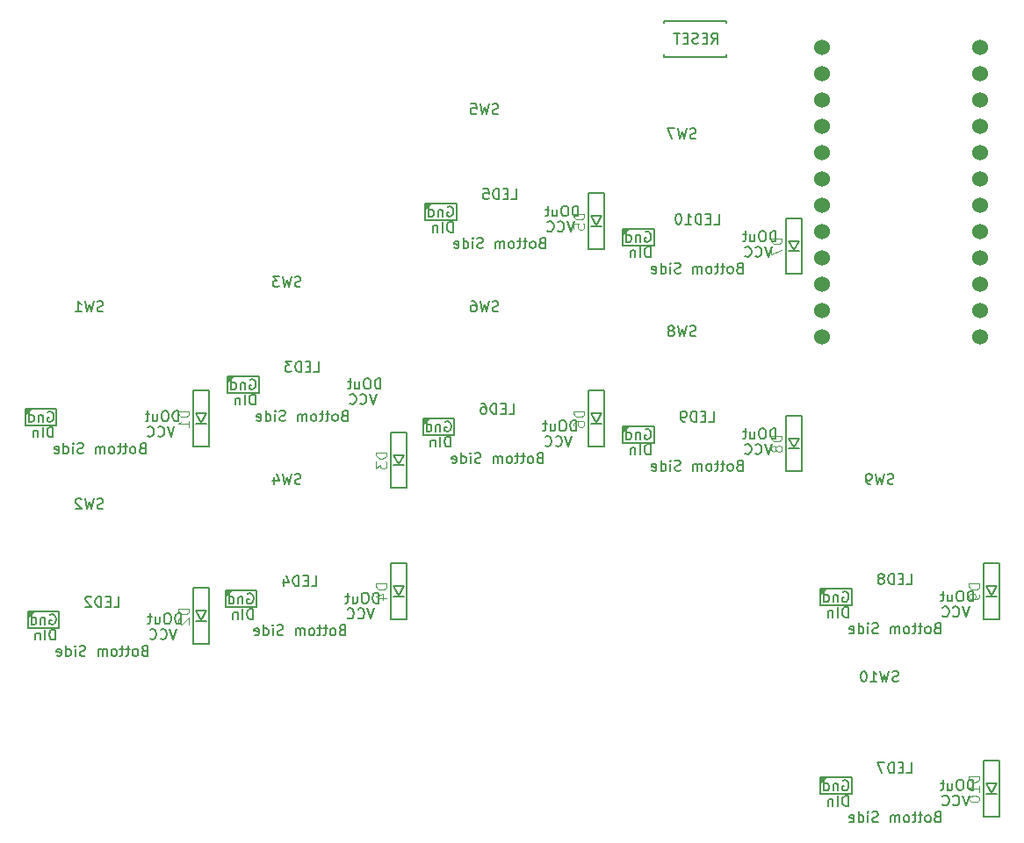
<source format=gbr>
%TF.GenerationSoftware,KiCad,Pcbnew,7.0.9*%
%TF.CreationDate,2023-11-17T20:08:44+09:00*%
%TF.ProjectId,Assemble,41737365-6d62-46c6-952e-6b696361645f,rev?*%
%TF.SameCoordinates,Original*%
%TF.FileFunction,Legend,Bot*%
%TF.FilePolarity,Positive*%
%FSLAX46Y46*%
G04 Gerber Fmt 4.6, Leading zero omitted, Abs format (unit mm)*
G04 Created by KiCad (PCBNEW 7.0.9) date 2023-11-17 20:08:44*
%MOMM*%
%LPD*%
G01*
G04 APERTURE LIST*
%ADD10C,0.150000*%
%ADD11C,0.125000*%
%ADD12C,0.200000*%
%ADD13C,0.100000*%
%ADD14C,1.524000*%
G04 APERTURE END LIST*
D10*
X89685631Y-107611069D02*
X90018964Y-107134878D01*
X90257059Y-107611069D02*
X90257059Y-106611069D01*
X90257059Y-106611069D02*
X89876107Y-106611069D01*
X89876107Y-106611069D02*
X89780869Y-106658688D01*
X89780869Y-106658688D02*
X89733250Y-106706307D01*
X89733250Y-106706307D02*
X89685631Y-106801545D01*
X89685631Y-106801545D02*
X89685631Y-106944402D01*
X89685631Y-106944402D02*
X89733250Y-107039640D01*
X89733250Y-107039640D02*
X89780869Y-107087259D01*
X89780869Y-107087259D02*
X89876107Y-107134878D01*
X89876107Y-107134878D02*
X90257059Y-107134878D01*
X89257059Y-107087259D02*
X88923726Y-107087259D01*
X88780869Y-107611069D02*
X89257059Y-107611069D01*
X89257059Y-107611069D02*
X89257059Y-106611069D01*
X89257059Y-106611069D02*
X88780869Y-106611069D01*
X88399916Y-107563450D02*
X88257059Y-107611069D01*
X88257059Y-107611069D02*
X88018964Y-107611069D01*
X88018964Y-107611069D02*
X87923726Y-107563450D01*
X87923726Y-107563450D02*
X87876107Y-107515830D01*
X87876107Y-107515830D02*
X87828488Y-107420592D01*
X87828488Y-107420592D02*
X87828488Y-107325354D01*
X87828488Y-107325354D02*
X87876107Y-107230116D01*
X87876107Y-107230116D02*
X87923726Y-107182497D01*
X87923726Y-107182497D02*
X88018964Y-107134878D01*
X88018964Y-107134878D02*
X88209440Y-107087259D01*
X88209440Y-107087259D02*
X88304678Y-107039640D01*
X88304678Y-107039640D02*
X88352297Y-106992021D01*
X88352297Y-106992021D02*
X88399916Y-106896783D01*
X88399916Y-106896783D02*
X88399916Y-106801545D01*
X88399916Y-106801545D02*
X88352297Y-106706307D01*
X88352297Y-106706307D02*
X88304678Y-106658688D01*
X88304678Y-106658688D02*
X88209440Y-106611069D01*
X88209440Y-106611069D02*
X87971345Y-106611069D01*
X87971345Y-106611069D02*
X87828488Y-106658688D01*
X87399916Y-107087259D02*
X87066583Y-107087259D01*
X86923726Y-107611069D02*
X87399916Y-107611069D01*
X87399916Y-107611069D02*
X87399916Y-106611069D01*
X87399916Y-106611069D02*
X86923726Y-106611069D01*
X86638011Y-106611069D02*
X86066583Y-106611069D01*
X86352297Y-107611069D02*
X86352297Y-106611069D01*
X51344047Y-139298569D02*
X51820237Y-139298569D01*
X51820237Y-139298569D02*
X51820237Y-138298569D01*
X51010713Y-138774759D02*
X50677380Y-138774759D01*
X50534523Y-139298569D02*
X51010713Y-139298569D01*
X51010713Y-139298569D02*
X51010713Y-138298569D01*
X51010713Y-138298569D02*
X50534523Y-138298569D01*
X50105951Y-139298569D02*
X50105951Y-138298569D01*
X50105951Y-138298569D02*
X49867856Y-138298569D01*
X49867856Y-138298569D02*
X49724999Y-138346188D01*
X49724999Y-138346188D02*
X49629761Y-138441426D01*
X49629761Y-138441426D02*
X49582142Y-138536664D01*
X49582142Y-138536664D02*
X49534523Y-138727140D01*
X49534523Y-138727140D02*
X49534523Y-138869997D01*
X49534523Y-138869997D02*
X49582142Y-139060473D01*
X49582142Y-139060473D02*
X49629761Y-139155711D01*
X49629761Y-139155711D02*
X49724999Y-139250950D01*
X49724999Y-139250950D02*
X49867856Y-139298569D01*
X49867856Y-139298569D02*
X50105951Y-139298569D01*
X49201189Y-138298569D02*
X48582142Y-138298569D01*
X48582142Y-138298569D02*
X48915475Y-138679521D01*
X48915475Y-138679521D02*
X48772618Y-138679521D01*
X48772618Y-138679521D02*
X48677380Y-138727140D01*
X48677380Y-138727140D02*
X48629761Y-138774759D01*
X48629761Y-138774759D02*
X48582142Y-138869997D01*
X48582142Y-138869997D02*
X48582142Y-139108092D01*
X48582142Y-139108092D02*
X48629761Y-139203330D01*
X48629761Y-139203330D02*
X48677380Y-139250950D01*
X48677380Y-139250950D02*
X48772618Y-139298569D01*
X48772618Y-139298569D02*
X49058332Y-139298569D01*
X49058332Y-139298569D02*
X49153570Y-139250950D01*
X49153570Y-139250950D02*
X49201189Y-139203330D01*
X45177857Y-140046188D02*
X45273095Y-139998569D01*
X45273095Y-139998569D02*
X45415952Y-139998569D01*
X45415952Y-139998569D02*
X45558809Y-140046188D01*
X45558809Y-140046188D02*
X45654047Y-140141426D01*
X45654047Y-140141426D02*
X45701666Y-140236664D01*
X45701666Y-140236664D02*
X45749285Y-140427140D01*
X45749285Y-140427140D02*
X45749285Y-140569997D01*
X45749285Y-140569997D02*
X45701666Y-140760473D01*
X45701666Y-140760473D02*
X45654047Y-140855711D01*
X45654047Y-140855711D02*
X45558809Y-140950950D01*
X45558809Y-140950950D02*
X45415952Y-140998569D01*
X45415952Y-140998569D02*
X45320714Y-140998569D01*
X45320714Y-140998569D02*
X45177857Y-140950950D01*
X45177857Y-140950950D02*
X45130238Y-140903330D01*
X45130238Y-140903330D02*
X45130238Y-140569997D01*
X45130238Y-140569997D02*
X45320714Y-140569997D01*
X44701666Y-140331902D02*
X44701666Y-140998569D01*
X44701666Y-140427140D02*
X44654047Y-140379521D01*
X44654047Y-140379521D02*
X44558809Y-140331902D01*
X44558809Y-140331902D02*
X44415952Y-140331902D01*
X44415952Y-140331902D02*
X44320714Y-140379521D01*
X44320714Y-140379521D02*
X44273095Y-140474759D01*
X44273095Y-140474759D02*
X44273095Y-140998569D01*
X43368333Y-140998569D02*
X43368333Y-139998569D01*
X43368333Y-140950950D02*
X43463571Y-140998569D01*
X43463571Y-140998569D02*
X43654047Y-140998569D01*
X43654047Y-140998569D02*
X43749285Y-140950950D01*
X43749285Y-140950950D02*
X43796904Y-140903330D01*
X43796904Y-140903330D02*
X43844523Y-140808092D01*
X43844523Y-140808092D02*
X43844523Y-140522378D01*
X43844523Y-140522378D02*
X43796904Y-140427140D01*
X43796904Y-140427140D02*
X43749285Y-140379521D01*
X43749285Y-140379521D02*
X43654047Y-140331902D01*
X43654047Y-140331902D02*
X43463571Y-140331902D01*
X43463571Y-140331902D02*
X43368333Y-140379521D01*
X57378332Y-141448569D02*
X57044999Y-142448569D01*
X57044999Y-142448569D02*
X56711666Y-141448569D01*
X55806904Y-142353330D02*
X55854523Y-142400950D01*
X55854523Y-142400950D02*
X55997380Y-142448569D01*
X55997380Y-142448569D02*
X56092618Y-142448569D01*
X56092618Y-142448569D02*
X56235475Y-142400950D01*
X56235475Y-142400950D02*
X56330713Y-142305711D01*
X56330713Y-142305711D02*
X56378332Y-142210473D01*
X56378332Y-142210473D02*
X56425951Y-142019997D01*
X56425951Y-142019997D02*
X56425951Y-141877140D01*
X56425951Y-141877140D02*
X56378332Y-141686664D01*
X56378332Y-141686664D02*
X56330713Y-141591426D01*
X56330713Y-141591426D02*
X56235475Y-141496188D01*
X56235475Y-141496188D02*
X56092618Y-141448569D01*
X56092618Y-141448569D02*
X55997380Y-141448569D01*
X55997380Y-141448569D02*
X55854523Y-141496188D01*
X55854523Y-141496188D02*
X55806904Y-141543807D01*
X54806904Y-142353330D02*
X54854523Y-142400950D01*
X54854523Y-142400950D02*
X54997380Y-142448569D01*
X54997380Y-142448569D02*
X55092618Y-142448569D01*
X55092618Y-142448569D02*
X55235475Y-142400950D01*
X55235475Y-142400950D02*
X55330713Y-142305711D01*
X55330713Y-142305711D02*
X55378332Y-142210473D01*
X55378332Y-142210473D02*
X55425951Y-142019997D01*
X55425951Y-142019997D02*
X55425951Y-141877140D01*
X55425951Y-141877140D02*
X55378332Y-141686664D01*
X55378332Y-141686664D02*
X55330713Y-141591426D01*
X55330713Y-141591426D02*
X55235475Y-141496188D01*
X55235475Y-141496188D02*
X55092618Y-141448569D01*
X55092618Y-141448569D02*
X54997380Y-141448569D01*
X54997380Y-141448569D02*
X54854523Y-141496188D01*
X54854523Y-141496188D02*
X54806904Y-141543807D01*
X45687380Y-142488569D02*
X45687380Y-141488569D01*
X45687380Y-141488569D02*
X45449285Y-141488569D01*
X45449285Y-141488569D02*
X45306428Y-141536188D01*
X45306428Y-141536188D02*
X45211190Y-141631426D01*
X45211190Y-141631426D02*
X45163571Y-141726664D01*
X45163571Y-141726664D02*
X45115952Y-141917140D01*
X45115952Y-141917140D02*
X45115952Y-142059997D01*
X45115952Y-142059997D02*
X45163571Y-142250473D01*
X45163571Y-142250473D02*
X45211190Y-142345711D01*
X45211190Y-142345711D02*
X45306428Y-142440950D01*
X45306428Y-142440950D02*
X45449285Y-142488569D01*
X45449285Y-142488569D02*
X45687380Y-142488569D01*
X44687380Y-142488569D02*
X44687380Y-141488569D01*
X44211190Y-141821902D02*
X44211190Y-142488569D01*
X44211190Y-141917140D02*
X44163571Y-141869521D01*
X44163571Y-141869521D02*
X44068333Y-141821902D01*
X44068333Y-141821902D02*
X43925476Y-141821902D01*
X43925476Y-141821902D02*
X43830238Y-141869521D01*
X43830238Y-141869521D02*
X43782619Y-141964759D01*
X43782619Y-141964759D02*
X43782619Y-142488569D01*
X57778809Y-140948569D02*
X57778809Y-139948569D01*
X57778809Y-139948569D02*
X57540714Y-139948569D01*
X57540714Y-139948569D02*
X57397857Y-139996188D01*
X57397857Y-139996188D02*
X57302619Y-140091426D01*
X57302619Y-140091426D02*
X57255000Y-140186664D01*
X57255000Y-140186664D02*
X57207381Y-140377140D01*
X57207381Y-140377140D02*
X57207381Y-140519997D01*
X57207381Y-140519997D02*
X57255000Y-140710473D01*
X57255000Y-140710473D02*
X57302619Y-140805711D01*
X57302619Y-140805711D02*
X57397857Y-140900950D01*
X57397857Y-140900950D02*
X57540714Y-140948569D01*
X57540714Y-140948569D02*
X57778809Y-140948569D01*
X56588333Y-139948569D02*
X56397857Y-139948569D01*
X56397857Y-139948569D02*
X56302619Y-139996188D01*
X56302619Y-139996188D02*
X56207381Y-140091426D01*
X56207381Y-140091426D02*
X56159762Y-140281902D01*
X56159762Y-140281902D02*
X56159762Y-140615235D01*
X56159762Y-140615235D02*
X56207381Y-140805711D01*
X56207381Y-140805711D02*
X56302619Y-140900950D01*
X56302619Y-140900950D02*
X56397857Y-140948569D01*
X56397857Y-140948569D02*
X56588333Y-140948569D01*
X56588333Y-140948569D02*
X56683571Y-140900950D01*
X56683571Y-140900950D02*
X56778809Y-140805711D01*
X56778809Y-140805711D02*
X56826428Y-140615235D01*
X56826428Y-140615235D02*
X56826428Y-140281902D01*
X56826428Y-140281902D02*
X56778809Y-140091426D01*
X56778809Y-140091426D02*
X56683571Y-139996188D01*
X56683571Y-139996188D02*
X56588333Y-139948569D01*
X55302619Y-140281902D02*
X55302619Y-140948569D01*
X55731190Y-140281902D02*
X55731190Y-140805711D01*
X55731190Y-140805711D02*
X55683571Y-140900950D01*
X55683571Y-140900950D02*
X55588333Y-140948569D01*
X55588333Y-140948569D02*
X55445476Y-140948569D01*
X55445476Y-140948569D02*
X55350238Y-140900950D01*
X55350238Y-140900950D02*
X55302619Y-140853330D01*
X54969285Y-140281902D02*
X54588333Y-140281902D01*
X54826428Y-139948569D02*
X54826428Y-140805711D01*
X54826428Y-140805711D02*
X54778809Y-140900950D01*
X54778809Y-140900950D02*
X54683571Y-140948569D01*
X54683571Y-140948569D02*
X54588333Y-140948569D01*
X54272619Y-143524759D02*
X54129762Y-143572378D01*
X54129762Y-143572378D02*
X54082143Y-143619997D01*
X54082143Y-143619997D02*
X54034524Y-143715235D01*
X54034524Y-143715235D02*
X54034524Y-143858092D01*
X54034524Y-143858092D02*
X54082143Y-143953330D01*
X54082143Y-143953330D02*
X54129762Y-144000950D01*
X54129762Y-144000950D02*
X54225000Y-144048569D01*
X54225000Y-144048569D02*
X54605952Y-144048569D01*
X54605952Y-144048569D02*
X54605952Y-143048569D01*
X54605952Y-143048569D02*
X54272619Y-143048569D01*
X54272619Y-143048569D02*
X54177381Y-143096188D01*
X54177381Y-143096188D02*
X54129762Y-143143807D01*
X54129762Y-143143807D02*
X54082143Y-143239045D01*
X54082143Y-143239045D02*
X54082143Y-143334283D01*
X54082143Y-143334283D02*
X54129762Y-143429521D01*
X54129762Y-143429521D02*
X54177381Y-143477140D01*
X54177381Y-143477140D02*
X54272619Y-143524759D01*
X54272619Y-143524759D02*
X54605952Y-143524759D01*
X53463095Y-144048569D02*
X53558333Y-144000950D01*
X53558333Y-144000950D02*
X53605952Y-143953330D01*
X53605952Y-143953330D02*
X53653571Y-143858092D01*
X53653571Y-143858092D02*
X53653571Y-143572378D01*
X53653571Y-143572378D02*
X53605952Y-143477140D01*
X53605952Y-143477140D02*
X53558333Y-143429521D01*
X53558333Y-143429521D02*
X53463095Y-143381902D01*
X53463095Y-143381902D02*
X53320238Y-143381902D01*
X53320238Y-143381902D02*
X53225000Y-143429521D01*
X53225000Y-143429521D02*
X53177381Y-143477140D01*
X53177381Y-143477140D02*
X53129762Y-143572378D01*
X53129762Y-143572378D02*
X53129762Y-143858092D01*
X53129762Y-143858092D02*
X53177381Y-143953330D01*
X53177381Y-143953330D02*
X53225000Y-144000950D01*
X53225000Y-144000950D02*
X53320238Y-144048569D01*
X53320238Y-144048569D02*
X53463095Y-144048569D01*
X52844047Y-143381902D02*
X52463095Y-143381902D01*
X52701190Y-143048569D02*
X52701190Y-143905711D01*
X52701190Y-143905711D02*
X52653571Y-144000950D01*
X52653571Y-144000950D02*
X52558333Y-144048569D01*
X52558333Y-144048569D02*
X52463095Y-144048569D01*
X52272618Y-143381902D02*
X51891666Y-143381902D01*
X52129761Y-143048569D02*
X52129761Y-143905711D01*
X52129761Y-143905711D02*
X52082142Y-144000950D01*
X52082142Y-144000950D02*
X51986904Y-144048569D01*
X51986904Y-144048569D02*
X51891666Y-144048569D01*
X51415475Y-144048569D02*
X51510713Y-144000950D01*
X51510713Y-144000950D02*
X51558332Y-143953330D01*
X51558332Y-143953330D02*
X51605951Y-143858092D01*
X51605951Y-143858092D02*
X51605951Y-143572378D01*
X51605951Y-143572378D02*
X51558332Y-143477140D01*
X51558332Y-143477140D02*
X51510713Y-143429521D01*
X51510713Y-143429521D02*
X51415475Y-143381902D01*
X51415475Y-143381902D02*
X51272618Y-143381902D01*
X51272618Y-143381902D02*
X51177380Y-143429521D01*
X51177380Y-143429521D02*
X51129761Y-143477140D01*
X51129761Y-143477140D02*
X51082142Y-143572378D01*
X51082142Y-143572378D02*
X51082142Y-143858092D01*
X51082142Y-143858092D02*
X51129761Y-143953330D01*
X51129761Y-143953330D02*
X51177380Y-144000950D01*
X51177380Y-144000950D02*
X51272618Y-144048569D01*
X51272618Y-144048569D02*
X51415475Y-144048569D01*
X50653570Y-144048569D02*
X50653570Y-143381902D01*
X50653570Y-143477140D02*
X50605951Y-143429521D01*
X50605951Y-143429521D02*
X50510713Y-143381902D01*
X50510713Y-143381902D02*
X50367856Y-143381902D01*
X50367856Y-143381902D02*
X50272618Y-143429521D01*
X50272618Y-143429521D02*
X50224999Y-143524759D01*
X50224999Y-143524759D02*
X50224999Y-144048569D01*
X50224999Y-143524759D02*
X50177380Y-143429521D01*
X50177380Y-143429521D02*
X50082142Y-143381902D01*
X50082142Y-143381902D02*
X49939285Y-143381902D01*
X49939285Y-143381902D02*
X49844046Y-143429521D01*
X49844046Y-143429521D02*
X49796427Y-143524759D01*
X49796427Y-143524759D02*
X49796427Y-144048569D01*
X48605951Y-144000950D02*
X48463094Y-144048569D01*
X48463094Y-144048569D02*
X48224999Y-144048569D01*
X48224999Y-144048569D02*
X48129761Y-144000950D01*
X48129761Y-144000950D02*
X48082142Y-143953330D01*
X48082142Y-143953330D02*
X48034523Y-143858092D01*
X48034523Y-143858092D02*
X48034523Y-143762854D01*
X48034523Y-143762854D02*
X48082142Y-143667616D01*
X48082142Y-143667616D02*
X48129761Y-143619997D01*
X48129761Y-143619997D02*
X48224999Y-143572378D01*
X48224999Y-143572378D02*
X48415475Y-143524759D01*
X48415475Y-143524759D02*
X48510713Y-143477140D01*
X48510713Y-143477140D02*
X48558332Y-143429521D01*
X48558332Y-143429521D02*
X48605951Y-143334283D01*
X48605951Y-143334283D02*
X48605951Y-143239045D01*
X48605951Y-143239045D02*
X48558332Y-143143807D01*
X48558332Y-143143807D02*
X48510713Y-143096188D01*
X48510713Y-143096188D02*
X48415475Y-143048569D01*
X48415475Y-143048569D02*
X48177380Y-143048569D01*
X48177380Y-143048569D02*
X48034523Y-143096188D01*
X47605951Y-144048569D02*
X47605951Y-143381902D01*
X47605951Y-143048569D02*
X47653570Y-143096188D01*
X47653570Y-143096188D02*
X47605951Y-143143807D01*
X47605951Y-143143807D02*
X47558332Y-143096188D01*
X47558332Y-143096188D02*
X47605951Y-143048569D01*
X47605951Y-143048569D02*
X47605951Y-143143807D01*
X46701190Y-144048569D02*
X46701190Y-143048569D01*
X46701190Y-144000950D02*
X46796428Y-144048569D01*
X46796428Y-144048569D02*
X46986904Y-144048569D01*
X46986904Y-144048569D02*
X47082142Y-144000950D01*
X47082142Y-144000950D02*
X47129761Y-143953330D01*
X47129761Y-143953330D02*
X47177380Y-143858092D01*
X47177380Y-143858092D02*
X47177380Y-143572378D01*
X47177380Y-143572378D02*
X47129761Y-143477140D01*
X47129761Y-143477140D02*
X47082142Y-143429521D01*
X47082142Y-143429521D02*
X46986904Y-143381902D01*
X46986904Y-143381902D02*
X46796428Y-143381902D01*
X46796428Y-143381902D02*
X46701190Y-143429521D01*
X45844047Y-144000950D02*
X45939285Y-144048569D01*
X45939285Y-144048569D02*
X46129761Y-144048569D01*
X46129761Y-144048569D02*
X46224999Y-144000950D01*
X46224999Y-144000950D02*
X46272618Y-143905711D01*
X46272618Y-143905711D02*
X46272618Y-143524759D01*
X46272618Y-143524759D02*
X46224999Y-143429521D01*
X46224999Y-143429521D02*
X46129761Y-143381902D01*
X46129761Y-143381902D02*
X45939285Y-143381902D01*
X45939285Y-143381902D02*
X45844047Y-143429521D01*
X45844047Y-143429521D02*
X45796428Y-143524759D01*
X45796428Y-143524759D02*
X45796428Y-143619997D01*
X45796428Y-143619997D02*
X46272618Y-143715235D01*
D11*
X77407369Y-124039405D02*
X76407369Y-124039405D01*
X76407369Y-124039405D02*
X76407369Y-124277500D01*
X76407369Y-124277500D02*
X76454988Y-124420357D01*
X76454988Y-124420357D02*
X76550226Y-124515595D01*
X76550226Y-124515595D02*
X76645464Y-124563214D01*
X76645464Y-124563214D02*
X76835940Y-124610833D01*
X76835940Y-124610833D02*
X76978797Y-124610833D01*
X76978797Y-124610833D02*
X77169273Y-124563214D01*
X77169273Y-124563214D02*
X77264511Y-124515595D01*
X77264511Y-124515595D02*
X77359750Y-124420357D01*
X77359750Y-124420357D02*
X77407369Y-124277500D01*
X77407369Y-124277500D02*
X77407369Y-124039405D01*
X76407369Y-125515595D02*
X76407369Y-125039405D01*
X76407369Y-125039405D02*
X76883559Y-124991786D01*
X76883559Y-124991786D02*
X76835940Y-125039405D01*
X76835940Y-125039405D02*
X76788321Y-125134643D01*
X76788321Y-125134643D02*
X76788321Y-125372738D01*
X76788321Y-125372738D02*
X76835940Y-125467976D01*
X76835940Y-125467976D02*
X76883559Y-125515595D01*
X76883559Y-125515595D02*
X76978797Y-125563214D01*
X76978797Y-125563214D02*
X77216892Y-125563214D01*
X77216892Y-125563214D02*
X77312130Y-125515595D01*
X77312130Y-125515595D02*
X77359750Y-125467976D01*
X77359750Y-125467976D02*
X77407369Y-125372738D01*
X77407369Y-125372738D02*
X77407369Y-125134643D01*
X77407369Y-125134643D02*
X77359750Y-125039405D01*
X77359750Y-125039405D02*
X77312130Y-124991786D01*
D10*
X37890832Y-144579819D02*
X37557499Y-145579819D01*
X37557499Y-145579819D02*
X37224166Y-144579819D01*
X36319404Y-145484580D02*
X36367023Y-145532200D01*
X36367023Y-145532200D02*
X36509880Y-145579819D01*
X36509880Y-145579819D02*
X36605118Y-145579819D01*
X36605118Y-145579819D02*
X36747975Y-145532200D01*
X36747975Y-145532200D02*
X36843213Y-145436961D01*
X36843213Y-145436961D02*
X36890832Y-145341723D01*
X36890832Y-145341723D02*
X36938451Y-145151247D01*
X36938451Y-145151247D02*
X36938451Y-145008390D01*
X36938451Y-145008390D02*
X36890832Y-144817914D01*
X36890832Y-144817914D02*
X36843213Y-144722676D01*
X36843213Y-144722676D02*
X36747975Y-144627438D01*
X36747975Y-144627438D02*
X36605118Y-144579819D01*
X36605118Y-144579819D02*
X36509880Y-144579819D01*
X36509880Y-144579819D02*
X36367023Y-144627438D01*
X36367023Y-144627438D02*
X36319404Y-144675057D01*
X35319404Y-145484580D02*
X35367023Y-145532200D01*
X35367023Y-145532200D02*
X35509880Y-145579819D01*
X35509880Y-145579819D02*
X35605118Y-145579819D01*
X35605118Y-145579819D02*
X35747975Y-145532200D01*
X35747975Y-145532200D02*
X35843213Y-145436961D01*
X35843213Y-145436961D02*
X35890832Y-145341723D01*
X35890832Y-145341723D02*
X35938451Y-145151247D01*
X35938451Y-145151247D02*
X35938451Y-145008390D01*
X35938451Y-145008390D02*
X35890832Y-144817914D01*
X35890832Y-144817914D02*
X35843213Y-144722676D01*
X35843213Y-144722676D02*
X35747975Y-144627438D01*
X35747975Y-144627438D02*
X35605118Y-144579819D01*
X35605118Y-144579819D02*
X35509880Y-144579819D01*
X35509880Y-144579819D02*
X35367023Y-144627438D01*
X35367023Y-144627438D02*
X35319404Y-144675057D01*
X34785119Y-146656009D02*
X34642262Y-146703628D01*
X34642262Y-146703628D02*
X34594643Y-146751247D01*
X34594643Y-146751247D02*
X34547024Y-146846485D01*
X34547024Y-146846485D02*
X34547024Y-146989342D01*
X34547024Y-146989342D02*
X34594643Y-147084580D01*
X34594643Y-147084580D02*
X34642262Y-147132200D01*
X34642262Y-147132200D02*
X34737500Y-147179819D01*
X34737500Y-147179819D02*
X35118452Y-147179819D01*
X35118452Y-147179819D02*
X35118452Y-146179819D01*
X35118452Y-146179819D02*
X34785119Y-146179819D01*
X34785119Y-146179819D02*
X34689881Y-146227438D01*
X34689881Y-146227438D02*
X34642262Y-146275057D01*
X34642262Y-146275057D02*
X34594643Y-146370295D01*
X34594643Y-146370295D02*
X34594643Y-146465533D01*
X34594643Y-146465533D02*
X34642262Y-146560771D01*
X34642262Y-146560771D02*
X34689881Y-146608390D01*
X34689881Y-146608390D02*
X34785119Y-146656009D01*
X34785119Y-146656009D02*
X35118452Y-146656009D01*
X33975595Y-147179819D02*
X34070833Y-147132200D01*
X34070833Y-147132200D02*
X34118452Y-147084580D01*
X34118452Y-147084580D02*
X34166071Y-146989342D01*
X34166071Y-146989342D02*
X34166071Y-146703628D01*
X34166071Y-146703628D02*
X34118452Y-146608390D01*
X34118452Y-146608390D02*
X34070833Y-146560771D01*
X34070833Y-146560771D02*
X33975595Y-146513152D01*
X33975595Y-146513152D02*
X33832738Y-146513152D01*
X33832738Y-146513152D02*
X33737500Y-146560771D01*
X33737500Y-146560771D02*
X33689881Y-146608390D01*
X33689881Y-146608390D02*
X33642262Y-146703628D01*
X33642262Y-146703628D02*
X33642262Y-146989342D01*
X33642262Y-146989342D02*
X33689881Y-147084580D01*
X33689881Y-147084580D02*
X33737500Y-147132200D01*
X33737500Y-147132200D02*
X33832738Y-147179819D01*
X33832738Y-147179819D02*
X33975595Y-147179819D01*
X33356547Y-146513152D02*
X32975595Y-146513152D01*
X33213690Y-146179819D02*
X33213690Y-147036961D01*
X33213690Y-147036961D02*
X33166071Y-147132200D01*
X33166071Y-147132200D02*
X33070833Y-147179819D01*
X33070833Y-147179819D02*
X32975595Y-147179819D01*
X32785118Y-146513152D02*
X32404166Y-146513152D01*
X32642261Y-146179819D02*
X32642261Y-147036961D01*
X32642261Y-147036961D02*
X32594642Y-147132200D01*
X32594642Y-147132200D02*
X32499404Y-147179819D01*
X32499404Y-147179819D02*
X32404166Y-147179819D01*
X31927975Y-147179819D02*
X32023213Y-147132200D01*
X32023213Y-147132200D02*
X32070832Y-147084580D01*
X32070832Y-147084580D02*
X32118451Y-146989342D01*
X32118451Y-146989342D02*
X32118451Y-146703628D01*
X32118451Y-146703628D02*
X32070832Y-146608390D01*
X32070832Y-146608390D02*
X32023213Y-146560771D01*
X32023213Y-146560771D02*
X31927975Y-146513152D01*
X31927975Y-146513152D02*
X31785118Y-146513152D01*
X31785118Y-146513152D02*
X31689880Y-146560771D01*
X31689880Y-146560771D02*
X31642261Y-146608390D01*
X31642261Y-146608390D02*
X31594642Y-146703628D01*
X31594642Y-146703628D02*
X31594642Y-146989342D01*
X31594642Y-146989342D02*
X31642261Y-147084580D01*
X31642261Y-147084580D02*
X31689880Y-147132200D01*
X31689880Y-147132200D02*
X31785118Y-147179819D01*
X31785118Y-147179819D02*
X31927975Y-147179819D01*
X31166070Y-147179819D02*
X31166070Y-146513152D01*
X31166070Y-146608390D02*
X31118451Y-146560771D01*
X31118451Y-146560771D02*
X31023213Y-146513152D01*
X31023213Y-146513152D02*
X30880356Y-146513152D01*
X30880356Y-146513152D02*
X30785118Y-146560771D01*
X30785118Y-146560771D02*
X30737499Y-146656009D01*
X30737499Y-146656009D02*
X30737499Y-147179819D01*
X30737499Y-146656009D02*
X30689880Y-146560771D01*
X30689880Y-146560771D02*
X30594642Y-146513152D01*
X30594642Y-146513152D02*
X30451785Y-146513152D01*
X30451785Y-146513152D02*
X30356546Y-146560771D01*
X30356546Y-146560771D02*
X30308927Y-146656009D01*
X30308927Y-146656009D02*
X30308927Y-147179819D01*
X29118451Y-147132200D02*
X28975594Y-147179819D01*
X28975594Y-147179819D02*
X28737499Y-147179819D01*
X28737499Y-147179819D02*
X28642261Y-147132200D01*
X28642261Y-147132200D02*
X28594642Y-147084580D01*
X28594642Y-147084580D02*
X28547023Y-146989342D01*
X28547023Y-146989342D02*
X28547023Y-146894104D01*
X28547023Y-146894104D02*
X28594642Y-146798866D01*
X28594642Y-146798866D02*
X28642261Y-146751247D01*
X28642261Y-146751247D02*
X28737499Y-146703628D01*
X28737499Y-146703628D02*
X28927975Y-146656009D01*
X28927975Y-146656009D02*
X29023213Y-146608390D01*
X29023213Y-146608390D02*
X29070832Y-146560771D01*
X29070832Y-146560771D02*
X29118451Y-146465533D01*
X29118451Y-146465533D02*
X29118451Y-146370295D01*
X29118451Y-146370295D02*
X29070832Y-146275057D01*
X29070832Y-146275057D02*
X29023213Y-146227438D01*
X29023213Y-146227438D02*
X28927975Y-146179819D01*
X28927975Y-146179819D02*
X28689880Y-146179819D01*
X28689880Y-146179819D02*
X28547023Y-146227438D01*
X28118451Y-147179819D02*
X28118451Y-146513152D01*
X28118451Y-146179819D02*
X28166070Y-146227438D01*
X28166070Y-146227438D02*
X28118451Y-146275057D01*
X28118451Y-146275057D02*
X28070832Y-146227438D01*
X28070832Y-146227438D02*
X28118451Y-146179819D01*
X28118451Y-146179819D02*
X28118451Y-146275057D01*
X27213690Y-147179819D02*
X27213690Y-146179819D01*
X27213690Y-147132200D02*
X27308928Y-147179819D01*
X27308928Y-147179819D02*
X27499404Y-147179819D01*
X27499404Y-147179819D02*
X27594642Y-147132200D01*
X27594642Y-147132200D02*
X27642261Y-147084580D01*
X27642261Y-147084580D02*
X27689880Y-146989342D01*
X27689880Y-146989342D02*
X27689880Y-146703628D01*
X27689880Y-146703628D02*
X27642261Y-146608390D01*
X27642261Y-146608390D02*
X27594642Y-146560771D01*
X27594642Y-146560771D02*
X27499404Y-146513152D01*
X27499404Y-146513152D02*
X27308928Y-146513152D01*
X27308928Y-146513152D02*
X27213690Y-146560771D01*
X26356547Y-147132200D02*
X26451785Y-147179819D01*
X26451785Y-147179819D02*
X26642261Y-147179819D01*
X26642261Y-147179819D02*
X26737499Y-147132200D01*
X26737499Y-147132200D02*
X26785118Y-147036961D01*
X26785118Y-147036961D02*
X26785118Y-146656009D01*
X26785118Y-146656009D02*
X26737499Y-146560771D01*
X26737499Y-146560771D02*
X26642261Y-146513152D01*
X26642261Y-146513152D02*
X26451785Y-146513152D01*
X26451785Y-146513152D02*
X26356547Y-146560771D01*
X26356547Y-146560771D02*
X26308928Y-146656009D01*
X26308928Y-146656009D02*
X26308928Y-146751247D01*
X26308928Y-146751247D02*
X26785118Y-146846485D01*
X38291309Y-144079819D02*
X38291309Y-143079819D01*
X38291309Y-143079819D02*
X38053214Y-143079819D01*
X38053214Y-143079819D02*
X37910357Y-143127438D01*
X37910357Y-143127438D02*
X37815119Y-143222676D01*
X37815119Y-143222676D02*
X37767500Y-143317914D01*
X37767500Y-143317914D02*
X37719881Y-143508390D01*
X37719881Y-143508390D02*
X37719881Y-143651247D01*
X37719881Y-143651247D02*
X37767500Y-143841723D01*
X37767500Y-143841723D02*
X37815119Y-143936961D01*
X37815119Y-143936961D02*
X37910357Y-144032200D01*
X37910357Y-144032200D02*
X38053214Y-144079819D01*
X38053214Y-144079819D02*
X38291309Y-144079819D01*
X37100833Y-143079819D02*
X36910357Y-143079819D01*
X36910357Y-143079819D02*
X36815119Y-143127438D01*
X36815119Y-143127438D02*
X36719881Y-143222676D01*
X36719881Y-143222676D02*
X36672262Y-143413152D01*
X36672262Y-143413152D02*
X36672262Y-143746485D01*
X36672262Y-143746485D02*
X36719881Y-143936961D01*
X36719881Y-143936961D02*
X36815119Y-144032200D01*
X36815119Y-144032200D02*
X36910357Y-144079819D01*
X36910357Y-144079819D02*
X37100833Y-144079819D01*
X37100833Y-144079819D02*
X37196071Y-144032200D01*
X37196071Y-144032200D02*
X37291309Y-143936961D01*
X37291309Y-143936961D02*
X37338928Y-143746485D01*
X37338928Y-143746485D02*
X37338928Y-143413152D01*
X37338928Y-143413152D02*
X37291309Y-143222676D01*
X37291309Y-143222676D02*
X37196071Y-143127438D01*
X37196071Y-143127438D02*
X37100833Y-143079819D01*
X35815119Y-143413152D02*
X35815119Y-144079819D01*
X36243690Y-143413152D02*
X36243690Y-143936961D01*
X36243690Y-143936961D02*
X36196071Y-144032200D01*
X36196071Y-144032200D02*
X36100833Y-144079819D01*
X36100833Y-144079819D02*
X35957976Y-144079819D01*
X35957976Y-144079819D02*
X35862738Y-144032200D01*
X35862738Y-144032200D02*
X35815119Y-143984580D01*
X35481785Y-143413152D02*
X35100833Y-143413152D01*
X35338928Y-143079819D02*
X35338928Y-143936961D01*
X35338928Y-143936961D02*
X35291309Y-144032200D01*
X35291309Y-144032200D02*
X35196071Y-144079819D01*
X35196071Y-144079819D02*
X35100833Y-144079819D01*
X26199880Y-145619819D02*
X26199880Y-144619819D01*
X26199880Y-144619819D02*
X25961785Y-144619819D01*
X25961785Y-144619819D02*
X25818928Y-144667438D01*
X25818928Y-144667438D02*
X25723690Y-144762676D01*
X25723690Y-144762676D02*
X25676071Y-144857914D01*
X25676071Y-144857914D02*
X25628452Y-145048390D01*
X25628452Y-145048390D02*
X25628452Y-145191247D01*
X25628452Y-145191247D02*
X25676071Y-145381723D01*
X25676071Y-145381723D02*
X25723690Y-145476961D01*
X25723690Y-145476961D02*
X25818928Y-145572200D01*
X25818928Y-145572200D02*
X25961785Y-145619819D01*
X25961785Y-145619819D02*
X26199880Y-145619819D01*
X25199880Y-145619819D02*
X25199880Y-144619819D01*
X24723690Y-144953152D02*
X24723690Y-145619819D01*
X24723690Y-145048390D02*
X24676071Y-145000771D01*
X24676071Y-145000771D02*
X24580833Y-144953152D01*
X24580833Y-144953152D02*
X24437976Y-144953152D01*
X24437976Y-144953152D02*
X24342738Y-145000771D01*
X24342738Y-145000771D02*
X24295119Y-145096009D01*
X24295119Y-145096009D02*
X24295119Y-145619819D01*
X25690357Y-143177438D02*
X25785595Y-143129819D01*
X25785595Y-143129819D02*
X25928452Y-143129819D01*
X25928452Y-143129819D02*
X26071309Y-143177438D01*
X26071309Y-143177438D02*
X26166547Y-143272676D01*
X26166547Y-143272676D02*
X26214166Y-143367914D01*
X26214166Y-143367914D02*
X26261785Y-143558390D01*
X26261785Y-143558390D02*
X26261785Y-143701247D01*
X26261785Y-143701247D02*
X26214166Y-143891723D01*
X26214166Y-143891723D02*
X26166547Y-143986961D01*
X26166547Y-143986961D02*
X26071309Y-144082200D01*
X26071309Y-144082200D02*
X25928452Y-144129819D01*
X25928452Y-144129819D02*
X25833214Y-144129819D01*
X25833214Y-144129819D02*
X25690357Y-144082200D01*
X25690357Y-144082200D02*
X25642738Y-144034580D01*
X25642738Y-144034580D02*
X25642738Y-143701247D01*
X25642738Y-143701247D02*
X25833214Y-143701247D01*
X25214166Y-143463152D02*
X25214166Y-144129819D01*
X25214166Y-143558390D02*
X25166547Y-143510771D01*
X25166547Y-143510771D02*
X25071309Y-143463152D01*
X25071309Y-143463152D02*
X24928452Y-143463152D01*
X24928452Y-143463152D02*
X24833214Y-143510771D01*
X24833214Y-143510771D02*
X24785595Y-143606009D01*
X24785595Y-143606009D02*
X24785595Y-144129819D01*
X23880833Y-144129819D02*
X23880833Y-143129819D01*
X23880833Y-144082200D02*
X23976071Y-144129819D01*
X23976071Y-144129819D02*
X24166547Y-144129819D01*
X24166547Y-144129819D02*
X24261785Y-144082200D01*
X24261785Y-144082200D02*
X24309404Y-144034580D01*
X24309404Y-144034580D02*
X24357023Y-143939342D01*
X24357023Y-143939342D02*
X24357023Y-143653628D01*
X24357023Y-143653628D02*
X24309404Y-143558390D01*
X24309404Y-143558390D02*
X24261785Y-143510771D01*
X24261785Y-143510771D02*
X24166547Y-143463152D01*
X24166547Y-143463152D02*
X23976071Y-143463152D01*
X23976071Y-143463152D02*
X23880833Y-143510771D01*
D11*
X58357369Y-159758155D02*
X57357369Y-159758155D01*
X57357369Y-159758155D02*
X57357369Y-159996250D01*
X57357369Y-159996250D02*
X57404988Y-160139107D01*
X57404988Y-160139107D02*
X57500226Y-160234345D01*
X57500226Y-160234345D02*
X57595464Y-160281964D01*
X57595464Y-160281964D02*
X57785940Y-160329583D01*
X57785940Y-160329583D02*
X57928797Y-160329583D01*
X57928797Y-160329583D02*
X58119273Y-160281964D01*
X58119273Y-160281964D02*
X58214511Y-160234345D01*
X58214511Y-160234345D02*
X58309750Y-160139107D01*
X58309750Y-160139107D02*
X58357369Y-159996250D01*
X58357369Y-159996250D02*
X58357369Y-159758155D01*
X57690702Y-161186726D02*
X58357369Y-161186726D01*
X57309750Y-160948631D02*
X58024035Y-160710536D01*
X58024035Y-160710536D02*
X58024035Y-161329583D01*
D10*
X31019582Y-133439700D02*
X30876725Y-133487319D01*
X30876725Y-133487319D02*
X30638630Y-133487319D01*
X30638630Y-133487319D02*
X30543392Y-133439700D01*
X30543392Y-133439700D02*
X30495773Y-133392080D01*
X30495773Y-133392080D02*
X30448154Y-133296842D01*
X30448154Y-133296842D02*
X30448154Y-133201604D01*
X30448154Y-133201604D02*
X30495773Y-133106366D01*
X30495773Y-133106366D02*
X30543392Y-133058747D01*
X30543392Y-133058747D02*
X30638630Y-133011128D01*
X30638630Y-133011128D02*
X30829106Y-132963509D01*
X30829106Y-132963509D02*
X30924344Y-132915890D01*
X30924344Y-132915890D02*
X30971963Y-132868271D01*
X30971963Y-132868271D02*
X31019582Y-132773033D01*
X31019582Y-132773033D02*
X31019582Y-132677795D01*
X31019582Y-132677795D02*
X30971963Y-132582557D01*
X30971963Y-132582557D02*
X30924344Y-132534938D01*
X30924344Y-132534938D02*
X30829106Y-132487319D01*
X30829106Y-132487319D02*
X30591011Y-132487319D01*
X30591011Y-132487319D02*
X30448154Y-132534938D01*
X30114820Y-132487319D02*
X29876725Y-133487319D01*
X29876725Y-133487319D02*
X29686249Y-132773033D01*
X29686249Y-132773033D02*
X29495773Y-133487319D01*
X29495773Y-133487319D02*
X29257678Y-132487319D01*
X28352916Y-133487319D02*
X28924344Y-133487319D01*
X28638630Y-133487319D02*
X28638630Y-132487319D01*
X28638630Y-132487319D02*
X28733868Y-132630176D01*
X28733868Y-132630176D02*
X28829106Y-132725414D01*
X28829106Y-132725414D02*
X28924344Y-132773033D01*
X89920238Y-125054819D02*
X90396428Y-125054819D01*
X90396428Y-125054819D02*
X90396428Y-124054819D01*
X89586904Y-124531009D02*
X89253571Y-124531009D01*
X89110714Y-125054819D02*
X89586904Y-125054819D01*
X89586904Y-125054819D02*
X89586904Y-124054819D01*
X89586904Y-124054819D02*
X89110714Y-124054819D01*
X88682142Y-125054819D02*
X88682142Y-124054819D01*
X88682142Y-124054819D02*
X88444047Y-124054819D01*
X88444047Y-124054819D02*
X88301190Y-124102438D01*
X88301190Y-124102438D02*
X88205952Y-124197676D01*
X88205952Y-124197676D02*
X88158333Y-124292914D01*
X88158333Y-124292914D02*
X88110714Y-124483390D01*
X88110714Y-124483390D02*
X88110714Y-124626247D01*
X88110714Y-124626247D02*
X88158333Y-124816723D01*
X88158333Y-124816723D02*
X88205952Y-124911961D01*
X88205952Y-124911961D02*
X88301190Y-125007200D01*
X88301190Y-125007200D02*
X88444047Y-125054819D01*
X88444047Y-125054819D02*
X88682142Y-125054819D01*
X87158333Y-125054819D02*
X87729761Y-125054819D01*
X87444047Y-125054819D02*
X87444047Y-124054819D01*
X87444047Y-124054819D02*
X87539285Y-124197676D01*
X87539285Y-124197676D02*
X87634523Y-124292914D01*
X87634523Y-124292914D02*
X87729761Y-124340533D01*
X86539285Y-124054819D02*
X86444047Y-124054819D01*
X86444047Y-124054819D02*
X86348809Y-124102438D01*
X86348809Y-124102438D02*
X86301190Y-124150057D01*
X86301190Y-124150057D02*
X86253571Y-124245295D01*
X86253571Y-124245295D02*
X86205952Y-124435771D01*
X86205952Y-124435771D02*
X86205952Y-124673866D01*
X86205952Y-124673866D02*
X86253571Y-124864342D01*
X86253571Y-124864342D02*
X86301190Y-124959580D01*
X86301190Y-124959580D02*
X86348809Y-125007200D01*
X86348809Y-125007200D02*
X86444047Y-125054819D01*
X86444047Y-125054819D02*
X86539285Y-125054819D01*
X86539285Y-125054819D02*
X86634523Y-125007200D01*
X86634523Y-125007200D02*
X86682142Y-124959580D01*
X86682142Y-124959580D02*
X86729761Y-124864342D01*
X86729761Y-124864342D02*
X86777380Y-124673866D01*
X86777380Y-124673866D02*
X86777380Y-124435771D01*
X86777380Y-124435771D02*
X86729761Y-124245295D01*
X86729761Y-124245295D02*
X86682142Y-124150057D01*
X86682142Y-124150057D02*
X86634523Y-124102438D01*
X86634523Y-124102438D02*
X86539285Y-124054819D01*
X95878809Y-126704819D02*
X95878809Y-125704819D01*
X95878809Y-125704819D02*
X95640714Y-125704819D01*
X95640714Y-125704819D02*
X95497857Y-125752438D01*
X95497857Y-125752438D02*
X95402619Y-125847676D01*
X95402619Y-125847676D02*
X95355000Y-125942914D01*
X95355000Y-125942914D02*
X95307381Y-126133390D01*
X95307381Y-126133390D02*
X95307381Y-126276247D01*
X95307381Y-126276247D02*
X95355000Y-126466723D01*
X95355000Y-126466723D02*
X95402619Y-126561961D01*
X95402619Y-126561961D02*
X95497857Y-126657200D01*
X95497857Y-126657200D02*
X95640714Y-126704819D01*
X95640714Y-126704819D02*
X95878809Y-126704819D01*
X94688333Y-125704819D02*
X94497857Y-125704819D01*
X94497857Y-125704819D02*
X94402619Y-125752438D01*
X94402619Y-125752438D02*
X94307381Y-125847676D01*
X94307381Y-125847676D02*
X94259762Y-126038152D01*
X94259762Y-126038152D02*
X94259762Y-126371485D01*
X94259762Y-126371485D02*
X94307381Y-126561961D01*
X94307381Y-126561961D02*
X94402619Y-126657200D01*
X94402619Y-126657200D02*
X94497857Y-126704819D01*
X94497857Y-126704819D02*
X94688333Y-126704819D01*
X94688333Y-126704819D02*
X94783571Y-126657200D01*
X94783571Y-126657200D02*
X94878809Y-126561961D01*
X94878809Y-126561961D02*
X94926428Y-126371485D01*
X94926428Y-126371485D02*
X94926428Y-126038152D01*
X94926428Y-126038152D02*
X94878809Y-125847676D01*
X94878809Y-125847676D02*
X94783571Y-125752438D01*
X94783571Y-125752438D02*
X94688333Y-125704819D01*
X93402619Y-126038152D02*
X93402619Y-126704819D01*
X93831190Y-126038152D02*
X93831190Y-126561961D01*
X93831190Y-126561961D02*
X93783571Y-126657200D01*
X93783571Y-126657200D02*
X93688333Y-126704819D01*
X93688333Y-126704819D02*
X93545476Y-126704819D01*
X93545476Y-126704819D02*
X93450238Y-126657200D01*
X93450238Y-126657200D02*
X93402619Y-126609580D01*
X93069285Y-126038152D02*
X92688333Y-126038152D01*
X92926428Y-125704819D02*
X92926428Y-126561961D01*
X92926428Y-126561961D02*
X92878809Y-126657200D01*
X92878809Y-126657200D02*
X92783571Y-126704819D01*
X92783571Y-126704819D02*
X92688333Y-126704819D01*
X83787380Y-128244819D02*
X83787380Y-127244819D01*
X83787380Y-127244819D02*
X83549285Y-127244819D01*
X83549285Y-127244819D02*
X83406428Y-127292438D01*
X83406428Y-127292438D02*
X83311190Y-127387676D01*
X83311190Y-127387676D02*
X83263571Y-127482914D01*
X83263571Y-127482914D02*
X83215952Y-127673390D01*
X83215952Y-127673390D02*
X83215952Y-127816247D01*
X83215952Y-127816247D02*
X83263571Y-128006723D01*
X83263571Y-128006723D02*
X83311190Y-128101961D01*
X83311190Y-128101961D02*
X83406428Y-128197200D01*
X83406428Y-128197200D02*
X83549285Y-128244819D01*
X83549285Y-128244819D02*
X83787380Y-128244819D01*
X82787380Y-128244819D02*
X82787380Y-127244819D01*
X82311190Y-127578152D02*
X82311190Y-128244819D01*
X82311190Y-127673390D02*
X82263571Y-127625771D01*
X82263571Y-127625771D02*
X82168333Y-127578152D01*
X82168333Y-127578152D02*
X82025476Y-127578152D01*
X82025476Y-127578152D02*
X81930238Y-127625771D01*
X81930238Y-127625771D02*
X81882619Y-127721009D01*
X81882619Y-127721009D02*
X81882619Y-128244819D01*
X92372619Y-129281009D02*
X92229762Y-129328628D01*
X92229762Y-129328628D02*
X92182143Y-129376247D01*
X92182143Y-129376247D02*
X92134524Y-129471485D01*
X92134524Y-129471485D02*
X92134524Y-129614342D01*
X92134524Y-129614342D02*
X92182143Y-129709580D01*
X92182143Y-129709580D02*
X92229762Y-129757200D01*
X92229762Y-129757200D02*
X92325000Y-129804819D01*
X92325000Y-129804819D02*
X92705952Y-129804819D01*
X92705952Y-129804819D02*
X92705952Y-128804819D01*
X92705952Y-128804819D02*
X92372619Y-128804819D01*
X92372619Y-128804819D02*
X92277381Y-128852438D01*
X92277381Y-128852438D02*
X92229762Y-128900057D01*
X92229762Y-128900057D02*
X92182143Y-128995295D01*
X92182143Y-128995295D02*
X92182143Y-129090533D01*
X92182143Y-129090533D02*
X92229762Y-129185771D01*
X92229762Y-129185771D02*
X92277381Y-129233390D01*
X92277381Y-129233390D02*
X92372619Y-129281009D01*
X92372619Y-129281009D02*
X92705952Y-129281009D01*
X91563095Y-129804819D02*
X91658333Y-129757200D01*
X91658333Y-129757200D02*
X91705952Y-129709580D01*
X91705952Y-129709580D02*
X91753571Y-129614342D01*
X91753571Y-129614342D02*
X91753571Y-129328628D01*
X91753571Y-129328628D02*
X91705952Y-129233390D01*
X91705952Y-129233390D02*
X91658333Y-129185771D01*
X91658333Y-129185771D02*
X91563095Y-129138152D01*
X91563095Y-129138152D02*
X91420238Y-129138152D01*
X91420238Y-129138152D02*
X91325000Y-129185771D01*
X91325000Y-129185771D02*
X91277381Y-129233390D01*
X91277381Y-129233390D02*
X91229762Y-129328628D01*
X91229762Y-129328628D02*
X91229762Y-129614342D01*
X91229762Y-129614342D02*
X91277381Y-129709580D01*
X91277381Y-129709580D02*
X91325000Y-129757200D01*
X91325000Y-129757200D02*
X91420238Y-129804819D01*
X91420238Y-129804819D02*
X91563095Y-129804819D01*
X90944047Y-129138152D02*
X90563095Y-129138152D01*
X90801190Y-128804819D02*
X90801190Y-129661961D01*
X90801190Y-129661961D02*
X90753571Y-129757200D01*
X90753571Y-129757200D02*
X90658333Y-129804819D01*
X90658333Y-129804819D02*
X90563095Y-129804819D01*
X90372618Y-129138152D02*
X89991666Y-129138152D01*
X90229761Y-128804819D02*
X90229761Y-129661961D01*
X90229761Y-129661961D02*
X90182142Y-129757200D01*
X90182142Y-129757200D02*
X90086904Y-129804819D01*
X90086904Y-129804819D02*
X89991666Y-129804819D01*
X89515475Y-129804819D02*
X89610713Y-129757200D01*
X89610713Y-129757200D02*
X89658332Y-129709580D01*
X89658332Y-129709580D02*
X89705951Y-129614342D01*
X89705951Y-129614342D02*
X89705951Y-129328628D01*
X89705951Y-129328628D02*
X89658332Y-129233390D01*
X89658332Y-129233390D02*
X89610713Y-129185771D01*
X89610713Y-129185771D02*
X89515475Y-129138152D01*
X89515475Y-129138152D02*
X89372618Y-129138152D01*
X89372618Y-129138152D02*
X89277380Y-129185771D01*
X89277380Y-129185771D02*
X89229761Y-129233390D01*
X89229761Y-129233390D02*
X89182142Y-129328628D01*
X89182142Y-129328628D02*
X89182142Y-129614342D01*
X89182142Y-129614342D02*
X89229761Y-129709580D01*
X89229761Y-129709580D02*
X89277380Y-129757200D01*
X89277380Y-129757200D02*
X89372618Y-129804819D01*
X89372618Y-129804819D02*
X89515475Y-129804819D01*
X88753570Y-129804819D02*
X88753570Y-129138152D01*
X88753570Y-129233390D02*
X88705951Y-129185771D01*
X88705951Y-129185771D02*
X88610713Y-129138152D01*
X88610713Y-129138152D02*
X88467856Y-129138152D01*
X88467856Y-129138152D02*
X88372618Y-129185771D01*
X88372618Y-129185771D02*
X88324999Y-129281009D01*
X88324999Y-129281009D02*
X88324999Y-129804819D01*
X88324999Y-129281009D02*
X88277380Y-129185771D01*
X88277380Y-129185771D02*
X88182142Y-129138152D01*
X88182142Y-129138152D02*
X88039285Y-129138152D01*
X88039285Y-129138152D02*
X87944046Y-129185771D01*
X87944046Y-129185771D02*
X87896427Y-129281009D01*
X87896427Y-129281009D02*
X87896427Y-129804819D01*
X86705951Y-129757200D02*
X86563094Y-129804819D01*
X86563094Y-129804819D02*
X86324999Y-129804819D01*
X86324999Y-129804819D02*
X86229761Y-129757200D01*
X86229761Y-129757200D02*
X86182142Y-129709580D01*
X86182142Y-129709580D02*
X86134523Y-129614342D01*
X86134523Y-129614342D02*
X86134523Y-129519104D01*
X86134523Y-129519104D02*
X86182142Y-129423866D01*
X86182142Y-129423866D02*
X86229761Y-129376247D01*
X86229761Y-129376247D02*
X86324999Y-129328628D01*
X86324999Y-129328628D02*
X86515475Y-129281009D01*
X86515475Y-129281009D02*
X86610713Y-129233390D01*
X86610713Y-129233390D02*
X86658332Y-129185771D01*
X86658332Y-129185771D02*
X86705951Y-129090533D01*
X86705951Y-129090533D02*
X86705951Y-128995295D01*
X86705951Y-128995295D02*
X86658332Y-128900057D01*
X86658332Y-128900057D02*
X86610713Y-128852438D01*
X86610713Y-128852438D02*
X86515475Y-128804819D01*
X86515475Y-128804819D02*
X86277380Y-128804819D01*
X86277380Y-128804819D02*
X86134523Y-128852438D01*
X85705951Y-129804819D02*
X85705951Y-129138152D01*
X85705951Y-128804819D02*
X85753570Y-128852438D01*
X85753570Y-128852438D02*
X85705951Y-128900057D01*
X85705951Y-128900057D02*
X85658332Y-128852438D01*
X85658332Y-128852438D02*
X85705951Y-128804819D01*
X85705951Y-128804819D02*
X85705951Y-128900057D01*
X84801190Y-129804819D02*
X84801190Y-128804819D01*
X84801190Y-129757200D02*
X84896428Y-129804819D01*
X84896428Y-129804819D02*
X85086904Y-129804819D01*
X85086904Y-129804819D02*
X85182142Y-129757200D01*
X85182142Y-129757200D02*
X85229761Y-129709580D01*
X85229761Y-129709580D02*
X85277380Y-129614342D01*
X85277380Y-129614342D02*
X85277380Y-129328628D01*
X85277380Y-129328628D02*
X85229761Y-129233390D01*
X85229761Y-129233390D02*
X85182142Y-129185771D01*
X85182142Y-129185771D02*
X85086904Y-129138152D01*
X85086904Y-129138152D02*
X84896428Y-129138152D01*
X84896428Y-129138152D02*
X84801190Y-129185771D01*
X83944047Y-129757200D02*
X84039285Y-129804819D01*
X84039285Y-129804819D02*
X84229761Y-129804819D01*
X84229761Y-129804819D02*
X84324999Y-129757200D01*
X84324999Y-129757200D02*
X84372618Y-129661961D01*
X84372618Y-129661961D02*
X84372618Y-129281009D01*
X84372618Y-129281009D02*
X84324999Y-129185771D01*
X84324999Y-129185771D02*
X84229761Y-129138152D01*
X84229761Y-129138152D02*
X84039285Y-129138152D01*
X84039285Y-129138152D02*
X83944047Y-129185771D01*
X83944047Y-129185771D02*
X83896428Y-129281009D01*
X83896428Y-129281009D02*
X83896428Y-129376247D01*
X83896428Y-129376247D02*
X84372618Y-129471485D01*
X95478332Y-127204819D02*
X95144999Y-128204819D01*
X95144999Y-128204819D02*
X94811666Y-127204819D01*
X93906904Y-128109580D02*
X93954523Y-128157200D01*
X93954523Y-128157200D02*
X94097380Y-128204819D01*
X94097380Y-128204819D02*
X94192618Y-128204819D01*
X94192618Y-128204819D02*
X94335475Y-128157200D01*
X94335475Y-128157200D02*
X94430713Y-128061961D01*
X94430713Y-128061961D02*
X94478332Y-127966723D01*
X94478332Y-127966723D02*
X94525951Y-127776247D01*
X94525951Y-127776247D02*
X94525951Y-127633390D01*
X94525951Y-127633390D02*
X94478332Y-127442914D01*
X94478332Y-127442914D02*
X94430713Y-127347676D01*
X94430713Y-127347676D02*
X94335475Y-127252438D01*
X94335475Y-127252438D02*
X94192618Y-127204819D01*
X94192618Y-127204819D02*
X94097380Y-127204819D01*
X94097380Y-127204819D02*
X93954523Y-127252438D01*
X93954523Y-127252438D02*
X93906904Y-127300057D01*
X92906904Y-128109580D02*
X92954523Y-128157200D01*
X92954523Y-128157200D02*
X93097380Y-128204819D01*
X93097380Y-128204819D02*
X93192618Y-128204819D01*
X93192618Y-128204819D02*
X93335475Y-128157200D01*
X93335475Y-128157200D02*
X93430713Y-128061961D01*
X93430713Y-128061961D02*
X93478332Y-127966723D01*
X93478332Y-127966723D02*
X93525951Y-127776247D01*
X93525951Y-127776247D02*
X93525951Y-127633390D01*
X93525951Y-127633390D02*
X93478332Y-127442914D01*
X93478332Y-127442914D02*
X93430713Y-127347676D01*
X93430713Y-127347676D02*
X93335475Y-127252438D01*
X93335475Y-127252438D02*
X93192618Y-127204819D01*
X93192618Y-127204819D02*
X93097380Y-127204819D01*
X93097380Y-127204819D02*
X92954523Y-127252438D01*
X92954523Y-127252438D02*
X92906904Y-127300057D01*
X83277857Y-125802438D02*
X83373095Y-125754819D01*
X83373095Y-125754819D02*
X83515952Y-125754819D01*
X83515952Y-125754819D02*
X83658809Y-125802438D01*
X83658809Y-125802438D02*
X83754047Y-125897676D01*
X83754047Y-125897676D02*
X83801666Y-125992914D01*
X83801666Y-125992914D02*
X83849285Y-126183390D01*
X83849285Y-126183390D02*
X83849285Y-126326247D01*
X83849285Y-126326247D02*
X83801666Y-126516723D01*
X83801666Y-126516723D02*
X83754047Y-126611961D01*
X83754047Y-126611961D02*
X83658809Y-126707200D01*
X83658809Y-126707200D02*
X83515952Y-126754819D01*
X83515952Y-126754819D02*
X83420714Y-126754819D01*
X83420714Y-126754819D02*
X83277857Y-126707200D01*
X83277857Y-126707200D02*
X83230238Y-126659580D01*
X83230238Y-126659580D02*
X83230238Y-126326247D01*
X83230238Y-126326247D02*
X83420714Y-126326247D01*
X82801666Y-126088152D02*
X82801666Y-126754819D01*
X82801666Y-126183390D02*
X82754047Y-126135771D01*
X82754047Y-126135771D02*
X82658809Y-126088152D01*
X82658809Y-126088152D02*
X82515952Y-126088152D01*
X82515952Y-126088152D02*
X82420714Y-126135771D01*
X82420714Y-126135771D02*
X82373095Y-126231009D01*
X82373095Y-126231009D02*
X82373095Y-126754819D01*
X81468333Y-126754819D02*
X81468333Y-125754819D01*
X81468333Y-126707200D02*
X81563571Y-126754819D01*
X81563571Y-126754819D02*
X81754047Y-126754819D01*
X81754047Y-126754819D02*
X81849285Y-126707200D01*
X81849285Y-126707200D02*
X81896904Y-126659580D01*
X81896904Y-126659580D02*
X81944523Y-126564342D01*
X81944523Y-126564342D02*
X81944523Y-126278628D01*
X81944523Y-126278628D02*
X81896904Y-126183390D01*
X81896904Y-126183390D02*
X81849285Y-126135771D01*
X81849285Y-126135771D02*
X81754047Y-126088152D01*
X81754047Y-126088152D02*
X81563571Y-126088152D01*
X81563571Y-126088152D02*
X81468333Y-126135771D01*
X70175297Y-143354819D02*
X70651487Y-143354819D01*
X70651487Y-143354819D02*
X70651487Y-142354819D01*
X69841963Y-142831009D02*
X69508630Y-142831009D01*
X69365773Y-143354819D02*
X69841963Y-143354819D01*
X69841963Y-143354819D02*
X69841963Y-142354819D01*
X69841963Y-142354819D02*
X69365773Y-142354819D01*
X68937201Y-143354819D02*
X68937201Y-142354819D01*
X68937201Y-142354819D02*
X68699106Y-142354819D01*
X68699106Y-142354819D02*
X68556249Y-142402438D01*
X68556249Y-142402438D02*
X68461011Y-142497676D01*
X68461011Y-142497676D02*
X68413392Y-142592914D01*
X68413392Y-142592914D02*
X68365773Y-142783390D01*
X68365773Y-142783390D02*
X68365773Y-142926247D01*
X68365773Y-142926247D02*
X68413392Y-143116723D01*
X68413392Y-143116723D02*
X68461011Y-143211961D01*
X68461011Y-143211961D02*
X68556249Y-143307200D01*
X68556249Y-143307200D02*
X68699106Y-143354819D01*
X68699106Y-143354819D02*
X68937201Y-143354819D01*
X67508630Y-142354819D02*
X67699106Y-142354819D01*
X67699106Y-142354819D02*
X67794344Y-142402438D01*
X67794344Y-142402438D02*
X67841963Y-142450057D01*
X67841963Y-142450057D02*
X67937201Y-142592914D01*
X67937201Y-142592914D02*
X67984820Y-142783390D01*
X67984820Y-142783390D02*
X67984820Y-143164342D01*
X67984820Y-143164342D02*
X67937201Y-143259580D01*
X67937201Y-143259580D02*
X67889582Y-143307200D01*
X67889582Y-143307200D02*
X67794344Y-143354819D01*
X67794344Y-143354819D02*
X67603868Y-143354819D01*
X67603868Y-143354819D02*
X67508630Y-143307200D01*
X67508630Y-143307200D02*
X67461011Y-143259580D01*
X67461011Y-143259580D02*
X67413392Y-143164342D01*
X67413392Y-143164342D02*
X67413392Y-142926247D01*
X67413392Y-142926247D02*
X67461011Y-142831009D01*
X67461011Y-142831009D02*
X67508630Y-142783390D01*
X67508630Y-142783390D02*
X67603868Y-142735771D01*
X67603868Y-142735771D02*
X67794344Y-142735771D01*
X67794344Y-142735771D02*
X67889582Y-142783390D01*
X67889582Y-142783390D02*
X67937201Y-142831009D01*
X67937201Y-142831009D02*
X67984820Y-142926247D01*
X64518630Y-146544819D02*
X64518630Y-145544819D01*
X64518630Y-145544819D02*
X64280535Y-145544819D01*
X64280535Y-145544819D02*
X64137678Y-145592438D01*
X64137678Y-145592438D02*
X64042440Y-145687676D01*
X64042440Y-145687676D02*
X63994821Y-145782914D01*
X63994821Y-145782914D02*
X63947202Y-145973390D01*
X63947202Y-145973390D02*
X63947202Y-146116247D01*
X63947202Y-146116247D02*
X63994821Y-146306723D01*
X63994821Y-146306723D02*
X64042440Y-146401961D01*
X64042440Y-146401961D02*
X64137678Y-146497200D01*
X64137678Y-146497200D02*
X64280535Y-146544819D01*
X64280535Y-146544819D02*
X64518630Y-146544819D01*
X63518630Y-146544819D02*
X63518630Y-145544819D01*
X63042440Y-145878152D02*
X63042440Y-146544819D01*
X63042440Y-145973390D02*
X62994821Y-145925771D01*
X62994821Y-145925771D02*
X62899583Y-145878152D01*
X62899583Y-145878152D02*
X62756726Y-145878152D01*
X62756726Y-145878152D02*
X62661488Y-145925771D01*
X62661488Y-145925771D02*
X62613869Y-146021009D01*
X62613869Y-146021009D02*
X62613869Y-146544819D01*
X76209582Y-145504819D02*
X75876249Y-146504819D01*
X75876249Y-146504819D02*
X75542916Y-145504819D01*
X74638154Y-146409580D02*
X74685773Y-146457200D01*
X74685773Y-146457200D02*
X74828630Y-146504819D01*
X74828630Y-146504819D02*
X74923868Y-146504819D01*
X74923868Y-146504819D02*
X75066725Y-146457200D01*
X75066725Y-146457200D02*
X75161963Y-146361961D01*
X75161963Y-146361961D02*
X75209582Y-146266723D01*
X75209582Y-146266723D02*
X75257201Y-146076247D01*
X75257201Y-146076247D02*
X75257201Y-145933390D01*
X75257201Y-145933390D02*
X75209582Y-145742914D01*
X75209582Y-145742914D02*
X75161963Y-145647676D01*
X75161963Y-145647676D02*
X75066725Y-145552438D01*
X75066725Y-145552438D02*
X74923868Y-145504819D01*
X74923868Y-145504819D02*
X74828630Y-145504819D01*
X74828630Y-145504819D02*
X74685773Y-145552438D01*
X74685773Y-145552438D02*
X74638154Y-145600057D01*
X73638154Y-146409580D02*
X73685773Y-146457200D01*
X73685773Y-146457200D02*
X73828630Y-146504819D01*
X73828630Y-146504819D02*
X73923868Y-146504819D01*
X73923868Y-146504819D02*
X74066725Y-146457200D01*
X74066725Y-146457200D02*
X74161963Y-146361961D01*
X74161963Y-146361961D02*
X74209582Y-146266723D01*
X74209582Y-146266723D02*
X74257201Y-146076247D01*
X74257201Y-146076247D02*
X74257201Y-145933390D01*
X74257201Y-145933390D02*
X74209582Y-145742914D01*
X74209582Y-145742914D02*
X74161963Y-145647676D01*
X74161963Y-145647676D02*
X74066725Y-145552438D01*
X74066725Y-145552438D02*
X73923868Y-145504819D01*
X73923868Y-145504819D02*
X73828630Y-145504819D01*
X73828630Y-145504819D02*
X73685773Y-145552438D01*
X73685773Y-145552438D02*
X73638154Y-145600057D01*
X76610059Y-145004819D02*
X76610059Y-144004819D01*
X76610059Y-144004819D02*
X76371964Y-144004819D01*
X76371964Y-144004819D02*
X76229107Y-144052438D01*
X76229107Y-144052438D02*
X76133869Y-144147676D01*
X76133869Y-144147676D02*
X76086250Y-144242914D01*
X76086250Y-144242914D02*
X76038631Y-144433390D01*
X76038631Y-144433390D02*
X76038631Y-144576247D01*
X76038631Y-144576247D02*
X76086250Y-144766723D01*
X76086250Y-144766723D02*
X76133869Y-144861961D01*
X76133869Y-144861961D02*
X76229107Y-144957200D01*
X76229107Y-144957200D02*
X76371964Y-145004819D01*
X76371964Y-145004819D02*
X76610059Y-145004819D01*
X75419583Y-144004819D02*
X75229107Y-144004819D01*
X75229107Y-144004819D02*
X75133869Y-144052438D01*
X75133869Y-144052438D02*
X75038631Y-144147676D01*
X75038631Y-144147676D02*
X74991012Y-144338152D01*
X74991012Y-144338152D02*
X74991012Y-144671485D01*
X74991012Y-144671485D02*
X75038631Y-144861961D01*
X75038631Y-144861961D02*
X75133869Y-144957200D01*
X75133869Y-144957200D02*
X75229107Y-145004819D01*
X75229107Y-145004819D02*
X75419583Y-145004819D01*
X75419583Y-145004819D02*
X75514821Y-144957200D01*
X75514821Y-144957200D02*
X75610059Y-144861961D01*
X75610059Y-144861961D02*
X75657678Y-144671485D01*
X75657678Y-144671485D02*
X75657678Y-144338152D01*
X75657678Y-144338152D02*
X75610059Y-144147676D01*
X75610059Y-144147676D02*
X75514821Y-144052438D01*
X75514821Y-144052438D02*
X75419583Y-144004819D01*
X74133869Y-144338152D02*
X74133869Y-145004819D01*
X74562440Y-144338152D02*
X74562440Y-144861961D01*
X74562440Y-144861961D02*
X74514821Y-144957200D01*
X74514821Y-144957200D02*
X74419583Y-145004819D01*
X74419583Y-145004819D02*
X74276726Y-145004819D01*
X74276726Y-145004819D02*
X74181488Y-144957200D01*
X74181488Y-144957200D02*
X74133869Y-144909580D01*
X73800535Y-144338152D02*
X73419583Y-144338152D01*
X73657678Y-144004819D02*
X73657678Y-144861961D01*
X73657678Y-144861961D02*
X73610059Y-144957200D01*
X73610059Y-144957200D02*
X73514821Y-145004819D01*
X73514821Y-145004819D02*
X73419583Y-145004819D01*
X73103869Y-147581009D02*
X72961012Y-147628628D01*
X72961012Y-147628628D02*
X72913393Y-147676247D01*
X72913393Y-147676247D02*
X72865774Y-147771485D01*
X72865774Y-147771485D02*
X72865774Y-147914342D01*
X72865774Y-147914342D02*
X72913393Y-148009580D01*
X72913393Y-148009580D02*
X72961012Y-148057200D01*
X72961012Y-148057200D02*
X73056250Y-148104819D01*
X73056250Y-148104819D02*
X73437202Y-148104819D01*
X73437202Y-148104819D02*
X73437202Y-147104819D01*
X73437202Y-147104819D02*
X73103869Y-147104819D01*
X73103869Y-147104819D02*
X73008631Y-147152438D01*
X73008631Y-147152438D02*
X72961012Y-147200057D01*
X72961012Y-147200057D02*
X72913393Y-147295295D01*
X72913393Y-147295295D02*
X72913393Y-147390533D01*
X72913393Y-147390533D02*
X72961012Y-147485771D01*
X72961012Y-147485771D02*
X73008631Y-147533390D01*
X73008631Y-147533390D02*
X73103869Y-147581009D01*
X73103869Y-147581009D02*
X73437202Y-147581009D01*
X72294345Y-148104819D02*
X72389583Y-148057200D01*
X72389583Y-148057200D02*
X72437202Y-148009580D01*
X72437202Y-148009580D02*
X72484821Y-147914342D01*
X72484821Y-147914342D02*
X72484821Y-147628628D01*
X72484821Y-147628628D02*
X72437202Y-147533390D01*
X72437202Y-147533390D02*
X72389583Y-147485771D01*
X72389583Y-147485771D02*
X72294345Y-147438152D01*
X72294345Y-147438152D02*
X72151488Y-147438152D01*
X72151488Y-147438152D02*
X72056250Y-147485771D01*
X72056250Y-147485771D02*
X72008631Y-147533390D01*
X72008631Y-147533390D02*
X71961012Y-147628628D01*
X71961012Y-147628628D02*
X71961012Y-147914342D01*
X71961012Y-147914342D02*
X72008631Y-148009580D01*
X72008631Y-148009580D02*
X72056250Y-148057200D01*
X72056250Y-148057200D02*
X72151488Y-148104819D01*
X72151488Y-148104819D02*
X72294345Y-148104819D01*
X71675297Y-147438152D02*
X71294345Y-147438152D01*
X71532440Y-147104819D02*
X71532440Y-147961961D01*
X71532440Y-147961961D02*
X71484821Y-148057200D01*
X71484821Y-148057200D02*
X71389583Y-148104819D01*
X71389583Y-148104819D02*
X71294345Y-148104819D01*
X71103868Y-147438152D02*
X70722916Y-147438152D01*
X70961011Y-147104819D02*
X70961011Y-147961961D01*
X70961011Y-147961961D02*
X70913392Y-148057200D01*
X70913392Y-148057200D02*
X70818154Y-148104819D01*
X70818154Y-148104819D02*
X70722916Y-148104819D01*
X70246725Y-148104819D02*
X70341963Y-148057200D01*
X70341963Y-148057200D02*
X70389582Y-148009580D01*
X70389582Y-148009580D02*
X70437201Y-147914342D01*
X70437201Y-147914342D02*
X70437201Y-147628628D01*
X70437201Y-147628628D02*
X70389582Y-147533390D01*
X70389582Y-147533390D02*
X70341963Y-147485771D01*
X70341963Y-147485771D02*
X70246725Y-147438152D01*
X70246725Y-147438152D02*
X70103868Y-147438152D01*
X70103868Y-147438152D02*
X70008630Y-147485771D01*
X70008630Y-147485771D02*
X69961011Y-147533390D01*
X69961011Y-147533390D02*
X69913392Y-147628628D01*
X69913392Y-147628628D02*
X69913392Y-147914342D01*
X69913392Y-147914342D02*
X69961011Y-148009580D01*
X69961011Y-148009580D02*
X70008630Y-148057200D01*
X70008630Y-148057200D02*
X70103868Y-148104819D01*
X70103868Y-148104819D02*
X70246725Y-148104819D01*
X69484820Y-148104819D02*
X69484820Y-147438152D01*
X69484820Y-147533390D02*
X69437201Y-147485771D01*
X69437201Y-147485771D02*
X69341963Y-147438152D01*
X69341963Y-147438152D02*
X69199106Y-147438152D01*
X69199106Y-147438152D02*
X69103868Y-147485771D01*
X69103868Y-147485771D02*
X69056249Y-147581009D01*
X69056249Y-147581009D02*
X69056249Y-148104819D01*
X69056249Y-147581009D02*
X69008630Y-147485771D01*
X69008630Y-147485771D02*
X68913392Y-147438152D01*
X68913392Y-147438152D02*
X68770535Y-147438152D01*
X68770535Y-147438152D02*
X68675296Y-147485771D01*
X68675296Y-147485771D02*
X68627677Y-147581009D01*
X68627677Y-147581009D02*
X68627677Y-148104819D01*
X67437201Y-148057200D02*
X67294344Y-148104819D01*
X67294344Y-148104819D02*
X67056249Y-148104819D01*
X67056249Y-148104819D02*
X66961011Y-148057200D01*
X66961011Y-148057200D02*
X66913392Y-148009580D01*
X66913392Y-148009580D02*
X66865773Y-147914342D01*
X66865773Y-147914342D02*
X66865773Y-147819104D01*
X66865773Y-147819104D02*
X66913392Y-147723866D01*
X66913392Y-147723866D02*
X66961011Y-147676247D01*
X66961011Y-147676247D02*
X67056249Y-147628628D01*
X67056249Y-147628628D02*
X67246725Y-147581009D01*
X67246725Y-147581009D02*
X67341963Y-147533390D01*
X67341963Y-147533390D02*
X67389582Y-147485771D01*
X67389582Y-147485771D02*
X67437201Y-147390533D01*
X67437201Y-147390533D02*
X67437201Y-147295295D01*
X67437201Y-147295295D02*
X67389582Y-147200057D01*
X67389582Y-147200057D02*
X67341963Y-147152438D01*
X67341963Y-147152438D02*
X67246725Y-147104819D01*
X67246725Y-147104819D02*
X67008630Y-147104819D01*
X67008630Y-147104819D02*
X66865773Y-147152438D01*
X66437201Y-148104819D02*
X66437201Y-147438152D01*
X66437201Y-147104819D02*
X66484820Y-147152438D01*
X66484820Y-147152438D02*
X66437201Y-147200057D01*
X66437201Y-147200057D02*
X66389582Y-147152438D01*
X66389582Y-147152438D02*
X66437201Y-147104819D01*
X66437201Y-147104819D02*
X66437201Y-147200057D01*
X65532440Y-148104819D02*
X65532440Y-147104819D01*
X65532440Y-148057200D02*
X65627678Y-148104819D01*
X65627678Y-148104819D02*
X65818154Y-148104819D01*
X65818154Y-148104819D02*
X65913392Y-148057200D01*
X65913392Y-148057200D02*
X65961011Y-148009580D01*
X65961011Y-148009580D02*
X66008630Y-147914342D01*
X66008630Y-147914342D02*
X66008630Y-147628628D01*
X66008630Y-147628628D02*
X65961011Y-147533390D01*
X65961011Y-147533390D02*
X65913392Y-147485771D01*
X65913392Y-147485771D02*
X65818154Y-147438152D01*
X65818154Y-147438152D02*
X65627678Y-147438152D01*
X65627678Y-147438152D02*
X65532440Y-147485771D01*
X64675297Y-148057200D02*
X64770535Y-148104819D01*
X64770535Y-148104819D02*
X64961011Y-148104819D01*
X64961011Y-148104819D02*
X65056249Y-148057200D01*
X65056249Y-148057200D02*
X65103868Y-147961961D01*
X65103868Y-147961961D02*
X65103868Y-147581009D01*
X65103868Y-147581009D02*
X65056249Y-147485771D01*
X65056249Y-147485771D02*
X64961011Y-147438152D01*
X64961011Y-147438152D02*
X64770535Y-147438152D01*
X64770535Y-147438152D02*
X64675297Y-147485771D01*
X64675297Y-147485771D02*
X64627678Y-147581009D01*
X64627678Y-147581009D02*
X64627678Y-147676247D01*
X64627678Y-147676247D02*
X65103868Y-147771485D01*
X64009107Y-144102438D02*
X64104345Y-144054819D01*
X64104345Y-144054819D02*
X64247202Y-144054819D01*
X64247202Y-144054819D02*
X64390059Y-144102438D01*
X64390059Y-144102438D02*
X64485297Y-144197676D01*
X64485297Y-144197676D02*
X64532916Y-144292914D01*
X64532916Y-144292914D02*
X64580535Y-144483390D01*
X64580535Y-144483390D02*
X64580535Y-144626247D01*
X64580535Y-144626247D02*
X64532916Y-144816723D01*
X64532916Y-144816723D02*
X64485297Y-144911961D01*
X64485297Y-144911961D02*
X64390059Y-145007200D01*
X64390059Y-145007200D02*
X64247202Y-145054819D01*
X64247202Y-145054819D02*
X64151964Y-145054819D01*
X64151964Y-145054819D02*
X64009107Y-145007200D01*
X64009107Y-145007200D02*
X63961488Y-144959580D01*
X63961488Y-144959580D02*
X63961488Y-144626247D01*
X63961488Y-144626247D02*
X64151964Y-144626247D01*
X63532916Y-144388152D02*
X63532916Y-145054819D01*
X63532916Y-144483390D02*
X63485297Y-144435771D01*
X63485297Y-144435771D02*
X63390059Y-144388152D01*
X63390059Y-144388152D02*
X63247202Y-144388152D01*
X63247202Y-144388152D02*
X63151964Y-144435771D01*
X63151964Y-144435771D02*
X63104345Y-144531009D01*
X63104345Y-144531009D02*
X63104345Y-145054819D01*
X62199583Y-145054819D02*
X62199583Y-144054819D01*
X62199583Y-145007200D02*
X62294821Y-145054819D01*
X62294821Y-145054819D02*
X62485297Y-145054819D01*
X62485297Y-145054819D02*
X62580535Y-145007200D01*
X62580535Y-145007200D02*
X62628154Y-144959580D01*
X62628154Y-144959580D02*
X62675773Y-144864342D01*
X62675773Y-144864342D02*
X62675773Y-144578628D01*
X62675773Y-144578628D02*
X62628154Y-144483390D01*
X62628154Y-144483390D02*
X62580535Y-144435771D01*
X62580535Y-144435771D02*
X62485297Y-144388152D01*
X62485297Y-144388152D02*
X62294821Y-144388152D01*
X62294821Y-144388152D02*
X62199583Y-144435771D01*
D11*
X96457369Y-145470655D02*
X95457369Y-145470655D01*
X95457369Y-145470655D02*
X95457369Y-145708750D01*
X95457369Y-145708750D02*
X95504988Y-145851607D01*
X95504988Y-145851607D02*
X95600226Y-145946845D01*
X95600226Y-145946845D02*
X95695464Y-145994464D01*
X95695464Y-145994464D02*
X95885940Y-146042083D01*
X95885940Y-146042083D02*
X96028797Y-146042083D01*
X96028797Y-146042083D02*
X96219273Y-145994464D01*
X96219273Y-145994464D02*
X96314511Y-145946845D01*
X96314511Y-145946845D02*
X96409750Y-145851607D01*
X96409750Y-145851607D02*
X96457369Y-145708750D01*
X96457369Y-145708750D02*
X96457369Y-145470655D01*
X95885940Y-146613512D02*
X95838321Y-146518274D01*
X95838321Y-146518274D02*
X95790702Y-146470655D01*
X95790702Y-146470655D02*
X95695464Y-146423036D01*
X95695464Y-146423036D02*
X95647845Y-146423036D01*
X95647845Y-146423036D02*
X95552607Y-146470655D01*
X95552607Y-146470655D02*
X95504988Y-146518274D01*
X95504988Y-146518274D02*
X95457369Y-146613512D01*
X95457369Y-146613512D02*
X95457369Y-146803988D01*
X95457369Y-146803988D02*
X95504988Y-146899226D01*
X95504988Y-146899226D02*
X95552607Y-146946845D01*
X95552607Y-146946845D02*
X95647845Y-146994464D01*
X95647845Y-146994464D02*
X95695464Y-146994464D01*
X95695464Y-146994464D02*
X95790702Y-146946845D01*
X95790702Y-146946845D02*
X95838321Y-146899226D01*
X95838321Y-146899226D02*
X95885940Y-146803988D01*
X95885940Y-146803988D02*
X95885940Y-146613512D01*
X95885940Y-146613512D02*
X95933559Y-146518274D01*
X95933559Y-146518274D02*
X95981178Y-146470655D01*
X95981178Y-146470655D02*
X96076416Y-146423036D01*
X96076416Y-146423036D02*
X96266892Y-146423036D01*
X96266892Y-146423036D02*
X96362130Y-146470655D01*
X96362130Y-146470655D02*
X96409750Y-146518274D01*
X96409750Y-146518274D02*
X96457369Y-146613512D01*
X96457369Y-146613512D02*
X96457369Y-146803988D01*
X96457369Y-146803988D02*
X96409750Y-146899226D01*
X96409750Y-146899226D02*
X96362130Y-146946845D01*
X96362130Y-146946845D02*
X96266892Y-146994464D01*
X96266892Y-146994464D02*
X96076416Y-146994464D01*
X96076416Y-146994464D02*
X95981178Y-146946845D01*
X95981178Y-146946845D02*
X95933559Y-146899226D01*
X95933559Y-146899226D02*
X95885940Y-146803988D01*
X39307369Y-143089405D02*
X38307369Y-143089405D01*
X38307369Y-143089405D02*
X38307369Y-143327500D01*
X38307369Y-143327500D02*
X38354988Y-143470357D01*
X38354988Y-143470357D02*
X38450226Y-143565595D01*
X38450226Y-143565595D02*
X38545464Y-143613214D01*
X38545464Y-143613214D02*
X38735940Y-143660833D01*
X38735940Y-143660833D02*
X38878797Y-143660833D01*
X38878797Y-143660833D02*
X39069273Y-143613214D01*
X39069273Y-143613214D02*
X39164511Y-143565595D01*
X39164511Y-143565595D02*
X39259750Y-143470357D01*
X39259750Y-143470357D02*
X39307369Y-143327500D01*
X39307369Y-143327500D02*
X39307369Y-143089405D01*
X39307369Y-144613214D02*
X39307369Y-144041786D01*
X39307369Y-144327500D02*
X38307369Y-144327500D01*
X38307369Y-144327500D02*
X38450226Y-144232262D01*
X38450226Y-144232262D02*
X38545464Y-144137024D01*
X38545464Y-144137024D02*
X38593083Y-144041786D01*
D10*
X69119582Y-133439700D02*
X68976725Y-133487319D01*
X68976725Y-133487319D02*
X68738630Y-133487319D01*
X68738630Y-133487319D02*
X68643392Y-133439700D01*
X68643392Y-133439700D02*
X68595773Y-133392080D01*
X68595773Y-133392080D02*
X68548154Y-133296842D01*
X68548154Y-133296842D02*
X68548154Y-133201604D01*
X68548154Y-133201604D02*
X68595773Y-133106366D01*
X68595773Y-133106366D02*
X68643392Y-133058747D01*
X68643392Y-133058747D02*
X68738630Y-133011128D01*
X68738630Y-133011128D02*
X68929106Y-132963509D01*
X68929106Y-132963509D02*
X69024344Y-132915890D01*
X69024344Y-132915890D02*
X69071963Y-132868271D01*
X69071963Y-132868271D02*
X69119582Y-132773033D01*
X69119582Y-132773033D02*
X69119582Y-132677795D01*
X69119582Y-132677795D02*
X69071963Y-132582557D01*
X69071963Y-132582557D02*
X69024344Y-132534938D01*
X69024344Y-132534938D02*
X68929106Y-132487319D01*
X68929106Y-132487319D02*
X68691011Y-132487319D01*
X68691011Y-132487319D02*
X68548154Y-132534938D01*
X68214820Y-132487319D02*
X67976725Y-133487319D01*
X67976725Y-133487319D02*
X67786249Y-132773033D01*
X67786249Y-132773033D02*
X67595773Y-133487319D01*
X67595773Y-133487319D02*
X67357678Y-132487319D01*
X66548154Y-132487319D02*
X66738630Y-132487319D01*
X66738630Y-132487319D02*
X66833868Y-132534938D01*
X66833868Y-132534938D02*
X66881487Y-132582557D01*
X66881487Y-132582557D02*
X66976725Y-132725414D01*
X66976725Y-132725414D02*
X67024344Y-132915890D01*
X67024344Y-132915890D02*
X67024344Y-133296842D01*
X67024344Y-133296842D02*
X66976725Y-133392080D01*
X66976725Y-133392080D02*
X66929106Y-133439700D01*
X66929106Y-133439700D02*
X66833868Y-133487319D01*
X66833868Y-133487319D02*
X66643392Y-133487319D01*
X66643392Y-133487319D02*
X66548154Y-133439700D01*
X66548154Y-133439700D02*
X66500535Y-133392080D01*
X66500535Y-133392080D02*
X66452916Y-133296842D01*
X66452916Y-133296842D02*
X66452916Y-133058747D01*
X66452916Y-133058747D02*
X66500535Y-132963509D01*
X66500535Y-132963509D02*
X66548154Y-132915890D01*
X66548154Y-132915890D02*
X66643392Y-132868271D01*
X66643392Y-132868271D02*
X66833868Y-132868271D01*
X66833868Y-132868271D02*
X66929106Y-132915890D01*
X66929106Y-132915890D02*
X66976725Y-132963509D01*
X66976725Y-132963509D02*
X67024344Y-133058747D01*
D11*
X115507369Y-159758155D02*
X114507369Y-159758155D01*
X114507369Y-159758155D02*
X114507369Y-159996250D01*
X114507369Y-159996250D02*
X114554988Y-160139107D01*
X114554988Y-160139107D02*
X114650226Y-160234345D01*
X114650226Y-160234345D02*
X114745464Y-160281964D01*
X114745464Y-160281964D02*
X114935940Y-160329583D01*
X114935940Y-160329583D02*
X115078797Y-160329583D01*
X115078797Y-160329583D02*
X115269273Y-160281964D01*
X115269273Y-160281964D02*
X115364511Y-160234345D01*
X115364511Y-160234345D02*
X115459750Y-160139107D01*
X115459750Y-160139107D02*
X115507369Y-159996250D01*
X115507369Y-159996250D02*
X115507369Y-159758155D01*
X115507369Y-160805774D02*
X115507369Y-160996250D01*
X115507369Y-160996250D02*
X115459750Y-161091488D01*
X115459750Y-161091488D02*
X115412130Y-161139107D01*
X115412130Y-161139107D02*
X115269273Y-161234345D01*
X115269273Y-161234345D02*
X115078797Y-161281964D01*
X115078797Y-161281964D02*
X114697845Y-161281964D01*
X114697845Y-161281964D02*
X114602607Y-161234345D01*
X114602607Y-161234345D02*
X114554988Y-161186726D01*
X114554988Y-161186726D02*
X114507369Y-161091488D01*
X114507369Y-161091488D02*
X114507369Y-160901012D01*
X114507369Y-160901012D02*
X114554988Y-160805774D01*
X114554988Y-160805774D02*
X114602607Y-160758155D01*
X114602607Y-160758155D02*
X114697845Y-160710536D01*
X114697845Y-160710536D02*
X114935940Y-160710536D01*
X114935940Y-160710536D02*
X115031178Y-160758155D01*
X115031178Y-160758155D02*
X115078797Y-160805774D01*
X115078797Y-160805774D02*
X115126416Y-160901012D01*
X115126416Y-160901012D02*
X115126416Y-161091488D01*
X115126416Y-161091488D02*
X115078797Y-161186726D01*
X115078797Y-161186726D02*
X115031178Y-161234345D01*
X115031178Y-161234345D02*
X114935940Y-161281964D01*
X115507369Y-178331964D02*
X114507369Y-178331964D01*
X114507369Y-178331964D02*
X114507369Y-178570059D01*
X114507369Y-178570059D02*
X114554988Y-178712916D01*
X114554988Y-178712916D02*
X114650226Y-178808154D01*
X114650226Y-178808154D02*
X114745464Y-178855773D01*
X114745464Y-178855773D02*
X114935940Y-178903392D01*
X114935940Y-178903392D02*
X115078797Y-178903392D01*
X115078797Y-178903392D02*
X115269273Y-178855773D01*
X115269273Y-178855773D02*
X115364511Y-178808154D01*
X115364511Y-178808154D02*
X115459750Y-178712916D01*
X115459750Y-178712916D02*
X115507369Y-178570059D01*
X115507369Y-178570059D02*
X115507369Y-178331964D01*
X115507369Y-179855773D02*
X115507369Y-179284345D01*
X115507369Y-179570059D02*
X114507369Y-179570059D01*
X114507369Y-179570059D02*
X114650226Y-179474821D01*
X114650226Y-179474821D02*
X114745464Y-179379583D01*
X114745464Y-179379583D02*
X114793083Y-179284345D01*
X114507369Y-180474821D02*
X114507369Y-180570059D01*
X114507369Y-180570059D02*
X114554988Y-180665297D01*
X114554988Y-180665297D02*
X114602607Y-180712916D01*
X114602607Y-180712916D02*
X114697845Y-180760535D01*
X114697845Y-180760535D02*
X114888321Y-180808154D01*
X114888321Y-180808154D02*
X115126416Y-180808154D01*
X115126416Y-180808154D02*
X115316892Y-180760535D01*
X115316892Y-180760535D02*
X115412130Y-180712916D01*
X115412130Y-180712916D02*
X115459750Y-180665297D01*
X115459750Y-180665297D02*
X115507369Y-180570059D01*
X115507369Y-180570059D02*
X115507369Y-180474821D01*
X115507369Y-180474821D02*
X115459750Y-180379583D01*
X115459750Y-180379583D02*
X115412130Y-180331964D01*
X115412130Y-180331964D02*
X115316892Y-180284345D01*
X115316892Y-180284345D02*
X115126416Y-180236726D01*
X115126416Y-180236726D02*
X114888321Y-180236726D01*
X114888321Y-180236726D02*
X114697845Y-180284345D01*
X114697845Y-180284345D02*
X114602607Y-180331964D01*
X114602607Y-180331964D02*
X114554988Y-180379583D01*
X114554988Y-180379583D02*
X114507369Y-180474821D01*
D10*
X70394047Y-122629819D02*
X70870237Y-122629819D01*
X70870237Y-122629819D02*
X70870237Y-121629819D01*
X70060713Y-122106009D02*
X69727380Y-122106009D01*
X69584523Y-122629819D02*
X70060713Y-122629819D01*
X70060713Y-122629819D02*
X70060713Y-121629819D01*
X70060713Y-121629819D02*
X69584523Y-121629819D01*
X69155951Y-122629819D02*
X69155951Y-121629819D01*
X69155951Y-121629819D02*
X68917856Y-121629819D01*
X68917856Y-121629819D02*
X68774999Y-121677438D01*
X68774999Y-121677438D02*
X68679761Y-121772676D01*
X68679761Y-121772676D02*
X68632142Y-121867914D01*
X68632142Y-121867914D02*
X68584523Y-122058390D01*
X68584523Y-122058390D02*
X68584523Y-122201247D01*
X68584523Y-122201247D02*
X68632142Y-122391723D01*
X68632142Y-122391723D02*
X68679761Y-122486961D01*
X68679761Y-122486961D02*
X68774999Y-122582200D01*
X68774999Y-122582200D02*
X68917856Y-122629819D01*
X68917856Y-122629819D02*
X69155951Y-122629819D01*
X67679761Y-121629819D02*
X68155951Y-121629819D01*
X68155951Y-121629819D02*
X68203570Y-122106009D01*
X68203570Y-122106009D02*
X68155951Y-122058390D01*
X68155951Y-122058390D02*
X68060713Y-122010771D01*
X68060713Y-122010771D02*
X67822618Y-122010771D01*
X67822618Y-122010771D02*
X67727380Y-122058390D01*
X67727380Y-122058390D02*
X67679761Y-122106009D01*
X67679761Y-122106009D02*
X67632142Y-122201247D01*
X67632142Y-122201247D02*
X67632142Y-122439342D01*
X67632142Y-122439342D02*
X67679761Y-122534580D01*
X67679761Y-122534580D02*
X67727380Y-122582200D01*
X67727380Y-122582200D02*
X67822618Y-122629819D01*
X67822618Y-122629819D02*
X68060713Y-122629819D01*
X68060713Y-122629819D02*
X68155951Y-122582200D01*
X68155951Y-122582200D02*
X68203570Y-122534580D01*
X76828809Y-124279819D02*
X76828809Y-123279819D01*
X76828809Y-123279819D02*
X76590714Y-123279819D01*
X76590714Y-123279819D02*
X76447857Y-123327438D01*
X76447857Y-123327438D02*
X76352619Y-123422676D01*
X76352619Y-123422676D02*
X76305000Y-123517914D01*
X76305000Y-123517914D02*
X76257381Y-123708390D01*
X76257381Y-123708390D02*
X76257381Y-123851247D01*
X76257381Y-123851247D02*
X76305000Y-124041723D01*
X76305000Y-124041723D02*
X76352619Y-124136961D01*
X76352619Y-124136961D02*
X76447857Y-124232200D01*
X76447857Y-124232200D02*
X76590714Y-124279819D01*
X76590714Y-124279819D02*
X76828809Y-124279819D01*
X75638333Y-123279819D02*
X75447857Y-123279819D01*
X75447857Y-123279819D02*
X75352619Y-123327438D01*
X75352619Y-123327438D02*
X75257381Y-123422676D01*
X75257381Y-123422676D02*
X75209762Y-123613152D01*
X75209762Y-123613152D02*
X75209762Y-123946485D01*
X75209762Y-123946485D02*
X75257381Y-124136961D01*
X75257381Y-124136961D02*
X75352619Y-124232200D01*
X75352619Y-124232200D02*
X75447857Y-124279819D01*
X75447857Y-124279819D02*
X75638333Y-124279819D01*
X75638333Y-124279819D02*
X75733571Y-124232200D01*
X75733571Y-124232200D02*
X75828809Y-124136961D01*
X75828809Y-124136961D02*
X75876428Y-123946485D01*
X75876428Y-123946485D02*
X75876428Y-123613152D01*
X75876428Y-123613152D02*
X75828809Y-123422676D01*
X75828809Y-123422676D02*
X75733571Y-123327438D01*
X75733571Y-123327438D02*
X75638333Y-123279819D01*
X74352619Y-123613152D02*
X74352619Y-124279819D01*
X74781190Y-123613152D02*
X74781190Y-124136961D01*
X74781190Y-124136961D02*
X74733571Y-124232200D01*
X74733571Y-124232200D02*
X74638333Y-124279819D01*
X74638333Y-124279819D02*
X74495476Y-124279819D01*
X74495476Y-124279819D02*
X74400238Y-124232200D01*
X74400238Y-124232200D02*
X74352619Y-124184580D01*
X74019285Y-123613152D02*
X73638333Y-123613152D01*
X73876428Y-123279819D02*
X73876428Y-124136961D01*
X73876428Y-124136961D02*
X73828809Y-124232200D01*
X73828809Y-124232200D02*
X73733571Y-124279819D01*
X73733571Y-124279819D02*
X73638333Y-124279819D01*
X73322619Y-126856009D02*
X73179762Y-126903628D01*
X73179762Y-126903628D02*
X73132143Y-126951247D01*
X73132143Y-126951247D02*
X73084524Y-127046485D01*
X73084524Y-127046485D02*
X73084524Y-127189342D01*
X73084524Y-127189342D02*
X73132143Y-127284580D01*
X73132143Y-127284580D02*
X73179762Y-127332200D01*
X73179762Y-127332200D02*
X73275000Y-127379819D01*
X73275000Y-127379819D02*
X73655952Y-127379819D01*
X73655952Y-127379819D02*
X73655952Y-126379819D01*
X73655952Y-126379819D02*
X73322619Y-126379819D01*
X73322619Y-126379819D02*
X73227381Y-126427438D01*
X73227381Y-126427438D02*
X73179762Y-126475057D01*
X73179762Y-126475057D02*
X73132143Y-126570295D01*
X73132143Y-126570295D02*
X73132143Y-126665533D01*
X73132143Y-126665533D02*
X73179762Y-126760771D01*
X73179762Y-126760771D02*
X73227381Y-126808390D01*
X73227381Y-126808390D02*
X73322619Y-126856009D01*
X73322619Y-126856009D02*
X73655952Y-126856009D01*
X72513095Y-127379819D02*
X72608333Y-127332200D01*
X72608333Y-127332200D02*
X72655952Y-127284580D01*
X72655952Y-127284580D02*
X72703571Y-127189342D01*
X72703571Y-127189342D02*
X72703571Y-126903628D01*
X72703571Y-126903628D02*
X72655952Y-126808390D01*
X72655952Y-126808390D02*
X72608333Y-126760771D01*
X72608333Y-126760771D02*
X72513095Y-126713152D01*
X72513095Y-126713152D02*
X72370238Y-126713152D01*
X72370238Y-126713152D02*
X72275000Y-126760771D01*
X72275000Y-126760771D02*
X72227381Y-126808390D01*
X72227381Y-126808390D02*
X72179762Y-126903628D01*
X72179762Y-126903628D02*
X72179762Y-127189342D01*
X72179762Y-127189342D02*
X72227381Y-127284580D01*
X72227381Y-127284580D02*
X72275000Y-127332200D01*
X72275000Y-127332200D02*
X72370238Y-127379819D01*
X72370238Y-127379819D02*
X72513095Y-127379819D01*
X71894047Y-126713152D02*
X71513095Y-126713152D01*
X71751190Y-126379819D02*
X71751190Y-127236961D01*
X71751190Y-127236961D02*
X71703571Y-127332200D01*
X71703571Y-127332200D02*
X71608333Y-127379819D01*
X71608333Y-127379819D02*
X71513095Y-127379819D01*
X71322618Y-126713152D02*
X70941666Y-126713152D01*
X71179761Y-126379819D02*
X71179761Y-127236961D01*
X71179761Y-127236961D02*
X71132142Y-127332200D01*
X71132142Y-127332200D02*
X71036904Y-127379819D01*
X71036904Y-127379819D02*
X70941666Y-127379819D01*
X70465475Y-127379819D02*
X70560713Y-127332200D01*
X70560713Y-127332200D02*
X70608332Y-127284580D01*
X70608332Y-127284580D02*
X70655951Y-127189342D01*
X70655951Y-127189342D02*
X70655951Y-126903628D01*
X70655951Y-126903628D02*
X70608332Y-126808390D01*
X70608332Y-126808390D02*
X70560713Y-126760771D01*
X70560713Y-126760771D02*
X70465475Y-126713152D01*
X70465475Y-126713152D02*
X70322618Y-126713152D01*
X70322618Y-126713152D02*
X70227380Y-126760771D01*
X70227380Y-126760771D02*
X70179761Y-126808390D01*
X70179761Y-126808390D02*
X70132142Y-126903628D01*
X70132142Y-126903628D02*
X70132142Y-127189342D01*
X70132142Y-127189342D02*
X70179761Y-127284580D01*
X70179761Y-127284580D02*
X70227380Y-127332200D01*
X70227380Y-127332200D02*
X70322618Y-127379819D01*
X70322618Y-127379819D02*
X70465475Y-127379819D01*
X69703570Y-127379819D02*
X69703570Y-126713152D01*
X69703570Y-126808390D02*
X69655951Y-126760771D01*
X69655951Y-126760771D02*
X69560713Y-126713152D01*
X69560713Y-126713152D02*
X69417856Y-126713152D01*
X69417856Y-126713152D02*
X69322618Y-126760771D01*
X69322618Y-126760771D02*
X69274999Y-126856009D01*
X69274999Y-126856009D02*
X69274999Y-127379819D01*
X69274999Y-126856009D02*
X69227380Y-126760771D01*
X69227380Y-126760771D02*
X69132142Y-126713152D01*
X69132142Y-126713152D02*
X68989285Y-126713152D01*
X68989285Y-126713152D02*
X68894046Y-126760771D01*
X68894046Y-126760771D02*
X68846427Y-126856009D01*
X68846427Y-126856009D02*
X68846427Y-127379819D01*
X67655951Y-127332200D02*
X67513094Y-127379819D01*
X67513094Y-127379819D02*
X67274999Y-127379819D01*
X67274999Y-127379819D02*
X67179761Y-127332200D01*
X67179761Y-127332200D02*
X67132142Y-127284580D01*
X67132142Y-127284580D02*
X67084523Y-127189342D01*
X67084523Y-127189342D02*
X67084523Y-127094104D01*
X67084523Y-127094104D02*
X67132142Y-126998866D01*
X67132142Y-126998866D02*
X67179761Y-126951247D01*
X67179761Y-126951247D02*
X67274999Y-126903628D01*
X67274999Y-126903628D02*
X67465475Y-126856009D01*
X67465475Y-126856009D02*
X67560713Y-126808390D01*
X67560713Y-126808390D02*
X67608332Y-126760771D01*
X67608332Y-126760771D02*
X67655951Y-126665533D01*
X67655951Y-126665533D02*
X67655951Y-126570295D01*
X67655951Y-126570295D02*
X67608332Y-126475057D01*
X67608332Y-126475057D02*
X67560713Y-126427438D01*
X67560713Y-126427438D02*
X67465475Y-126379819D01*
X67465475Y-126379819D02*
X67227380Y-126379819D01*
X67227380Y-126379819D02*
X67084523Y-126427438D01*
X66655951Y-127379819D02*
X66655951Y-126713152D01*
X66655951Y-126379819D02*
X66703570Y-126427438D01*
X66703570Y-126427438D02*
X66655951Y-126475057D01*
X66655951Y-126475057D02*
X66608332Y-126427438D01*
X66608332Y-126427438D02*
X66655951Y-126379819D01*
X66655951Y-126379819D02*
X66655951Y-126475057D01*
X65751190Y-127379819D02*
X65751190Y-126379819D01*
X65751190Y-127332200D02*
X65846428Y-127379819D01*
X65846428Y-127379819D02*
X66036904Y-127379819D01*
X66036904Y-127379819D02*
X66132142Y-127332200D01*
X66132142Y-127332200D02*
X66179761Y-127284580D01*
X66179761Y-127284580D02*
X66227380Y-127189342D01*
X66227380Y-127189342D02*
X66227380Y-126903628D01*
X66227380Y-126903628D02*
X66179761Y-126808390D01*
X66179761Y-126808390D02*
X66132142Y-126760771D01*
X66132142Y-126760771D02*
X66036904Y-126713152D01*
X66036904Y-126713152D02*
X65846428Y-126713152D01*
X65846428Y-126713152D02*
X65751190Y-126760771D01*
X64894047Y-127332200D02*
X64989285Y-127379819D01*
X64989285Y-127379819D02*
X65179761Y-127379819D01*
X65179761Y-127379819D02*
X65274999Y-127332200D01*
X65274999Y-127332200D02*
X65322618Y-127236961D01*
X65322618Y-127236961D02*
X65322618Y-126856009D01*
X65322618Y-126856009D02*
X65274999Y-126760771D01*
X65274999Y-126760771D02*
X65179761Y-126713152D01*
X65179761Y-126713152D02*
X64989285Y-126713152D01*
X64989285Y-126713152D02*
X64894047Y-126760771D01*
X64894047Y-126760771D02*
X64846428Y-126856009D01*
X64846428Y-126856009D02*
X64846428Y-126951247D01*
X64846428Y-126951247D02*
X65322618Y-127046485D01*
X64737380Y-125819819D02*
X64737380Y-124819819D01*
X64737380Y-124819819D02*
X64499285Y-124819819D01*
X64499285Y-124819819D02*
X64356428Y-124867438D01*
X64356428Y-124867438D02*
X64261190Y-124962676D01*
X64261190Y-124962676D02*
X64213571Y-125057914D01*
X64213571Y-125057914D02*
X64165952Y-125248390D01*
X64165952Y-125248390D02*
X64165952Y-125391247D01*
X64165952Y-125391247D02*
X64213571Y-125581723D01*
X64213571Y-125581723D02*
X64261190Y-125676961D01*
X64261190Y-125676961D02*
X64356428Y-125772200D01*
X64356428Y-125772200D02*
X64499285Y-125819819D01*
X64499285Y-125819819D02*
X64737380Y-125819819D01*
X63737380Y-125819819D02*
X63737380Y-124819819D01*
X63261190Y-125153152D02*
X63261190Y-125819819D01*
X63261190Y-125248390D02*
X63213571Y-125200771D01*
X63213571Y-125200771D02*
X63118333Y-125153152D01*
X63118333Y-125153152D02*
X62975476Y-125153152D01*
X62975476Y-125153152D02*
X62880238Y-125200771D01*
X62880238Y-125200771D02*
X62832619Y-125296009D01*
X62832619Y-125296009D02*
X62832619Y-125819819D01*
X76428332Y-124779819D02*
X76094999Y-125779819D01*
X76094999Y-125779819D02*
X75761666Y-124779819D01*
X74856904Y-125684580D02*
X74904523Y-125732200D01*
X74904523Y-125732200D02*
X75047380Y-125779819D01*
X75047380Y-125779819D02*
X75142618Y-125779819D01*
X75142618Y-125779819D02*
X75285475Y-125732200D01*
X75285475Y-125732200D02*
X75380713Y-125636961D01*
X75380713Y-125636961D02*
X75428332Y-125541723D01*
X75428332Y-125541723D02*
X75475951Y-125351247D01*
X75475951Y-125351247D02*
X75475951Y-125208390D01*
X75475951Y-125208390D02*
X75428332Y-125017914D01*
X75428332Y-125017914D02*
X75380713Y-124922676D01*
X75380713Y-124922676D02*
X75285475Y-124827438D01*
X75285475Y-124827438D02*
X75142618Y-124779819D01*
X75142618Y-124779819D02*
X75047380Y-124779819D01*
X75047380Y-124779819D02*
X74904523Y-124827438D01*
X74904523Y-124827438D02*
X74856904Y-124875057D01*
X73856904Y-125684580D02*
X73904523Y-125732200D01*
X73904523Y-125732200D02*
X74047380Y-125779819D01*
X74047380Y-125779819D02*
X74142618Y-125779819D01*
X74142618Y-125779819D02*
X74285475Y-125732200D01*
X74285475Y-125732200D02*
X74380713Y-125636961D01*
X74380713Y-125636961D02*
X74428332Y-125541723D01*
X74428332Y-125541723D02*
X74475951Y-125351247D01*
X74475951Y-125351247D02*
X74475951Y-125208390D01*
X74475951Y-125208390D02*
X74428332Y-125017914D01*
X74428332Y-125017914D02*
X74380713Y-124922676D01*
X74380713Y-124922676D02*
X74285475Y-124827438D01*
X74285475Y-124827438D02*
X74142618Y-124779819D01*
X74142618Y-124779819D02*
X74047380Y-124779819D01*
X74047380Y-124779819D02*
X73904523Y-124827438D01*
X73904523Y-124827438D02*
X73856904Y-124875057D01*
X64227857Y-123377438D02*
X64323095Y-123329819D01*
X64323095Y-123329819D02*
X64465952Y-123329819D01*
X64465952Y-123329819D02*
X64608809Y-123377438D01*
X64608809Y-123377438D02*
X64704047Y-123472676D01*
X64704047Y-123472676D02*
X64751666Y-123567914D01*
X64751666Y-123567914D02*
X64799285Y-123758390D01*
X64799285Y-123758390D02*
X64799285Y-123901247D01*
X64799285Y-123901247D02*
X64751666Y-124091723D01*
X64751666Y-124091723D02*
X64704047Y-124186961D01*
X64704047Y-124186961D02*
X64608809Y-124282200D01*
X64608809Y-124282200D02*
X64465952Y-124329819D01*
X64465952Y-124329819D02*
X64370714Y-124329819D01*
X64370714Y-124329819D02*
X64227857Y-124282200D01*
X64227857Y-124282200D02*
X64180238Y-124234580D01*
X64180238Y-124234580D02*
X64180238Y-123901247D01*
X64180238Y-123901247D02*
X64370714Y-123901247D01*
X63751666Y-123663152D02*
X63751666Y-124329819D01*
X63751666Y-123758390D02*
X63704047Y-123710771D01*
X63704047Y-123710771D02*
X63608809Y-123663152D01*
X63608809Y-123663152D02*
X63465952Y-123663152D01*
X63465952Y-123663152D02*
X63370714Y-123710771D01*
X63370714Y-123710771D02*
X63323095Y-123806009D01*
X63323095Y-123806009D02*
X63323095Y-124329819D01*
X62418333Y-124329819D02*
X62418333Y-123329819D01*
X62418333Y-124282200D02*
X62513571Y-124329819D01*
X62513571Y-124329819D02*
X62704047Y-124329819D01*
X62704047Y-124329819D02*
X62799285Y-124282200D01*
X62799285Y-124282200D02*
X62846904Y-124234580D01*
X62846904Y-124234580D02*
X62894523Y-124139342D01*
X62894523Y-124139342D02*
X62894523Y-123853628D01*
X62894523Y-123853628D02*
X62846904Y-123758390D01*
X62846904Y-123758390D02*
X62799285Y-123710771D01*
X62799285Y-123710771D02*
X62704047Y-123663152D01*
X62704047Y-123663152D02*
X62513571Y-123663152D01*
X62513571Y-123663152D02*
X62418333Y-123710771D01*
X108494047Y-178017319D02*
X108970237Y-178017319D01*
X108970237Y-178017319D02*
X108970237Y-177017319D01*
X108160713Y-177493509D02*
X107827380Y-177493509D01*
X107684523Y-178017319D02*
X108160713Y-178017319D01*
X108160713Y-178017319D02*
X108160713Y-177017319D01*
X108160713Y-177017319D02*
X107684523Y-177017319D01*
X107255951Y-178017319D02*
X107255951Y-177017319D01*
X107255951Y-177017319D02*
X107017856Y-177017319D01*
X107017856Y-177017319D02*
X106874999Y-177064938D01*
X106874999Y-177064938D02*
X106779761Y-177160176D01*
X106779761Y-177160176D02*
X106732142Y-177255414D01*
X106732142Y-177255414D02*
X106684523Y-177445890D01*
X106684523Y-177445890D02*
X106684523Y-177588747D01*
X106684523Y-177588747D02*
X106732142Y-177779223D01*
X106732142Y-177779223D02*
X106779761Y-177874461D01*
X106779761Y-177874461D02*
X106874999Y-177969700D01*
X106874999Y-177969700D02*
X107017856Y-178017319D01*
X107017856Y-178017319D02*
X107255951Y-178017319D01*
X106351189Y-177017319D02*
X105684523Y-177017319D01*
X105684523Y-177017319D02*
X106113094Y-178017319D01*
X114928809Y-179667319D02*
X114928809Y-178667319D01*
X114928809Y-178667319D02*
X114690714Y-178667319D01*
X114690714Y-178667319D02*
X114547857Y-178714938D01*
X114547857Y-178714938D02*
X114452619Y-178810176D01*
X114452619Y-178810176D02*
X114405000Y-178905414D01*
X114405000Y-178905414D02*
X114357381Y-179095890D01*
X114357381Y-179095890D02*
X114357381Y-179238747D01*
X114357381Y-179238747D02*
X114405000Y-179429223D01*
X114405000Y-179429223D02*
X114452619Y-179524461D01*
X114452619Y-179524461D02*
X114547857Y-179619700D01*
X114547857Y-179619700D02*
X114690714Y-179667319D01*
X114690714Y-179667319D02*
X114928809Y-179667319D01*
X113738333Y-178667319D02*
X113547857Y-178667319D01*
X113547857Y-178667319D02*
X113452619Y-178714938D01*
X113452619Y-178714938D02*
X113357381Y-178810176D01*
X113357381Y-178810176D02*
X113309762Y-179000652D01*
X113309762Y-179000652D02*
X113309762Y-179333985D01*
X113309762Y-179333985D02*
X113357381Y-179524461D01*
X113357381Y-179524461D02*
X113452619Y-179619700D01*
X113452619Y-179619700D02*
X113547857Y-179667319D01*
X113547857Y-179667319D02*
X113738333Y-179667319D01*
X113738333Y-179667319D02*
X113833571Y-179619700D01*
X113833571Y-179619700D02*
X113928809Y-179524461D01*
X113928809Y-179524461D02*
X113976428Y-179333985D01*
X113976428Y-179333985D02*
X113976428Y-179000652D01*
X113976428Y-179000652D02*
X113928809Y-178810176D01*
X113928809Y-178810176D02*
X113833571Y-178714938D01*
X113833571Y-178714938D02*
X113738333Y-178667319D01*
X112452619Y-179000652D02*
X112452619Y-179667319D01*
X112881190Y-179000652D02*
X112881190Y-179524461D01*
X112881190Y-179524461D02*
X112833571Y-179619700D01*
X112833571Y-179619700D02*
X112738333Y-179667319D01*
X112738333Y-179667319D02*
X112595476Y-179667319D01*
X112595476Y-179667319D02*
X112500238Y-179619700D01*
X112500238Y-179619700D02*
X112452619Y-179572080D01*
X112119285Y-179000652D02*
X111738333Y-179000652D01*
X111976428Y-178667319D02*
X111976428Y-179524461D01*
X111976428Y-179524461D02*
X111928809Y-179619700D01*
X111928809Y-179619700D02*
X111833571Y-179667319D01*
X111833571Y-179667319D02*
X111738333Y-179667319D01*
X111422619Y-182243509D02*
X111279762Y-182291128D01*
X111279762Y-182291128D02*
X111232143Y-182338747D01*
X111232143Y-182338747D02*
X111184524Y-182433985D01*
X111184524Y-182433985D02*
X111184524Y-182576842D01*
X111184524Y-182576842D02*
X111232143Y-182672080D01*
X111232143Y-182672080D02*
X111279762Y-182719700D01*
X111279762Y-182719700D02*
X111375000Y-182767319D01*
X111375000Y-182767319D02*
X111755952Y-182767319D01*
X111755952Y-182767319D02*
X111755952Y-181767319D01*
X111755952Y-181767319D02*
X111422619Y-181767319D01*
X111422619Y-181767319D02*
X111327381Y-181814938D01*
X111327381Y-181814938D02*
X111279762Y-181862557D01*
X111279762Y-181862557D02*
X111232143Y-181957795D01*
X111232143Y-181957795D02*
X111232143Y-182053033D01*
X111232143Y-182053033D02*
X111279762Y-182148271D01*
X111279762Y-182148271D02*
X111327381Y-182195890D01*
X111327381Y-182195890D02*
X111422619Y-182243509D01*
X111422619Y-182243509D02*
X111755952Y-182243509D01*
X110613095Y-182767319D02*
X110708333Y-182719700D01*
X110708333Y-182719700D02*
X110755952Y-182672080D01*
X110755952Y-182672080D02*
X110803571Y-182576842D01*
X110803571Y-182576842D02*
X110803571Y-182291128D01*
X110803571Y-182291128D02*
X110755952Y-182195890D01*
X110755952Y-182195890D02*
X110708333Y-182148271D01*
X110708333Y-182148271D02*
X110613095Y-182100652D01*
X110613095Y-182100652D02*
X110470238Y-182100652D01*
X110470238Y-182100652D02*
X110375000Y-182148271D01*
X110375000Y-182148271D02*
X110327381Y-182195890D01*
X110327381Y-182195890D02*
X110279762Y-182291128D01*
X110279762Y-182291128D02*
X110279762Y-182576842D01*
X110279762Y-182576842D02*
X110327381Y-182672080D01*
X110327381Y-182672080D02*
X110375000Y-182719700D01*
X110375000Y-182719700D02*
X110470238Y-182767319D01*
X110470238Y-182767319D02*
X110613095Y-182767319D01*
X109994047Y-182100652D02*
X109613095Y-182100652D01*
X109851190Y-181767319D02*
X109851190Y-182624461D01*
X109851190Y-182624461D02*
X109803571Y-182719700D01*
X109803571Y-182719700D02*
X109708333Y-182767319D01*
X109708333Y-182767319D02*
X109613095Y-182767319D01*
X109422618Y-182100652D02*
X109041666Y-182100652D01*
X109279761Y-181767319D02*
X109279761Y-182624461D01*
X109279761Y-182624461D02*
X109232142Y-182719700D01*
X109232142Y-182719700D02*
X109136904Y-182767319D01*
X109136904Y-182767319D02*
X109041666Y-182767319D01*
X108565475Y-182767319D02*
X108660713Y-182719700D01*
X108660713Y-182719700D02*
X108708332Y-182672080D01*
X108708332Y-182672080D02*
X108755951Y-182576842D01*
X108755951Y-182576842D02*
X108755951Y-182291128D01*
X108755951Y-182291128D02*
X108708332Y-182195890D01*
X108708332Y-182195890D02*
X108660713Y-182148271D01*
X108660713Y-182148271D02*
X108565475Y-182100652D01*
X108565475Y-182100652D02*
X108422618Y-182100652D01*
X108422618Y-182100652D02*
X108327380Y-182148271D01*
X108327380Y-182148271D02*
X108279761Y-182195890D01*
X108279761Y-182195890D02*
X108232142Y-182291128D01*
X108232142Y-182291128D02*
X108232142Y-182576842D01*
X108232142Y-182576842D02*
X108279761Y-182672080D01*
X108279761Y-182672080D02*
X108327380Y-182719700D01*
X108327380Y-182719700D02*
X108422618Y-182767319D01*
X108422618Y-182767319D02*
X108565475Y-182767319D01*
X107803570Y-182767319D02*
X107803570Y-182100652D01*
X107803570Y-182195890D02*
X107755951Y-182148271D01*
X107755951Y-182148271D02*
X107660713Y-182100652D01*
X107660713Y-182100652D02*
X107517856Y-182100652D01*
X107517856Y-182100652D02*
X107422618Y-182148271D01*
X107422618Y-182148271D02*
X107374999Y-182243509D01*
X107374999Y-182243509D02*
X107374999Y-182767319D01*
X107374999Y-182243509D02*
X107327380Y-182148271D01*
X107327380Y-182148271D02*
X107232142Y-182100652D01*
X107232142Y-182100652D02*
X107089285Y-182100652D01*
X107089285Y-182100652D02*
X106994046Y-182148271D01*
X106994046Y-182148271D02*
X106946427Y-182243509D01*
X106946427Y-182243509D02*
X106946427Y-182767319D01*
X105755951Y-182719700D02*
X105613094Y-182767319D01*
X105613094Y-182767319D02*
X105374999Y-182767319D01*
X105374999Y-182767319D02*
X105279761Y-182719700D01*
X105279761Y-182719700D02*
X105232142Y-182672080D01*
X105232142Y-182672080D02*
X105184523Y-182576842D01*
X105184523Y-182576842D02*
X105184523Y-182481604D01*
X105184523Y-182481604D02*
X105232142Y-182386366D01*
X105232142Y-182386366D02*
X105279761Y-182338747D01*
X105279761Y-182338747D02*
X105374999Y-182291128D01*
X105374999Y-182291128D02*
X105565475Y-182243509D01*
X105565475Y-182243509D02*
X105660713Y-182195890D01*
X105660713Y-182195890D02*
X105708332Y-182148271D01*
X105708332Y-182148271D02*
X105755951Y-182053033D01*
X105755951Y-182053033D02*
X105755951Y-181957795D01*
X105755951Y-181957795D02*
X105708332Y-181862557D01*
X105708332Y-181862557D02*
X105660713Y-181814938D01*
X105660713Y-181814938D02*
X105565475Y-181767319D01*
X105565475Y-181767319D02*
X105327380Y-181767319D01*
X105327380Y-181767319D02*
X105184523Y-181814938D01*
X104755951Y-182767319D02*
X104755951Y-182100652D01*
X104755951Y-181767319D02*
X104803570Y-181814938D01*
X104803570Y-181814938D02*
X104755951Y-181862557D01*
X104755951Y-181862557D02*
X104708332Y-181814938D01*
X104708332Y-181814938D02*
X104755951Y-181767319D01*
X104755951Y-181767319D02*
X104755951Y-181862557D01*
X103851190Y-182767319D02*
X103851190Y-181767319D01*
X103851190Y-182719700D02*
X103946428Y-182767319D01*
X103946428Y-182767319D02*
X104136904Y-182767319D01*
X104136904Y-182767319D02*
X104232142Y-182719700D01*
X104232142Y-182719700D02*
X104279761Y-182672080D01*
X104279761Y-182672080D02*
X104327380Y-182576842D01*
X104327380Y-182576842D02*
X104327380Y-182291128D01*
X104327380Y-182291128D02*
X104279761Y-182195890D01*
X104279761Y-182195890D02*
X104232142Y-182148271D01*
X104232142Y-182148271D02*
X104136904Y-182100652D01*
X104136904Y-182100652D02*
X103946428Y-182100652D01*
X103946428Y-182100652D02*
X103851190Y-182148271D01*
X102994047Y-182719700D02*
X103089285Y-182767319D01*
X103089285Y-182767319D02*
X103279761Y-182767319D01*
X103279761Y-182767319D02*
X103374999Y-182719700D01*
X103374999Y-182719700D02*
X103422618Y-182624461D01*
X103422618Y-182624461D02*
X103422618Y-182243509D01*
X103422618Y-182243509D02*
X103374999Y-182148271D01*
X103374999Y-182148271D02*
X103279761Y-182100652D01*
X103279761Y-182100652D02*
X103089285Y-182100652D01*
X103089285Y-182100652D02*
X102994047Y-182148271D01*
X102994047Y-182148271D02*
X102946428Y-182243509D01*
X102946428Y-182243509D02*
X102946428Y-182338747D01*
X102946428Y-182338747D02*
X103422618Y-182433985D01*
X102327857Y-178764938D02*
X102423095Y-178717319D01*
X102423095Y-178717319D02*
X102565952Y-178717319D01*
X102565952Y-178717319D02*
X102708809Y-178764938D01*
X102708809Y-178764938D02*
X102804047Y-178860176D01*
X102804047Y-178860176D02*
X102851666Y-178955414D01*
X102851666Y-178955414D02*
X102899285Y-179145890D01*
X102899285Y-179145890D02*
X102899285Y-179288747D01*
X102899285Y-179288747D02*
X102851666Y-179479223D01*
X102851666Y-179479223D02*
X102804047Y-179574461D01*
X102804047Y-179574461D02*
X102708809Y-179669700D01*
X102708809Y-179669700D02*
X102565952Y-179717319D01*
X102565952Y-179717319D02*
X102470714Y-179717319D01*
X102470714Y-179717319D02*
X102327857Y-179669700D01*
X102327857Y-179669700D02*
X102280238Y-179622080D01*
X102280238Y-179622080D02*
X102280238Y-179288747D01*
X102280238Y-179288747D02*
X102470714Y-179288747D01*
X101851666Y-179050652D02*
X101851666Y-179717319D01*
X101851666Y-179145890D02*
X101804047Y-179098271D01*
X101804047Y-179098271D02*
X101708809Y-179050652D01*
X101708809Y-179050652D02*
X101565952Y-179050652D01*
X101565952Y-179050652D02*
X101470714Y-179098271D01*
X101470714Y-179098271D02*
X101423095Y-179193509D01*
X101423095Y-179193509D02*
X101423095Y-179717319D01*
X100518333Y-179717319D02*
X100518333Y-178717319D01*
X100518333Y-179669700D02*
X100613571Y-179717319D01*
X100613571Y-179717319D02*
X100804047Y-179717319D01*
X100804047Y-179717319D02*
X100899285Y-179669700D01*
X100899285Y-179669700D02*
X100946904Y-179622080D01*
X100946904Y-179622080D02*
X100994523Y-179526842D01*
X100994523Y-179526842D02*
X100994523Y-179241128D01*
X100994523Y-179241128D02*
X100946904Y-179145890D01*
X100946904Y-179145890D02*
X100899285Y-179098271D01*
X100899285Y-179098271D02*
X100804047Y-179050652D01*
X100804047Y-179050652D02*
X100613571Y-179050652D01*
X100613571Y-179050652D02*
X100518333Y-179098271D01*
X114528332Y-180167319D02*
X114194999Y-181167319D01*
X114194999Y-181167319D02*
X113861666Y-180167319D01*
X112956904Y-181072080D02*
X113004523Y-181119700D01*
X113004523Y-181119700D02*
X113147380Y-181167319D01*
X113147380Y-181167319D02*
X113242618Y-181167319D01*
X113242618Y-181167319D02*
X113385475Y-181119700D01*
X113385475Y-181119700D02*
X113480713Y-181024461D01*
X113480713Y-181024461D02*
X113528332Y-180929223D01*
X113528332Y-180929223D02*
X113575951Y-180738747D01*
X113575951Y-180738747D02*
X113575951Y-180595890D01*
X113575951Y-180595890D02*
X113528332Y-180405414D01*
X113528332Y-180405414D02*
X113480713Y-180310176D01*
X113480713Y-180310176D02*
X113385475Y-180214938D01*
X113385475Y-180214938D02*
X113242618Y-180167319D01*
X113242618Y-180167319D02*
X113147380Y-180167319D01*
X113147380Y-180167319D02*
X113004523Y-180214938D01*
X113004523Y-180214938D02*
X112956904Y-180262557D01*
X111956904Y-181072080D02*
X112004523Y-181119700D01*
X112004523Y-181119700D02*
X112147380Y-181167319D01*
X112147380Y-181167319D02*
X112242618Y-181167319D01*
X112242618Y-181167319D02*
X112385475Y-181119700D01*
X112385475Y-181119700D02*
X112480713Y-181024461D01*
X112480713Y-181024461D02*
X112528332Y-180929223D01*
X112528332Y-180929223D02*
X112575951Y-180738747D01*
X112575951Y-180738747D02*
X112575951Y-180595890D01*
X112575951Y-180595890D02*
X112528332Y-180405414D01*
X112528332Y-180405414D02*
X112480713Y-180310176D01*
X112480713Y-180310176D02*
X112385475Y-180214938D01*
X112385475Y-180214938D02*
X112242618Y-180167319D01*
X112242618Y-180167319D02*
X112147380Y-180167319D01*
X112147380Y-180167319D02*
X112004523Y-180214938D01*
X112004523Y-180214938D02*
X111956904Y-180262557D01*
X102837380Y-181207319D02*
X102837380Y-180207319D01*
X102837380Y-180207319D02*
X102599285Y-180207319D01*
X102599285Y-180207319D02*
X102456428Y-180254938D01*
X102456428Y-180254938D02*
X102361190Y-180350176D01*
X102361190Y-180350176D02*
X102313571Y-180445414D01*
X102313571Y-180445414D02*
X102265952Y-180635890D01*
X102265952Y-180635890D02*
X102265952Y-180778747D01*
X102265952Y-180778747D02*
X102313571Y-180969223D01*
X102313571Y-180969223D02*
X102361190Y-181064461D01*
X102361190Y-181064461D02*
X102456428Y-181159700D01*
X102456428Y-181159700D02*
X102599285Y-181207319D01*
X102599285Y-181207319D02*
X102837380Y-181207319D01*
X101837380Y-181207319D02*
X101837380Y-180207319D01*
X101361190Y-180540652D02*
X101361190Y-181207319D01*
X101361190Y-180635890D02*
X101313571Y-180588271D01*
X101313571Y-180588271D02*
X101218333Y-180540652D01*
X101218333Y-180540652D02*
X101075476Y-180540652D01*
X101075476Y-180540652D02*
X100980238Y-180588271D01*
X100980238Y-180588271D02*
X100932619Y-180683509D01*
X100932619Y-180683509D02*
X100932619Y-181207319D01*
X108494047Y-159804819D02*
X108970237Y-159804819D01*
X108970237Y-159804819D02*
X108970237Y-158804819D01*
X108160713Y-159281009D02*
X107827380Y-159281009D01*
X107684523Y-159804819D02*
X108160713Y-159804819D01*
X108160713Y-159804819D02*
X108160713Y-158804819D01*
X108160713Y-158804819D02*
X107684523Y-158804819D01*
X107255951Y-159804819D02*
X107255951Y-158804819D01*
X107255951Y-158804819D02*
X107017856Y-158804819D01*
X107017856Y-158804819D02*
X106874999Y-158852438D01*
X106874999Y-158852438D02*
X106779761Y-158947676D01*
X106779761Y-158947676D02*
X106732142Y-159042914D01*
X106732142Y-159042914D02*
X106684523Y-159233390D01*
X106684523Y-159233390D02*
X106684523Y-159376247D01*
X106684523Y-159376247D02*
X106732142Y-159566723D01*
X106732142Y-159566723D02*
X106779761Y-159661961D01*
X106779761Y-159661961D02*
X106874999Y-159757200D01*
X106874999Y-159757200D02*
X107017856Y-159804819D01*
X107017856Y-159804819D02*
X107255951Y-159804819D01*
X106113094Y-159233390D02*
X106208332Y-159185771D01*
X106208332Y-159185771D02*
X106255951Y-159138152D01*
X106255951Y-159138152D02*
X106303570Y-159042914D01*
X106303570Y-159042914D02*
X106303570Y-158995295D01*
X106303570Y-158995295D02*
X106255951Y-158900057D01*
X106255951Y-158900057D02*
X106208332Y-158852438D01*
X106208332Y-158852438D02*
X106113094Y-158804819D01*
X106113094Y-158804819D02*
X105922618Y-158804819D01*
X105922618Y-158804819D02*
X105827380Y-158852438D01*
X105827380Y-158852438D02*
X105779761Y-158900057D01*
X105779761Y-158900057D02*
X105732142Y-158995295D01*
X105732142Y-158995295D02*
X105732142Y-159042914D01*
X105732142Y-159042914D02*
X105779761Y-159138152D01*
X105779761Y-159138152D02*
X105827380Y-159185771D01*
X105827380Y-159185771D02*
X105922618Y-159233390D01*
X105922618Y-159233390D02*
X106113094Y-159233390D01*
X106113094Y-159233390D02*
X106208332Y-159281009D01*
X106208332Y-159281009D02*
X106255951Y-159328628D01*
X106255951Y-159328628D02*
X106303570Y-159423866D01*
X106303570Y-159423866D02*
X106303570Y-159614342D01*
X106303570Y-159614342D02*
X106255951Y-159709580D01*
X106255951Y-159709580D02*
X106208332Y-159757200D01*
X106208332Y-159757200D02*
X106113094Y-159804819D01*
X106113094Y-159804819D02*
X105922618Y-159804819D01*
X105922618Y-159804819D02*
X105827380Y-159757200D01*
X105827380Y-159757200D02*
X105779761Y-159709580D01*
X105779761Y-159709580D02*
X105732142Y-159614342D01*
X105732142Y-159614342D02*
X105732142Y-159423866D01*
X105732142Y-159423866D02*
X105779761Y-159328628D01*
X105779761Y-159328628D02*
X105827380Y-159281009D01*
X105827380Y-159281009D02*
X105922618Y-159233390D01*
X111422619Y-164031009D02*
X111279762Y-164078628D01*
X111279762Y-164078628D02*
X111232143Y-164126247D01*
X111232143Y-164126247D02*
X111184524Y-164221485D01*
X111184524Y-164221485D02*
X111184524Y-164364342D01*
X111184524Y-164364342D02*
X111232143Y-164459580D01*
X111232143Y-164459580D02*
X111279762Y-164507200D01*
X111279762Y-164507200D02*
X111375000Y-164554819D01*
X111375000Y-164554819D02*
X111755952Y-164554819D01*
X111755952Y-164554819D02*
X111755952Y-163554819D01*
X111755952Y-163554819D02*
X111422619Y-163554819D01*
X111422619Y-163554819D02*
X111327381Y-163602438D01*
X111327381Y-163602438D02*
X111279762Y-163650057D01*
X111279762Y-163650057D02*
X111232143Y-163745295D01*
X111232143Y-163745295D02*
X111232143Y-163840533D01*
X111232143Y-163840533D02*
X111279762Y-163935771D01*
X111279762Y-163935771D02*
X111327381Y-163983390D01*
X111327381Y-163983390D02*
X111422619Y-164031009D01*
X111422619Y-164031009D02*
X111755952Y-164031009D01*
X110613095Y-164554819D02*
X110708333Y-164507200D01*
X110708333Y-164507200D02*
X110755952Y-164459580D01*
X110755952Y-164459580D02*
X110803571Y-164364342D01*
X110803571Y-164364342D02*
X110803571Y-164078628D01*
X110803571Y-164078628D02*
X110755952Y-163983390D01*
X110755952Y-163983390D02*
X110708333Y-163935771D01*
X110708333Y-163935771D02*
X110613095Y-163888152D01*
X110613095Y-163888152D02*
X110470238Y-163888152D01*
X110470238Y-163888152D02*
X110375000Y-163935771D01*
X110375000Y-163935771D02*
X110327381Y-163983390D01*
X110327381Y-163983390D02*
X110279762Y-164078628D01*
X110279762Y-164078628D02*
X110279762Y-164364342D01*
X110279762Y-164364342D02*
X110327381Y-164459580D01*
X110327381Y-164459580D02*
X110375000Y-164507200D01*
X110375000Y-164507200D02*
X110470238Y-164554819D01*
X110470238Y-164554819D02*
X110613095Y-164554819D01*
X109994047Y-163888152D02*
X109613095Y-163888152D01*
X109851190Y-163554819D02*
X109851190Y-164411961D01*
X109851190Y-164411961D02*
X109803571Y-164507200D01*
X109803571Y-164507200D02*
X109708333Y-164554819D01*
X109708333Y-164554819D02*
X109613095Y-164554819D01*
X109422618Y-163888152D02*
X109041666Y-163888152D01*
X109279761Y-163554819D02*
X109279761Y-164411961D01*
X109279761Y-164411961D02*
X109232142Y-164507200D01*
X109232142Y-164507200D02*
X109136904Y-164554819D01*
X109136904Y-164554819D02*
X109041666Y-164554819D01*
X108565475Y-164554819D02*
X108660713Y-164507200D01*
X108660713Y-164507200D02*
X108708332Y-164459580D01*
X108708332Y-164459580D02*
X108755951Y-164364342D01*
X108755951Y-164364342D02*
X108755951Y-164078628D01*
X108755951Y-164078628D02*
X108708332Y-163983390D01*
X108708332Y-163983390D02*
X108660713Y-163935771D01*
X108660713Y-163935771D02*
X108565475Y-163888152D01*
X108565475Y-163888152D02*
X108422618Y-163888152D01*
X108422618Y-163888152D02*
X108327380Y-163935771D01*
X108327380Y-163935771D02*
X108279761Y-163983390D01*
X108279761Y-163983390D02*
X108232142Y-164078628D01*
X108232142Y-164078628D02*
X108232142Y-164364342D01*
X108232142Y-164364342D02*
X108279761Y-164459580D01*
X108279761Y-164459580D02*
X108327380Y-164507200D01*
X108327380Y-164507200D02*
X108422618Y-164554819D01*
X108422618Y-164554819D02*
X108565475Y-164554819D01*
X107803570Y-164554819D02*
X107803570Y-163888152D01*
X107803570Y-163983390D02*
X107755951Y-163935771D01*
X107755951Y-163935771D02*
X107660713Y-163888152D01*
X107660713Y-163888152D02*
X107517856Y-163888152D01*
X107517856Y-163888152D02*
X107422618Y-163935771D01*
X107422618Y-163935771D02*
X107374999Y-164031009D01*
X107374999Y-164031009D02*
X107374999Y-164554819D01*
X107374999Y-164031009D02*
X107327380Y-163935771D01*
X107327380Y-163935771D02*
X107232142Y-163888152D01*
X107232142Y-163888152D02*
X107089285Y-163888152D01*
X107089285Y-163888152D02*
X106994046Y-163935771D01*
X106994046Y-163935771D02*
X106946427Y-164031009D01*
X106946427Y-164031009D02*
X106946427Y-164554819D01*
X105755951Y-164507200D02*
X105613094Y-164554819D01*
X105613094Y-164554819D02*
X105374999Y-164554819D01*
X105374999Y-164554819D02*
X105279761Y-164507200D01*
X105279761Y-164507200D02*
X105232142Y-164459580D01*
X105232142Y-164459580D02*
X105184523Y-164364342D01*
X105184523Y-164364342D02*
X105184523Y-164269104D01*
X105184523Y-164269104D02*
X105232142Y-164173866D01*
X105232142Y-164173866D02*
X105279761Y-164126247D01*
X105279761Y-164126247D02*
X105374999Y-164078628D01*
X105374999Y-164078628D02*
X105565475Y-164031009D01*
X105565475Y-164031009D02*
X105660713Y-163983390D01*
X105660713Y-163983390D02*
X105708332Y-163935771D01*
X105708332Y-163935771D02*
X105755951Y-163840533D01*
X105755951Y-163840533D02*
X105755951Y-163745295D01*
X105755951Y-163745295D02*
X105708332Y-163650057D01*
X105708332Y-163650057D02*
X105660713Y-163602438D01*
X105660713Y-163602438D02*
X105565475Y-163554819D01*
X105565475Y-163554819D02*
X105327380Y-163554819D01*
X105327380Y-163554819D02*
X105184523Y-163602438D01*
X104755951Y-164554819D02*
X104755951Y-163888152D01*
X104755951Y-163554819D02*
X104803570Y-163602438D01*
X104803570Y-163602438D02*
X104755951Y-163650057D01*
X104755951Y-163650057D02*
X104708332Y-163602438D01*
X104708332Y-163602438D02*
X104755951Y-163554819D01*
X104755951Y-163554819D02*
X104755951Y-163650057D01*
X103851190Y-164554819D02*
X103851190Y-163554819D01*
X103851190Y-164507200D02*
X103946428Y-164554819D01*
X103946428Y-164554819D02*
X104136904Y-164554819D01*
X104136904Y-164554819D02*
X104232142Y-164507200D01*
X104232142Y-164507200D02*
X104279761Y-164459580D01*
X104279761Y-164459580D02*
X104327380Y-164364342D01*
X104327380Y-164364342D02*
X104327380Y-164078628D01*
X104327380Y-164078628D02*
X104279761Y-163983390D01*
X104279761Y-163983390D02*
X104232142Y-163935771D01*
X104232142Y-163935771D02*
X104136904Y-163888152D01*
X104136904Y-163888152D02*
X103946428Y-163888152D01*
X103946428Y-163888152D02*
X103851190Y-163935771D01*
X102994047Y-164507200D02*
X103089285Y-164554819D01*
X103089285Y-164554819D02*
X103279761Y-164554819D01*
X103279761Y-164554819D02*
X103374999Y-164507200D01*
X103374999Y-164507200D02*
X103422618Y-164411961D01*
X103422618Y-164411961D02*
X103422618Y-164031009D01*
X103422618Y-164031009D02*
X103374999Y-163935771D01*
X103374999Y-163935771D02*
X103279761Y-163888152D01*
X103279761Y-163888152D02*
X103089285Y-163888152D01*
X103089285Y-163888152D02*
X102994047Y-163935771D01*
X102994047Y-163935771D02*
X102946428Y-164031009D01*
X102946428Y-164031009D02*
X102946428Y-164126247D01*
X102946428Y-164126247D02*
X103422618Y-164221485D01*
X102327857Y-160552438D02*
X102423095Y-160504819D01*
X102423095Y-160504819D02*
X102565952Y-160504819D01*
X102565952Y-160504819D02*
X102708809Y-160552438D01*
X102708809Y-160552438D02*
X102804047Y-160647676D01*
X102804047Y-160647676D02*
X102851666Y-160742914D01*
X102851666Y-160742914D02*
X102899285Y-160933390D01*
X102899285Y-160933390D02*
X102899285Y-161076247D01*
X102899285Y-161076247D02*
X102851666Y-161266723D01*
X102851666Y-161266723D02*
X102804047Y-161361961D01*
X102804047Y-161361961D02*
X102708809Y-161457200D01*
X102708809Y-161457200D02*
X102565952Y-161504819D01*
X102565952Y-161504819D02*
X102470714Y-161504819D01*
X102470714Y-161504819D02*
X102327857Y-161457200D01*
X102327857Y-161457200D02*
X102280238Y-161409580D01*
X102280238Y-161409580D02*
X102280238Y-161076247D01*
X102280238Y-161076247D02*
X102470714Y-161076247D01*
X101851666Y-160838152D02*
X101851666Y-161504819D01*
X101851666Y-160933390D02*
X101804047Y-160885771D01*
X101804047Y-160885771D02*
X101708809Y-160838152D01*
X101708809Y-160838152D02*
X101565952Y-160838152D01*
X101565952Y-160838152D02*
X101470714Y-160885771D01*
X101470714Y-160885771D02*
X101423095Y-160981009D01*
X101423095Y-160981009D02*
X101423095Y-161504819D01*
X100518333Y-161504819D02*
X100518333Y-160504819D01*
X100518333Y-161457200D02*
X100613571Y-161504819D01*
X100613571Y-161504819D02*
X100804047Y-161504819D01*
X100804047Y-161504819D02*
X100899285Y-161457200D01*
X100899285Y-161457200D02*
X100946904Y-161409580D01*
X100946904Y-161409580D02*
X100994523Y-161314342D01*
X100994523Y-161314342D02*
X100994523Y-161028628D01*
X100994523Y-161028628D02*
X100946904Y-160933390D01*
X100946904Y-160933390D02*
X100899285Y-160885771D01*
X100899285Y-160885771D02*
X100804047Y-160838152D01*
X100804047Y-160838152D02*
X100613571Y-160838152D01*
X100613571Y-160838152D02*
X100518333Y-160885771D01*
X114928809Y-161454819D02*
X114928809Y-160454819D01*
X114928809Y-160454819D02*
X114690714Y-160454819D01*
X114690714Y-160454819D02*
X114547857Y-160502438D01*
X114547857Y-160502438D02*
X114452619Y-160597676D01*
X114452619Y-160597676D02*
X114405000Y-160692914D01*
X114405000Y-160692914D02*
X114357381Y-160883390D01*
X114357381Y-160883390D02*
X114357381Y-161026247D01*
X114357381Y-161026247D02*
X114405000Y-161216723D01*
X114405000Y-161216723D02*
X114452619Y-161311961D01*
X114452619Y-161311961D02*
X114547857Y-161407200D01*
X114547857Y-161407200D02*
X114690714Y-161454819D01*
X114690714Y-161454819D02*
X114928809Y-161454819D01*
X113738333Y-160454819D02*
X113547857Y-160454819D01*
X113547857Y-160454819D02*
X113452619Y-160502438D01*
X113452619Y-160502438D02*
X113357381Y-160597676D01*
X113357381Y-160597676D02*
X113309762Y-160788152D01*
X113309762Y-160788152D02*
X113309762Y-161121485D01*
X113309762Y-161121485D02*
X113357381Y-161311961D01*
X113357381Y-161311961D02*
X113452619Y-161407200D01*
X113452619Y-161407200D02*
X113547857Y-161454819D01*
X113547857Y-161454819D02*
X113738333Y-161454819D01*
X113738333Y-161454819D02*
X113833571Y-161407200D01*
X113833571Y-161407200D02*
X113928809Y-161311961D01*
X113928809Y-161311961D02*
X113976428Y-161121485D01*
X113976428Y-161121485D02*
X113976428Y-160788152D01*
X113976428Y-160788152D02*
X113928809Y-160597676D01*
X113928809Y-160597676D02*
X113833571Y-160502438D01*
X113833571Y-160502438D02*
X113738333Y-160454819D01*
X112452619Y-160788152D02*
X112452619Y-161454819D01*
X112881190Y-160788152D02*
X112881190Y-161311961D01*
X112881190Y-161311961D02*
X112833571Y-161407200D01*
X112833571Y-161407200D02*
X112738333Y-161454819D01*
X112738333Y-161454819D02*
X112595476Y-161454819D01*
X112595476Y-161454819D02*
X112500238Y-161407200D01*
X112500238Y-161407200D02*
X112452619Y-161359580D01*
X112119285Y-160788152D02*
X111738333Y-160788152D01*
X111976428Y-160454819D02*
X111976428Y-161311961D01*
X111976428Y-161311961D02*
X111928809Y-161407200D01*
X111928809Y-161407200D02*
X111833571Y-161454819D01*
X111833571Y-161454819D02*
X111738333Y-161454819D01*
X102837380Y-162994819D02*
X102837380Y-161994819D01*
X102837380Y-161994819D02*
X102599285Y-161994819D01*
X102599285Y-161994819D02*
X102456428Y-162042438D01*
X102456428Y-162042438D02*
X102361190Y-162137676D01*
X102361190Y-162137676D02*
X102313571Y-162232914D01*
X102313571Y-162232914D02*
X102265952Y-162423390D01*
X102265952Y-162423390D02*
X102265952Y-162566247D01*
X102265952Y-162566247D02*
X102313571Y-162756723D01*
X102313571Y-162756723D02*
X102361190Y-162851961D01*
X102361190Y-162851961D02*
X102456428Y-162947200D01*
X102456428Y-162947200D02*
X102599285Y-162994819D01*
X102599285Y-162994819D02*
X102837380Y-162994819D01*
X101837380Y-162994819D02*
X101837380Y-161994819D01*
X101361190Y-162328152D02*
X101361190Y-162994819D01*
X101361190Y-162423390D02*
X101313571Y-162375771D01*
X101313571Y-162375771D02*
X101218333Y-162328152D01*
X101218333Y-162328152D02*
X101075476Y-162328152D01*
X101075476Y-162328152D02*
X100980238Y-162375771D01*
X100980238Y-162375771D02*
X100932619Y-162471009D01*
X100932619Y-162471009D02*
X100932619Y-162994819D01*
X114528332Y-161954819D02*
X114194999Y-162954819D01*
X114194999Y-162954819D02*
X113861666Y-161954819D01*
X112956904Y-162859580D02*
X113004523Y-162907200D01*
X113004523Y-162907200D02*
X113147380Y-162954819D01*
X113147380Y-162954819D02*
X113242618Y-162954819D01*
X113242618Y-162954819D02*
X113385475Y-162907200D01*
X113385475Y-162907200D02*
X113480713Y-162811961D01*
X113480713Y-162811961D02*
X113528332Y-162716723D01*
X113528332Y-162716723D02*
X113575951Y-162526247D01*
X113575951Y-162526247D02*
X113575951Y-162383390D01*
X113575951Y-162383390D02*
X113528332Y-162192914D01*
X113528332Y-162192914D02*
X113480713Y-162097676D01*
X113480713Y-162097676D02*
X113385475Y-162002438D01*
X113385475Y-162002438D02*
X113242618Y-161954819D01*
X113242618Y-161954819D02*
X113147380Y-161954819D01*
X113147380Y-161954819D02*
X113004523Y-162002438D01*
X113004523Y-162002438D02*
X112956904Y-162050057D01*
X111956904Y-162859580D02*
X112004523Y-162907200D01*
X112004523Y-162907200D02*
X112147380Y-162954819D01*
X112147380Y-162954819D02*
X112242618Y-162954819D01*
X112242618Y-162954819D02*
X112385475Y-162907200D01*
X112385475Y-162907200D02*
X112480713Y-162811961D01*
X112480713Y-162811961D02*
X112528332Y-162716723D01*
X112528332Y-162716723D02*
X112575951Y-162526247D01*
X112575951Y-162526247D02*
X112575951Y-162383390D01*
X112575951Y-162383390D02*
X112528332Y-162192914D01*
X112528332Y-162192914D02*
X112480713Y-162097676D01*
X112480713Y-162097676D02*
X112385475Y-162002438D01*
X112385475Y-162002438D02*
X112242618Y-161954819D01*
X112242618Y-161954819D02*
X112147380Y-161954819D01*
X112147380Y-161954819D02*
X112004523Y-162002438D01*
X112004523Y-162002438D02*
X111956904Y-162050057D01*
X32075297Y-161979819D02*
X32551487Y-161979819D01*
X32551487Y-161979819D02*
X32551487Y-160979819D01*
X31741963Y-161456009D02*
X31408630Y-161456009D01*
X31265773Y-161979819D02*
X31741963Y-161979819D01*
X31741963Y-161979819D02*
X31741963Y-160979819D01*
X31741963Y-160979819D02*
X31265773Y-160979819D01*
X30837201Y-161979819D02*
X30837201Y-160979819D01*
X30837201Y-160979819D02*
X30599106Y-160979819D01*
X30599106Y-160979819D02*
X30456249Y-161027438D01*
X30456249Y-161027438D02*
X30361011Y-161122676D01*
X30361011Y-161122676D02*
X30313392Y-161217914D01*
X30313392Y-161217914D02*
X30265773Y-161408390D01*
X30265773Y-161408390D02*
X30265773Y-161551247D01*
X30265773Y-161551247D02*
X30313392Y-161741723D01*
X30313392Y-161741723D02*
X30361011Y-161836961D01*
X30361011Y-161836961D02*
X30456249Y-161932200D01*
X30456249Y-161932200D02*
X30599106Y-161979819D01*
X30599106Y-161979819D02*
X30837201Y-161979819D01*
X29884820Y-161075057D02*
X29837201Y-161027438D01*
X29837201Y-161027438D02*
X29741963Y-160979819D01*
X29741963Y-160979819D02*
X29503868Y-160979819D01*
X29503868Y-160979819D02*
X29408630Y-161027438D01*
X29408630Y-161027438D02*
X29361011Y-161075057D01*
X29361011Y-161075057D02*
X29313392Y-161170295D01*
X29313392Y-161170295D02*
X29313392Y-161265533D01*
X29313392Y-161265533D02*
X29361011Y-161408390D01*
X29361011Y-161408390D02*
X29932439Y-161979819D01*
X29932439Y-161979819D02*
X29313392Y-161979819D01*
X38510059Y-163629819D02*
X38510059Y-162629819D01*
X38510059Y-162629819D02*
X38271964Y-162629819D01*
X38271964Y-162629819D02*
X38129107Y-162677438D01*
X38129107Y-162677438D02*
X38033869Y-162772676D01*
X38033869Y-162772676D02*
X37986250Y-162867914D01*
X37986250Y-162867914D02*
X37938631Y-163058390D01*
X37938631Y-163058390D02*
X37938631Y-163201247D01*
X37938631Y-163201247D02*
X37986250Y-163391723D01*
X37986250Y-163391723D02*
X38033869Y-163486961D01*
X38033869Y-163486961D02*
X38129107Y-163582200D01*
X38129107Y-163582200D02*
X38271964Y-163629819D01*
X38271964Y-163629819D02*
X38510059Y-163629819D01*
X37319583Y-162629819D02*
X37129107Y-162629819D01*
X37129107Y-162629819D02*
X37033869Y-162677438D01*
X37033869Y-162677438D02*
X36938631Y-162772676D01*
X36938631Y-162772676D02*
X36891012Y-162963152D01*
X36891012Y-162963152D02*
X36891012Y-163296485D01*
X36891012Y-163296485D02*
X36938631Y-163486961D01*
X36938631Y-163486961D02*
X37033869Y-163582200D01*
X37033869Y-163582200D02*
X37129107Y-163629819D01*
X37129107Y-163629819D02*
X37319583Y-163629819D01*
X37319583Y-163629819D02*
X37414821Y-163582200D01*
X37414821Y-163582200D02*
X37510059Y-163486961D01*
X37510059Y-163486961D02*
X37557678Y-163296485D01*
X37557678Y-163296485D02*
X37557678Y-162963152D01*
X37557678Y-162963152D02*
X37510059Y-162772676D01*
X37510059Y-162772676D02*
X37414821Y-162677438D01*
X37414821Y-162677438D02*
X37319583Y-162629819D01*
X36033869Y-162963152D02*
X36033869Y-163629819D01*
X36462440Y-162963152D02*
X36462440Y-163486961D01*
X36462440Y-163486961D02*
X36414821Y-163582200D01*
X36414821Y-163582200D02*
X36319583Y-163629819D01*
X36319583Y-163629819D02*
X36176726Y-163629819D01*
X36176726Y-163629819D02*
X36081488Y-163582200D01*
X36081488Y-163582200D02*
X36033869Y-163534580D01*
X35700535Y-162963152D02*
X35319583Y-162963152D01*
X35557678Y-162629819D02*
X35557678Y-163486961D01*
X35557678Y-163486961D02*
X35510059Y-163582200D01*
X35510059Y-163582200D02*
X35414821Y-163629819D01*
X35414821Y-163629819D02*
X35319583Y-163629819D01*
X25909107Y-162727438D02*
X26004345Y-162679819D01*
X26004345Y-162679819D02*
X26147202Y-162679819D01*
X26147202Y-162679819D02*
X26290059Y-162727438D01*
X26290059Y-162727438D02*
X26385297Y-162822676D01*
X26385297Y-162822676D02*
X26432916Y-162917914D01*
X26432916Y-162917914D02*
X26480535Y-163108390D01*
X26480535Y-163108390D02*
X26480535Y-163251247D01*
X26480535Y-163251247D02*
X26432916Y-163441723D01*
X26432916Y-163441723D02*
X26385297Y-163536961D01*
X26385297Y-163536961D02*
X26290059Y-163632200D01*
X26290059Y-163632200D02*
X26147202Y-163679819D01*
X26147202Y-163679819D02*
X26051964Y-163679819D01*
X26051964Y-163679819D02*
X25909107Y-163632200D01*
X25909107Y-163632200D02*
X25861488Y-163584580D01*
X25861488Y-163584580D02*
X25861488Y-163251247D01*
X25861488Y-163251247D02*
X26051964Y-163251247D01*
X25432916Y-163013152D02*
X25432916Y-163679819D01*
X25432916Y-163108390D02*
X25385297Y-163060771D01*
X25385297Y-163060771D02*
X25290059Y-163013152D01*
X25290059Y-163013152D02*
X25147202Y-163013152D01*
X25147202Y-163013152D02*
X25051964Y-163060771D01*
X25051964Y-163060771D02*
X25004345Y-163156009D01*
X25004345Y-163156009D02*
X25004345Y-163679819D01*
X24099583Y-163679819D02*
X24099583Y-162679819D01*
X24099583Y-163632200D02*
X24194821Y-163679819D01*
X24194821Y-163679819D02*
X24385297Y-163679819D01*
X24385297Y-163679819D02*
X24480535Y-163632200D01*
X24480535Y-163632200D02*
X24528154Y-163584580D01*
X24528154Y-163584580D02*
X24575773Y-163489342D01*
X24575773Y-163489342D02*
X24575773Y-163203628D01*
X24575773Y-163203628D02*
X24528154Y-163108390D01*
X24528154Y-163108390D02*
X24480535Y-163060771D01*
X24480535Y-163060771D02*
X24385297Y-163013152D01*
X24385297Y-163013152D02*
X24194821Y-163013152D01*
X24194821Y-163013152D02*
X24099583Y-163060771D01*
X26418630Y-165169819D02*
X26418630Y-164169819D01*
X26418630Y-164169819D02*
X26180535Y-164169819D01*
X26180535Y-164169819D02*
X26037678Y-164217438D01*
X26037678Y-164217438D02*
X25942440Y-164312676D01*
X25942440Y-164312676D02*
X25894821Y-164407914D01*
X25894821Y-164407914D02*
X25847202Y-164598390D01*
X25847202Y-164598390D02*
X25847202Y-164741247D01*
X25847202Y-164741247D02*
X25894821Y-164931723D01*
X25894821Y-164931723D02*
X25942440Y-165026961D01*
X25942440Y-165026961D02*
X26037678Y-165122200D01*
X26037678Y-165122200D02*
X26180535Y-165169819D01*
X26180535Y-165169819D02*
X26418630Y-165169819D01*
X25418630Y-165169819D02*
X25418630Y-164169819D01*
X24942440Y-164503152D02*
X24942440Y-165169819D01*
X24942440Y-164598390D02*
X24894821Y-164550771D01*
X24894821Y-164550771D02*
X24799583Y-164503152D01*
X24799583Y-164503152D02*
X24656726Y-164503152D01*
X24656726Y-164503152D02*
X24561488Y-164550771D01*
X24561488Y-164550771D02*
X24513869Y-164646009D01*
X24513869Y-164646009D02*
X24513869Y-165169819D01*
X35003869Y-166206009D02*
X34861012Y-166253628D01*
X34861012Y-166253628D02*
X34813393Y-166301247D01*
X34813393Y-166301247D02*
X34765774Y-166396485D01*
X34765774Y-166396485D02*
X34765774Y-166539342D01*
X34765774Y-166539342D02*
X34813393Y-166634580D01*
X34813393Y-166634580D02*
X34861012Y-166682200D01*
X34861012Y-166682200D02*
X34956250Y-166729819D01*
X34956250Y-166729819D02*
X35337202Y-166729819D01*
X35337202Y-166729819D02*
X35337202Y-165729819D01*
X35337202Y-165729819D02*
X35003869Y-165729819D01*
X35003869Y-165729819D02*
X34908631Y-165777438D01*
X34908631Y-165777438D02*
X34861012Y-165825057D01*
X34861012Y-165825057D02*
X34813393Y-165920295D01*
X34813393Y-165920295D02*
X34813393Y-166015533D01*
X34813393Y-166015533D02*
X34861012Y-166110771D01*
X34861012Y-166110771D02*
X34908631Y-166158390D01*
X34908631Y-166158390D02*
X35003869Y-166206009D01*
X35003869Y-166206009D02*
X35337202Y-166206009D01*
X34194345Y-166729819D02*
X34289583Y-166682200D01*
X34289583Y-166682200D02*
X34337202Y-166634580D01*
X34337202Y-166634580D02*
X34384821Y-166539342D01*
X34384821Y-166539342D02*
X34384821Y-166253628D01*
X34384821Y-166253628D02*
X34337202Y-166158390D01*
X34337202Y-166158390D02*
X34289583Y-166110771D01*
X34289583Y-166110771D02*
X34194345Y-166063152D01*
X34194345Y-166063152D02*
X34051488Y-166063152D01*
X34051488Y-166063152D02*
X33956250Y-166110771D01*
X33956250Y-166110771D02*
X33908631Y-166158390D01*
X33908631Y-166158390D02*
X33861012Y-166253628D01*
X33861012Y-166253628D02*
X33861012Y-166539342D01*
X33861012Y-166539342D02*
X33908631Y-166634580D01*
X33908631Y-166634580D02*
X33956250Y-166682200D01*
X33956250Y-166682200D02*
X34051488Y-166729819D01*
X34051488Y-166729819D02*
X34194345Y-166729819D01*
X33575297Y-166063152D02*
X33194345Y-166063152D01*
X33432440Y-165729819D02*
X33432440Y-166586961D01*
X33432440Y-166586961D02*
X33384821Y-166682200D01*
X33384821Y-166682200D02*
X33289583Y-166729819D01*
X33289583Y-166729819D02*
X33194345Y-166729819D01*
X33003868Y-166063152D02*
X32622916Y-166063152D01*
X32861011Y-165729819D02*
X32861011Y-166586961D01*
X32861011Y-166586961D02*
X32813392Y-166682200D01*
X32813392Y-166682200D02*
X32718154Y-166729819D01*
X32718154Y-166729819D02*
X32622916Y-166729819D01*
X32146725Y-166729819D02*
X32241963Y-166682200D01*
X32241963Y-166682200D02*
X32289582Y-166634580D01*
X32289582Y-166634580D02*
X32337201Y-166539342D01*
X32337201Y-166539342D02*
X32337201Y-166253628D01*
X32337201Y-166253628D02*
X32289582Y-166158390D01*
X32289582Y-166158390D02*
X32241963Y-166110771D01*
X32241963Y-166110771D02*
X32146725Y-166063152D01*
X32146725Y-166063152D02*
X32003868Y-166063152D01*
X32003868Y-166063152D02*
X31908630Y-166110771D01*
X31908630Y-166110771D02*
X31861011Y-166158390D01*
X31861011Y-166158390D02*
X31813392Y-166253628D01*
X31813392Y-166253628D02*
X31813392Y-166539342D01*
X31813392Y-166539342D02*
X31861011Y-166634580D01*
X31861011Y-166634580D02*
X31908630Y-166682200D01*
X31908630Y-166682200D02*
X32003868Y-166729819D01*
X32003868Y-166729819D02*
X32146725Y-166729819D01*
X31384820Y-166729819D02*
X31384820Y-166063152D01*
X31384820Y-166158390D02*
X31337201Y-166110771D01*
X31337201Y-166110771D02*
X31241963Y-166063152D01*
X31241963Y-166063152D02*
X31099106Y-166063152D01*
X31099106Y-166063152D02*
X31003868Y-166110771D01*
X31003868Y-166110771D02*
X30956249Y-166206009D01*
X30956249Y-166206009D02*
X30956249Y-166729819D01*
X30956249Y-166206009D02*
X30908630Y-166110771D01*
X30908630Y-166110771D02*
X30813392Y-166063152D01*
X30813392Y-166063152D02*
X30670535Y-166063152D01*
X30670535Y-166063152D02*
X30575296Y-166110771D01*
X30575296Y-166110771D02*
X30527677Y-166206009D01*
X30527677Y-166206009D02*
X30527677Y-166729819D01*
X29337201Y-166682200D02*
X29194344Y-166729819D01*
X29194344Y-166729819D02*
X28956249Y-166729819D01*
X28956249Y-166729819D02*
X28861011Y-166682200D01*
X28861011Y-166682200D02*
X28813392Y-166634580D01*
X28813392Y-166634580D02*
X28765773Y-166539342D01*
X28765773Y-166539342D02*
X28765773Y-166444104D01*
X28765773Y-166444104D02*
X28813392Y-166348866D01*
X28813392Y-166348866D02*
X28861011Y-166301247D01*
X28861011Y-166301247D02*
X28956249Y-166253628D01*
X28956249Y-166253628D02*
X29146725Y-166206009D01*
X29146725Y-166206009D02*
X29241963Y-166158390D01*
X29241963Y-166158390D02*
X29289582Y-166110771D01*
X29289582Y-166110771D02*
X29337201Y-166015533D01*
X29337201Y-166015533D02*
X29337201Y-165920295D01*
X29337201Y-165920295D02*
X29289582Y-165825057D01*
X29289582Y-165825057D02*
X29241963Y-165777438D01*
X29241963Y-165777438D02*
X29146725Y-165729819D01*
X29146725Y-165729819D02*
X28908630Y-165729819D01*
X28908630Y-165729819D02*
X28765773Y-165777438D01*
X28337201Y-166729819D02*
X28337201Y-166063152D01*
X28337201Y-165729819D02*
X28384820Y-165777438D01*
X28384820Y-165777438D02*
X28337201Y-165825057D01*
X28337201Y-165825057D02*
X28289582Y-165777438D01*
X28289582Y-165777438D02*
X28337201Y-165729819D01*
X28337201Y-165729819D02*
X28337201Y-165825057D01*
X27432440Y-166729819D02*
X27432440Y-165729819D01*
X27432440Y-166682200D02*
X27527678Y-166729819D01*
X27527678Y-166729819D02*
X27718154Y-166729819D01*
X27718154Y-166729819D02*
X27813392Y-166682200D01*
X27813392Y-166682200D02*
X27861011Y-166634580D01*
X27861011Y-166634580D02*
X27908630Y-166539342D01*
X27908630Y-166539342D02*
X27908630Y-166253628D01*
X27908630Y-166253628D02*
X27861011Y-166158390D01*
X27861011Y-166158390D02*
X27813392Y-166110771D01*
X27813392Y-166110771D02*
X27718154Y-166063152D01*
X27718154Y-166063152D02*
X27527678Y-166063152D01*
X27527678Y-166063152D02*
X27432440Y-166110771D01*
X26575297Y-166682200D02*
X26670535Y-166729819D01*
X26670535Y-166729819D02*
X26861011Y-166729819D01*
X26861011Y-166729819D02*
X26956249Y-166682200D01*
X26956249Y-166682200D02*
X27003868Y-166586961D01*
X27003868Y-166586961D02*
X27003868Y-166206009D01*
X27003868Y-166206009D02*
X26956249Y-166110771D01*
X26956249Y-166110771D02*
X26861011Y-166063152D01*
X26861011Y-166063152D02*
X26670535Y-166063152D01*
X26670535Y-166063152D02*
X26575297Y-166110771D01*
X26575297Y-166110771D02*
X26527678Y-166206009D01*
X26527678Y-166206009D02*
X26527678Y-166301247D01*
X26527678Y-166301247D02*
X27003868Y-166396485D01*
X38109582Y-164129819D02*
X37776249Y-165129819D01*
X37776249Y-165129819D02*
X37442916Y-164129819D01*
X36538154Y-165034580D02*
X36585773Y-165082200D01*
X36585773Y-165082200D02*
X36728630Y-165129819D01*
X36728630Y-165129819D02*
X36823868Y-165129819D01*
X36823868Y-165129819D02*
X36966725Y-165082200D01*
X36966725Y-165082200D02*
X37061963Y-164986961D01*
X37061963Y-164986961D02*
X37109582Y-164891723D01*
X37109582Y-164891723D02*
X37157201Y-164701247D01*
X37157201Y-164701247D02*
X37157201Y-164558390D01*
X37157201Y-164558390D02*
X37109582Y-164367914D01*
X37109582Y-164367914D02*
X37061963Y-164272676D01*
X37061963Y-164272676D02*
X36966725Y-164177438D01*
X36966725Y-164177438D02*
X36823868Y-164129819D01*
X36823868Y-164129819D02*
X36728630Y-164129819D01*
X36728630Y-164129819D02*
X36585773Y-164177438D01*
X36585773Y-164177438D02*
X36538154Y-164225057D01*
X35538154Y-165034580D02*
X35585773Y-165082200D01*
X35585773Y-165082200D02*
X35728630Y-165129819D01*
X35728630Y-165129819D02*
X35823868Y-165129819D01*
X35823868Y-165129819D02*
X35966725Y-165082200D01*
X35966725Y-165082200D02*
X36061963Y-164986961D01*
X36061963Y-164986961D02*
X36109582Y-164891723D01*
X36109582Y-164891723D02*
X36157201Y-164701247D01*
X36157201Y-164701247D02*
X36157201Y-164558390D01*
X36157201Y-164558390D02*
X36109582Y-164367914D01*
X36109582Y-164367914D02*
X36061963Y-164272676D01*
X36061963Y-164272676D02*
X35966725Y-164177438D01*
X35966725Y-164177438D02*
X35823868Y-164129819D01*
X35823868Y-164129819D02*
X35728630Y-164129819D01*
X35728630Y-164129819D02*
X35585773Y-164177438D01*
X35585773Y-164177438D02*
X35538154Y-164225057D01*
X51125297Y-159979819D02*
X51601487Y-159979819D01*
X51601487Y-159979819D02*
X51601487Y-158979819D01*
X50791963Y-159456009D02*
X50458630Y-159456009D01*
X50315773Y-159979819D02*
X50791963Y-159979819D01*
X50791963Y-159979819D02*
X50791963Y-158979819D01*
X50791963Y-158979819D02*
X50315773Y-158979819D01*
X49887201Y-159979819D02*
X49887201Y-158979819D01*
X49887201Y-158979819D02*
X49649106Y-158979819D01*
X49649106Y-158979819D02*
X49506249Y-159027438D01*
X49506249Y-159027438D02*
X49411011Y-159122676D01*
X49411011Y-159122676D02*
X49363392Y-159217914D01*
X49363392Y-159217914D02*
X49315773Y-159408390D01*
X49315773Y-159408390D02*
X49315773Y-159551247D01*
X49315773Y-159551247D02*
X49363392Y-159741723D01*
X49363392Y-159741723D02*
X49411011Y-159836961D01*
X49411011Y-159836961D02*
X49506249Y-159932200D01*
X49506249Y-159932200D02*
X49649106Y-159979819D01*
X49649106Y-159979819D02*
X49887201Y-159979819D01*
X48458630Y-159313152D02*
X48458630Y-159979819D01*
X48696725Y-158932200D02*
X48934820Y-159646485D01*
X48934820Y-159646485D02*
X48315773Y-159646485D01*
X45468630Y-163169819D02*
X45468630Y-162169819D01*
X45468630Y-162169819D02*
X45230535Y-162169819D01*
X45230535Y-162169819D02*
X45087678Y-162217438D01*
X45087678Y-162217438D02*
X44992440Y-162312676D01*
X44992440Y-162312676D02*
X44944821Y-162407914D01*
X44944821Y-162407914D02*
X44897202Y-162598390D01*
X44897202Y-162598390D02*
X44897202Y-162741247D01*
X44897202Y-162741247D02*
X44944821Y-162931723D01*
X44944821Y-162931723D02*
X44992440Y-163026961D01*
X44992440Y-163026961D02*
X45087678Y-163122200D01*
X45087678Y-163122200D02*
X45230535Y-163169819D01*
X45230535Y-163169819D02*
X45468630Y-163169819D01*
X44468630Y-163169819D02*
X44468630Y-162169819D01*
X43992440Y-162503152D02*
X43992440Y-163169819D01*
X43992440Y-162598390D02*
X43944821Y-162550771D01*
X43944821Y-162550771D02*
X43849583Y-162503152D01*
X43849583Y-162503152D02*
X43706726Y-162503152D01*
X43706726Y-162503152D02*
X43611488Y-162550771D01*
X43611488Y-162550771D02*
X43563869Y-162646009D01*
X43563869Y-162646009D02*
X43563869Y-163169819D01*
X54053869Y-164206009D02*
X53911012Y-164253628D01*
X53911012Y-164253628D02*
X53863393Y-164301247D01*
X53863393Y-164301247D02*
X53815774Y-164396485D01*
X53815774Y-164396485D02*
X53815774Y-164539342D01*
X53815774Y-164539342D02*
X53863393Y-164634580D01*
X53863393Y-164634580D02*
X53911012Y-164682200D01*
X53911012Y-164682200D02*
X54006250Y-164729819D01*
X54006250Y-164729819D02*
X54387202Y-164729819D01*
X54387202Y-164729819D02*
X54387202Y-163729819D01*
X54387202Y-163729819D02*
X54053869Y-163729819D01*
X54053869Y-163729819D02*
X53958631Y-163777438D01*
X53958631Y-163777438D02*
X53911012Y-163825057D01*
X53911012Y-163825057D02*
X53863393Y-163920295D01*
X53863393Y-163920295D02*
X53863393Y-164015533D01*
X53863393Y-164015533D02*
X53911012Y-164110771D01*
X53911012Y-164110771D02*
X53958631Y-164158390D01*
X53958631Y-164158390D02*
X54053869Y-164206009D01*
X54053869Y-164206009D02*
X54387202Y-164206009D01*
X53244345Y-164729819D02*
X53339583Y-164682200D01*
X53339583Y-164682200D02*
X53387202Y-164634580D01*
X53387202Y-164634580D02*
X53434821Y-164539342D01*
X53434821Y-164539342D02*
X53434821Y-164253628D01*
X53434821Y-164253628D02*
X53387202Y-164158390D01*
X53387202Y-164158390D02*
X53339583Y-164110771D01*
X53339583Y-164110771D02*
X53244345Y-164063152D01*
X53244345Y-164063152D02*
X53101488Y-164063152D01*
X53101488Y-164063152D02*
X53006250Y-164110771D01*
X53006250Y-164110771D02*
X52958631Y-164158390D01*
X52958631Y-164158390D02*
X52911012Y-164253628D01*
X52911012Y-164253628D02*
X52911012Y-164539342D01*
X52911012Y-164539342D02*
X52958631Y-164634580D01*
X52958631Y-164634580D02*
X53006250Y-164682200D01*
X53006250Y-164682200D02*
X53101488Y-164729819D01*
X53101488Y-164729819D02*
X53244345Y-164729819D01*
X52625297Y-164063152D02*
X52244345Y-164063152D01*
X52482440Y-163729819D02*
X52482440Y-164586961D01*
X52482440Y-164586961D02*
X52434821Y-164682200D01*
X52434821Y-164682200D02*
X52339583Y-164729819D01*
X52339583Y-164729819D02*
X52244345Y-164729819D01*
X52053868Y-164063152D02*
X51672916Y-164063152D01*
X51911011Y-163729819D02*
X51911011Y-164586961D01*
X51911011Y-164586961D02*
X51863392Y-164682200D01*
X51863392Y-164682200D02*
X51768154Y-164729819D01*
X51768154Y-164729819D02*
X51672916Y-164729819D01*
X51196725Y-164729819D02*
X51291963Y-164682200D01*
X51291963Y-164682200D02*
X51339582Y-164634580D01*
X51339582Y-164634580D02*
X51387201Y-164539342D01*
X51387201Y-164539342D02*
X51387201Y-164253628D01*
X51387201Y-164253628D02*
X51339582Y-164158390D01*
X51339582Y-164158390D02*
X51291963Y-164110771D01*
X51291963Y-164110771D02*
X51196725Y-164063152D01*
X51196725Y-164063152D02*
X51053868Y-164063152D01*
X51053868Y-164063152D02*
X50958630Y-164110771D01*
X50958630Y-164110771D02*
X50911011Y-164158390D01*
X50911011Y-164158390D02*
X50863392Y-164253628D01*
X50863392Y-164253628D02*
X50863392Y-164539342D01*
X50863392Y-164539342D02*
X50911011Y-164634580D01*
X50911011Y-164634580D02*
X50958630Y-164682200D01*
X50958630Y-164682200D02*
X51053868Y-164729819D01*
X51053868Y-164729819D02*
X51196725Y-164729819D01*
X50434820Y-164729819D02*
X50434820Y-164063152D01*
X50434820Y-164158390D02*
X50387201Y-164110771D01*
X50387201Y-164110771D02*
X50291963Y-164063152D01*
X50291963Y-164063152D02*
X50149106Y-164063152D01*
X50149106Y-164063152D02*
X50053868Y-164110771D01*
X50053868Y-164110771D02*
X50006249Y-164206009D01*
X50006249Y-164206009D02*
X50006249Y-164729819D01*
X50006249Y-164206009D02*
X49958630Y-164110771D01*
X49958630Y-164110771D02*
X49863392Y-164063152D01*
X49863392Y-164063152D02*
X49720535Y-164063152D01*
X49720535Y-164063152D02*
X49625296Y-164110771D01*
X49625296Y-164110771D02*
X49577677Y-164206009D01*
X49577677Y-164206009D02*
X49577677Y-164729819D01*
X48387201Y-164682200D02*
X48244344Y-164729819D01*
X48244344Y-164729819D02*
X48006249Y-164729819D01*
X48006249Y-164729819D02*
X47911011Y-164682200D01*
X47911011Y-164682200D02*
X47863392Y-164634580D01*
X47863392Y-164634580D02*
X47815773Y-164539342D01*
X47815773Y-164539342D02*
X47815773Y-164444104D01*
X47815773Y-164444104D02*
X47863392Y-164348866D01*
X47863392Y-164348866D02*
X47911011Y-164301247D01*
X47911011Y-164301247D02*
X48006249Y-164253628D01*
X48006249Y-164253628D02*
X48196725Y-164206009D01*
X48196725Y-164206009D02*
X48291963Y-164158390D01*
X48291963Y-164158390D02*
X48339582Y-164110771D01*
X48339582Y-164110771D02*
X48387201Y-164015533D01*
X48387201Y-164015533D02*
X48387201Y-163920295D01*
X48387201Y-163920295D02*
X48339582Y-163825057D01*
X48339582Y-163825057D02*
X48291963Y-163777438D01*
X48291963Y-163777438D02*
X48196725Y-163729819D01*
X48196725Y-163729819D02*
X47958630Y-163729819D01*
X47958630Y-163729819D02*
X47815773Y-163777438D01*
X47387201Y-164729819D02*
X47387201Y-164063152D01*
X47387201Y-163729819D02*
X47434820Y-163777438D01*
X47434820Y-163777438D02*
X47387201Y-163825057D01*
X47387201Y-163825057D02*
X47339582Y-163777438D01*
X47339582Y-163777438D02*
X47387201Y-163729819D01*
X47387201Y-163729819D02*
X47387201Y-163825057D01*
X46482440Y-164729819D02*
X46482440Y-163729819D01*
X46482440Y-164682200D02*
X46577678Y-164729819D01*
X46577678Y-164729819D02*
X46768154Y-164729819D01*
X46768154Y-164729819D02*
X46863392Y-164682200D01*
X46863392Y-164682200D02*
X46911011Y-164634580D01*
X46911011Y-164634580D02*
X46958630Y-164539342D01*
X46958630Y-164539342D02*
X46958630Y-164253628D01*
X46958630Y-164253628D02*
X46911011Y-164158390D01*
X46911011Y-164158390D02*
X46863392Y-164110771D01*
X46863392Y-164110771D02*
X46768154Y-164063152D01*
X46768154Y-164063152D02*
X46577678Y-164063152D01*
X46577678Y-164063152D02*
X46482440Y-164110771D01*
X45625297Y-164682200D02*
X45720535Y-164729819D01*
X45720535Y-164729819D02*
X45911011Y-164729819D01*
X45911011Y-164729819D02*
X46006249Y-164682200D01*
X46006249Y-164682200D02*
X46053868Y-164586961D01*
X46053868Y-164586961D02*
X46053868Y-164206009D01*
X46053868Y-164206009D02*
X46006249Y-164110771D01*
X46006249Y-164110771D02*
X45911011Y-164063152D01*
X45911011Y-164063152D02*
X45720535Y-164063152D01*
X45720535Y-164063152D02*
X45625297Y-164110771D01*
X45625297Y-164110771D02*
X45577678Y-164206009D01*
X45577678Y-164206009D02*
X45577678Y-164301247D01*
X45577678Y-164301247D02*
X46053868Y-164396485D01*
X44959107Y-160727438D02*
X45054345Y-160679819D01*
X45054345Y-160679819D02*
X45197202Y-160679819D01*
X45197202Y-160679819D02*
X45340059Y-160727438D01*
X45340059Y-160727438D02*
X45435297Y-160822676D01*
X45435297Y-160822676D02*
X45482916Y-160917914D01*
X45482916Y-160917914D02*
X45530535Y-161108390D01*
X45530535Y-161108390D02*
X45530535Y-161251247D01*
X45530535Y-161251247D02*
X45482916Y-161441723D01*
X45482916Y-161441723D02*
X45435297Y-161536961D01*
X45435297Y-161536961D02*
X45340059Y-161632200D01*
X45340059Y-161632200D02*
X45197202Y-161679819D01*
X45197202Y-161679819D02*
X45101964Y-161679819D01*
X45101964Y-161679819D02*
X44959107Y-161632200D01*
X44959107Y-161632200D02*
X44911488Y-161584580D01*
X44911488Y-161584580D02*
X44911488Y-161251247D01*
X44911488Y-161251247D02*
X45101964Y-161251247D01*
X44482916Y-161013152D02*
X44482916Y-161679819D01*
X44482916Y-161108390D02*
X44435297Y-161060771D01*
X44435297Y-161060771D02*
X44340059Y-161013152D01*
X44340059Y-161013152D02*
X44197202Y-161013152D01*
X44197202Y-161013152D02*
X44101964Y-161060771D01*
X44101964Y-161060771D02*
X44054345Y-161156009D01*
X44054345Y-161156009D02*
X44054345Y-161679819D01*
X43149583Y-161679819D02*
X43149583Y-160679819D01*
X43149583Y-161632200D02*
X43244821Y-161679819D01*
X43244821Y-161679819D02*
X43435297Y-161679819D01*
X43435297Y-161679819D02*
X43530535Y-161632200D01*
X43530535Y-161632200D02*
X43578154Y-161584580D01*
X43578154Y-161584580D02*
X43625773Y-161489342D01*
X43625773Y-161489342D02*
X43625773Y-161203628D01*
X43625773Y-161203628D02*
X43578154Y-161108390D01*
X43578154Y-161108390D02*
X43530535Y-161060771D01*
X43530535Y-161060771D02*
X43435297Y-161013152D01*
X43435297Y-161013152D02*
X43244821Y-161013152D01*
X43244821Y-161013152D02*
X43149583Y-161060771D01*
X57159582Y-162129819D02*
X56826249Y-163129819D01*
X56826249Y-163129819D02*
X56492916Y-162129819D01*
X55588154Y-163034580D02*
X55635773Y-163082200D01*
X55635773Y-163082200D02*
X55778630Y-163129819D01*
X55778630Y-163129819D02*
X55873868Y-163129819D01*
X55873868Y-163129819D02*
X56016725Y-163082200D01*
X56016725Y-163082200D02*
X56111963Y-162986961D01*
X56111963Y-162986961D02*
X56159582Y-162891723D01*
X56159582Y-162891723D02*
X56207201Y-162701247D01*
X56207201Y-162701247D02*
X56207201Y-162558390D01*
X56207201Y-162558390D02*
X56159582Y-162367914D01*
X56159582Y-162367914D02*
X56111963Y-162272676D01*
X56111963Y-162272676D02*
X56016725Y-162177438D01*
X56016725Y-162177438D02*
X55873868Y-162129819D01*
X55873868Y-162129819D02*
X55778630Y-162129819D01*
X55778630Y-162129819D02*
X55635773Y-162177438D01*
X55635773Y-162177438D02*
X55588154Y-162225057D01*
X54588154Y-163034580D02*
X54635773Y-163082200D01*
X54635773Y-163082200D02*
X54778630Y-163129819D01*
X54778630Y-163129819D02*
X54873868Y-163129819D01*
X54873868Y-163129819D02*
X55016725Y-163082200D01*
X55016725Y-163082200D02*
X55111963Y-162986961D01*
X55111963Y-162986961D02*
X55159582Y-162891723D01*
X55159582Y-162891723D02*
X55207201Y-162701247D01*
X55207201Y-162701247D02*
X55207201Y-162558390D01*
X55207201Y-162558390D02*
X55159582Y-162367914D01*
X55159582Y-162367914D02*
X55111963Y-162272676D01*
X55111963Y-162272676D02*
X55016725Y-162177438D01*
X55016725Y-162177438D02*
X54873868Y-162129819D01*
X54873868Y-162129819D02*
X54778630Y-162129819D01*
X54778630Y-162129819D02*
X54635773Y-162177438D01*
X54635773Y-162177438D02*
X54588154Y-162225057D01*
X57560059Y-161629819D02*
X57560059Y-160629819D01*
X57560059Y-160629819D02*
X57321964Y-160629819D01*
X57321964Y-160629819D02*
X57179107Y-160677438D01*
X57179107Y-160677438D02*
X57083869Y-160772676D01*
X57083869Y-160772676D02*
X57036250Y-160867914D01*
X57036250Y-160867914D02*
X56988631Y-161058390D01*
X56988631Y-161058390D02*
X56988631Y-161201247D01*
X56988631Y-161201247D02*
X57036250Y-161391723D01*
X57036250Y-161391723D02*
X57083869Y-161486961D01*
X57083869Y-161486961D02*
X57179107Y-161582200D01*
X57179107Y-161582200D02*
X57321964Y-161629819D01*
X57321964Y-161629819D02*
X57560059Y-161629819D01*
X56369583Y-160629819D02*
X56179107Y-160629819D01*
X56179107Y-160629819D02*
X56083869Y-160677438D01*
X56083869Y-160677438D02*
X55988631Y-160772676D01*
X55988631Y-160772676D02*
X55941012Y-160963152D01*
X55941012Y-160963152D02*
X55941012Y-161296485D01*
X55941012Y-161296485D02*
X55988631Y-161486961D01*
X55988631Y-161486961D02*
X56083869Y-161582200D01*
X56083869Y-161582200D02*
X56179107Y-161629819D01*
X56179107Y-161629819D02*
X56369583Y-161629819D01*
X56369583Y-161629819D02*
X56464821Y-161582200D01*
X56464821Y-161582200D02*
X56560059Y-161486961D01*
X56560059Y-161486961D02*
X56607678Y-161296485D01*
X56607678Y-161296485D02*
X56607678Y-160963152D01*
X56607678Y-160963152D02*
X56560059Y-160772676D01*
X56560059Y-160772676D02*
X56464821Y-160677438D01*
X56464821Y-160677438D02*
X56369583Y-160629819D01*
X55083869Y-160963152D02*
X55083869Y-161629819D01*
X55512440Y-160963152D02*
X55512440Y-161486961D01*
X55512440Y-161486961D02*
X55464821Y-161582200D01*
X55464821Y-161582200D02*
X55369583Y-161629819D01*
X55369583Y-161629819D02*
X55226726Y-161629819D01*
X55226726Y-161629819D02*
X55131488Y-161582200D01*
X55131488Y-161582200D02*
X55083869Y-161534580D01*
X54750535Y-160963152D02*
X54369583Y-160963152D01*
X54607678Y-160629819D02*
X54607678Y-161486961D01*
X54607678Y-161486961D02*
X54560059Y-161582200D01*
X54560059Y-161582200D02*
X54464821Y-161629819D01*
X54464821Y-161629819D02*
X54369583Y-161629819D01*
X50069582Y-131058450D02*
X49926725Y-131106069D01*
X49926725Y-131106069D02*
X49688630Y-131106069D01*
X49688630Y-131106069D02*
X49593392Y-131058450D01*
X49593392Y-131058450D02*
X49545773Y-131010830D01*
X49545773Y-131010830D02*
X49498154Y-130915592D01*
X49498154Y-130915592D02*
X49498154Y-130820354D01*
X49498154Y-130820354D02*
X49545773Y-130725116D01*
X49545773Y-130725116D02*
X49593392Y-130677497D01*
X49593392Y-130677497D02*
X49688630Y-130629878D01*
X49688630Y-130629878D02*
X49879106Y-130582259D01*
X49879106Y-130582259D02*
X49974344Y-130534640D01*
X49974344Y-130534640D02*
X50021963Y-130487021D01*
X50021963Y-130487021D02*
X50069582Y-130391783D01*
X50069582Y-130391783D02*
X50069582Y-130296545D01*
X50069582Y-130296545D02*
X50021963Y-130201307D01*
X50021963Y-130201307D02*
X49974344Y-130153688D01*
X49974344Y-130153688D02*
X49879106Y-130106069D01*
X49879106Y-130106069D02*
X49641011Y-130106069D01*
X49641011Y-130106069D02*
X49498154Y-130153688D01*
X49164820Y-130106069D02*
X48926725Y-131106069D01*
X48926725Y-131106069D02*
X48736249Y-130391783D01*
X48736249Y-130391783D02*
X48545773Y-131106069D01*
X48545773Y-131106069D02*
X48307678Y-130106069D01*
X48021963Y-130106069D02*
X47402916Y-130106069D01*
X47402916Y-130106069D02*
X47736249Y-130487021D01*
X47736249Y-130487021D02*
X47593392Y-130487021D01*
X47593392Y-130487021D02*
X47498154Y-130534640D01*
X47498154Y-130534640D02*
X47450535Y-130582259D01*
X47450535Y-130582259D02*
X47402916Y-130677497D01*
X47402916Y-130677497D02*
X47402916Y-130915592D01*
X47402916Y-130915592D02*
X47450535Y-131010830D01*
X47450535Y-131010830D02*
X47498154Y-131058450D01*
X47498154Y-131058450D02*
X47593392Y-131106069D01*
X47593392Y-131106069D02*
X47879106Y-131106069D01*
X47879106Y-131106069D02*
X47974344Y-131058450D01*
X47974344Y-131058450D02*
X48021963Y-131010830D01*
X31019582Y-152489700D02*
X30876725Y-152537319D01*
X30876725Y-152537319D02*
X30638630Y-152537319D01*
X30638630Y-152537319D02*
X30543392Y-152489700D01*
X30543392Y-152489700D02*
X30495773Y-152442080D01*
X30495773Y-152442080D02*
X30448154Y-152346842D01*
X30448154Y-152346842D02*
X30448154Y-152251604D01*
X30448154Y-152251604D02*
X30495773Y-152156366D01*
X30495773Y-152156366D02*
X30543392Y-152108747D01*
X30543392Y-152108747D02*
X30638630Y-152061128D01*
X30638630Y-152061128D02*
X30829106Y-152013509D01*
X30829106Y-152013509D02*
X30924344Y-151965890D01*
X30924344Y-151965890D02*
X30971963Y-151918271D01*
X30971963Y-151918271D02*
X31019582Y-151823033D01*
X31019582Y-151823033D02*
X31019582Y-151727795D01*
X31019582Y-151727795D02*
X30971963Y-151632557D01*
X30971963Y-151632557D02*
X30924344Y-151584938D01*
X30924344Y-151584938D02*
X30829106Y-151537319D01*
X30829106Y-151537319D02*
X30591011Y-151537319D01*
X30591011Y-151537319D02*
X30448154Y-151584938D01*
X30114820Y-151537319D02*
X29876725Y-152537319D01*
X29876725Y-152537319D02*
X29686249Y-151823033D01*
X29686249Y-151823033D02*
X29495773Y-152537319D01*
X29495773Y-152537319D02*
X29257678Y-151537319D01*
X28924344Y-151632557D02*
X28876725Y-151584938D01*
X28876725Y-151584938D02*
X28781487Y-151537319D01*
X28781487Y-151537319D02*
X28543392Y-151537319D01*
X28543392Y-151537319D02*
X28448154Y-151584938D01*
X28448154Y-151584938D02*
X28400535Y-151632557D01*
X28400535Y-151632557D02*
X28352916Y-151727795D01*
X28352916Y-151727795D02*
X28352916Y-151823033D01*
X28352916Y-151823033D02*
X28400535Y-151965890D01*
X28400535Y-151965890D02*
X28971963Y-152537319D01*
X28971963Y-152537319D02*
X28352916Y-152537319D01*
X88169582Y-116770950D02*
X88026725Y-116818569D01*
X88026725Y-116818569D02*
X87788630Y-116818569D01*
X87788630Y-116818569D02*
X87693392Y-116770950D01*
X87693392Y-116770950D02*
X87645773Y-116723330D01*
X87645773Y-116723330D02*
X87598154Y-116628092D01*
X87598154Y-116628092D02*
X87598154Y-116532854D01*
X87598154Y-116532854D02*
X87645773Y-116437616D01*
X87645773Y-116437616D02*
X87693392Y-116389997D01*
X87693392Y-116389997D02*
X87788630Y-116342378D01*
X87788630Y-116342378D02*
X87979106Y-116294759D01*
X87979106Y-116294759D02*
X88074344Y-116247140D01*
X88074344Y-116247140D02*
X88121963Y-116199521D01*
X88121963Y-116199521D02*
X88169582Y-116104283D01*
X88169582Y-116104283D02*
X88169582Y-116009045D01*
X88169582Y-116009045D02*
X88121963Y-115913807D01*
X88121963Y-115913807D02*
X88074344Y-115866188D01*
X88074344Y-115866188D02*
X87979106Y-115818569D01*
X87979106Y-115818569D02*
X87741011Y-115818569D01*
X87741011Y-115818569D02*
X87598154Y-115866188D01*
X87264820Y-115818569D02*
X87026725Y-116818569D01*
X87026725Y-116818569D02*
X86836249Y-116104283D01*
X86836249Y-116104283D02*
X86645773Y-116818569D01*
X86645773Y-116818569D02*
X86407678Y-115818569D01*
X86121963Y-115818569D02*
X85455297Y-115818569D01*
X85455297Y-115818569D02*
X85883868Y-116818569D01*
X107219582Y-150108450D02*
X107076725Y-150156069D01*
X107076725Y-150156069D02*
X106838630Y-150156069D01*
X106838630Y-150156069D02*
X106743392Y-150108450D01*
X106743392Y-150108450D02*
X106695773Y-150060830D01*
X106695773Y-150060830D02*
X106648154Y-149965592D01*
X106648154Y-149965592D02*
X106648154Y-149870354D01*
X106648154Y-149870354D02*
X106695773Y-149775116D01*
X106695773Y-149775116D02*
X106743392Y-149727497D01*
X106743392Y-149727497D02*
X106838630Y-149679878D01*
X106838630Y-149679878D02*
X107029106Y-149632259D01*
X107029106Y-149632259D02*
X107124344Y-149584640D01*
X107124344Y-149584640D02*
X107171963Y-149537021D01*
X107171963Y-149537021D02*
X107219582Y-149441783D01*
X107219582Y-149441783D02*
X107219582Y-149346545D01*
X107219582Y-149346545D02*
X107171963Y-149251307D01*
X107171963Y-149251307D02*
X107124344Y-149203688D01*
X107124344Y-149203688D02*
X107029106Y-149156069D01*
X107029106Y-149156069D02*
X106791011Y-149156069D01*
X106791011Y-149156069D02*
X106648154Y-149203688D01*
X106314820Y-149156069D02*
X106076725Y-150156069D01*
X106076725Y-150156069D02*
X105886249Y-149441783D01*
X105886249Y-149441783D02*
X105695773Y-150156069D01*
X105695773Y-150156069D02*
X105457678Y-149156069D01*
X105029106Y-150156069D02*
X104838630Y-150156069D01*
X104838630Y-150156069D02*
X104743392Y-150108450D01*
X104743392Y-150108450D02*
X104695773Y-150060830D01*
X104695773Y-150060830D02*
X104600535Y-149917973D01*
X104600535Y-149917973D02*
X104552916Y-149727497D01*
X104552916Y-149727497D02*
X104552916Y-149346545D01*
X104552916Y-149346545D02*
X104600535Y-149251307D01*
X104600535Y-149251307D02*
X104648154Y-149203688D01*
X104648154Y-149203688D02*
X104743392Y-149156069D01*
X104743392Y-149156069D02*
X104933868Y-149156069D01*
X104933868Y-149156069D02*
X105029106Y-149203688D01*
X105029106Y-149203688D02*
X105076725Y-149251307D01*
X105076725Y-149251307D02*
X105124344Y-149346545D01*
X105124344Y-149346545D02*
X105124344Y-149584640D01*
X105124344Y-149584640D02*
X105076725Y-149679878D01*
X105076725Y-149679878D02*
X105029106Y-149727497D01*
X105029106Y-149727497D02*
X104933868Y-149775116D01*
X104933868Y-149775116D02*
X104743392Y-149775116D01*
X104743392Y-149775116D02*
X104648154Y-149727497D01*
X104648154Y-149727497D02*
X104600535Y-149679878D01*
X104600535Y-149679878D02*
X104552916Y-149584640D01*
X50069582Y-150108450D02*
X49926725Y-150156069D01*
X49926725Y-150156069D02*
X49688630Y-150156069D01*
X49688630Y-150156069D02*
X49593392Y-150108450D01*
X49593392Y-150108450D02*
X49545773Y-150060830D01*
X49545773Y-150060830D02*
X49498154Y-149965592D01*
X49498154Y-149965592D02*
X49498154Y-149870354D01*
X49498154Y-149870354D02*
X49545773Y-149775116D01*
X49545773Y-149775116D02*
X49593392Y-149727497D01*
X49593392Y-149727497D02*
X49688630Y-149679878D01*
X49688630Y-149679878D02*
X49879106Y-149632259D01*
X49879106Y-149632259D02*
X49974344Y-149584640D01*
X49974344Y-149584640D02*
X50021963Y-149537021D01*
X50021963Y-149537021D02*
X50069582Y-149441783D01*
X50069582Y-149441783D02*
X50069582Y-149346545D01*
X50069582Y-149346545D02*
X50021963Y-149251307D01*
X50021963Y-149251307D02*
X49974344Y-149203688D01*
X49974344Y-149203688D02*
X49879106Y-149156069D01*
X49879106Y-149156069D02*
X49641011Y-149156069D01*
X49641011Y-149156069D02*
X49498154Y-149203688D01*
X49164820Y-149156069D02*
X48926725Y-150156069D01*
X48926725Y-150156069D02*
X48736249Y-149441783D01*
X48736249Y-149441783D02*
X48545773Y-150156069D01*
X48545773Y-150156069D02*
X48307678Y-149156069D01*
X47498154Y-149489402D02*
X47498154Y-150156069D01*
X47736249Y-149108450D02*
X47974344Y-149822735D01*
X47974344Y-149822735D02*
X47355297Y-149822735D01*
X88169582Y-135820950D02*
X88026725Y-135868569D01*
X88026725Y-135868569D02*
X87788630Y-135868569D01*
X87788630Y-135868569D02*
X87693392Y-135820950D01*
X87693392Y-135820950D02*
X87645773Y-135773330D01*
X87645773Y-135773330D02*
X87598154Y-135678092D01*
X87598154Y-135678092D02*
X87598154Y-135582854D01*
X87598154Y-135582854D02*
X87645773Y-135487616D01*
X87645773Y-135487616D02*
X87693392Y-135439997D01*
X87693392Y-135439997D02*
X87788630Y-135392378D01*
X87788630Y-135392378D02*
X87979106Y-135344759D01*
X87979106Y-135344759D02*
X88074344Y-135297140D01*
X88074344Y-135297140D02*
X88121963Y-135249521D01*
X88121963Y-135249521D02*
X88169582Y-135154283D01*
X88169582Y-135154283D02*
X88169582Y-135059045D01*
X88169582Y-135059045D02*
X88121963Y-134963807D01*
X88121963Y-134963807D02*
X88074344Y-134916188D01*
X88074344Y-134916188D02*
X87979106Y-134868569D01*
X87979106Y-134868569D02*
X87741011Y-134868569D01*
X87741011Y-134868569D02*
X87598154Y-134916188D01*
X87264820Y-134868569D02*
X87026725Y-135868569D01*
X87026725Y-135868569D02*
X86836249Y-135154283D01*
X86836249Y-135154283D02*
X86645773Y-135868569D01*
X86645773Y-135868569D02*
X86407678Y-134868569D01*
X85883868Y-135297140D02*
X85979106Y-135249521D01*
X85979106Y-135249521D02*
X86026725Y-135201902D01*
X86026725Y-135201902D02*
X86074344Y-135106664D01*
X86074344Y-135106664D02*
X86074344Y-135059045D01*
X86074344Y-135059045D02*
X86026725Y-134963807D01*
X86026725Y-134963807D02*
X85979106Y-134916188D01*
X85979106Y-134916188D02*
X85883868Y-134868569D01*
X85883868Y-134868569D02*
X85693392Y-134868569D01*
X85693392Y-134868569D02*
X85598154Y-134916188D01*
X85598154Y-134916188D02*
X85550535Y-134963807D01*
X85550535Y-134963807D02*
X85502916Y-135059045D01*
X85502916Y-135059045D02*
X85502916Y-135106664D01*
X85502916Y-135106664D02*
X85550535Y-135201902D01*
X85550535Y-135201902D02*
X85598154Y-135249521D01*
X85598154Y-135249521D02*
X85693392Y-135297140D01*
X85693392Y-135297140D02*
X85883868Y-135297140D01*
X85883868Y-135297140D02*
X85979106Y-135344759D01*
X85979106Y-135344759D02*
X86026725Y-135392378D01*
X86026725Y-135392378D02*
X86074344Y-135487616D01*
X86074344Y-135487616D02*
X86074344Y-135678092D01*
X86074344Y-135678092D02*
X86026725Y-135773330D01*
X86026725Y-135773330D02*
X85979106Y-135820950D01*
X85979106Y-135820950D02*
X85883868Y-135868569D01*
X85883868Y-135868569D02*
X85693392Y-135868569D01*
X85693392Y-135868569D02*
X85598154Y-135820950D01*
X85598154Y-135820950D02*
X85550535Y-135773330D01*
X85550535Y-135773330D02*
X85502916Y-135678092D01*
X85502916Y-135678092D02*
X85502916Y-135487616D01*
X85502916Y-135487616D02*
X85550535Y-135392378D01*
X85550535Y-135392378D02*
X85598154Y-135344759D01*
X85598154Y-135344759D02*
X85693392Y-135297140D01*
D11*
X58357369Y-147086905D02*
X57357369Y-147086905D01*
X57357369Y-147086905D02*
X57357369Y-147325000D01*
X57357369Y-147325000D02*
X57404988Y-147467857D01*
X57404988Y-147467857D02*
X57500226Y-147563095D01*
X57500226Y-147563095D02*
X57595464Y-147610714D01*
X57595464Y-147610714D02*
X57785940Y-147658333D01*
X57785940Y-147658333D02*
X57928797Y-147658333D01*
X57928797Y-147658333D02*
X58119273Y-147610714D01*
X58119273Y-147610714D02*
X58214511Y-147563095D01*
X58214511Y-147563095D02*
X58309750Y-147467857D01*
X58309750Y-147467857D02*
X58357369Y-147325000D01*
X58357369Y-147325000D02*
X58357369Y-147086905D01*
X57357369Y-147991667D02*
X57357369Y-148610714D01*
X57357369Y-148610714D02*
X57738321Y-148277381D01*
X57738321Y-148277381D02*
X57738321Y-148420238D01*
X57738321Y-148420238D02*
X57785940Y-148515476D01*
X57785940Y-148515476D02*
X57833559Y-148563095D01*
X57833559Y-148563095D02*
X57928797Y-148610714D01*
X57928797Y-148610714D02*
X58166892Y-148610714D01*
X58166892Y-148610714D02*
X58262130Y-148563095D01*
X58262130Y-148563095D02*
X58309750Y-148515476D01*
X58309750Y-148515476D02*
X58357369Y-148420238D01*
X58357369Y-148420238D02*
X58357369Y-148134524D01*
X58357369Y-148134524D02*
X58309750Y-148039286D01*
X58309750Y-148039286D02*
X58262130Y-147991667D01*
X96457369Y-126420655D02*
X95457369Y-126420655D01*
X95457369Y-126420655D02*
X95457369Y-126658750D01*
X95457369Y-126658750D02*
X95504988Y-126801607D01*
X95504988Y-126801607D02*
X95600226Y-126896845D01*
X95600226Y-126896845D02*
X95695464Y-126944464D01*
X95695464Y-126944464D02*
X95885940Y-126992083D01*
X95885940Y-126992083D02*
X96028797Y-126992083D01*
X96028797Y-126992083D02*
X96219273Y-126944464D01*
X96219273Y-126944464D02*
X96314511Y-126896845D01*
X96314511Y-126896845D02*
X96409750Y-126801607D01*
X96409750Y-126801607D02*
X96457369Y-126658750D01*
X96457369Y-126658750D02*
X96457369Y-126420655D01*
X95457369Y-127325417D02*
X95457369Y-127992083D01*
X95457369Y-127992083D02*
X96457369Y-127563512D01*
D10*
X89444047Y-144104819D02*
X89920237Y-144104819D01*
X89920237Y-144104819D02*
X89920237Y-143104819D01*
X89110713Y-143581009D02*
X88777380Y-143581009D01*
X88634523Y-144104819D02*
X89110713Y-144104819D01*
X89110713Y-144104819D02*
X89110713Y-143104819D01*
X89110713Y-143104819D02*
X88634523Y-143104819D01*
X88205951Y-144104819D02*
X88205951Y-143104819D01*
X88205951Y-143104819D02*
X87967856Y-143104819D01*
X87967856Y-143104819D02*
X87824999Y-143152438D01*
X87824999Y-143152438D02*
X87729761Y-143247676D01*
X87729761Y-143247676D02*
X87682142Y-143342914D01*
X87682142Y-143342914D02*
X87634523Y-143533390D01*
X87634523Y-143533390D02*
X87634523Y-143676247D01*
X87634523Y-143676247D02*
X87682142Y-143866723D01*
X87682142Y-143866723D02*
X87729761Y-143961961D01*
X87729761Y-143961961D02*
X87824999Y-144057200D01*
X87824999Y-144057200D02*
X87967856Y-144104819D01*
X87967856Y-144104819D02*
X88205951Y-144104819D01*
X87158332Y-144104819D02*
X86967856Y-144104819D01*
X86967856Y-144104819D02*
X86872618Y-144057200D01*
X86872618Y-144057200D02*
X86824999Y-144009580D01*
X86824999Y-144009580D02*
X86729761Y-143866723D01*
X86729761Y-143866723D02*
X86682142Y-143676247D01*
X86682142Y-143676247D02*
X86682142Y-143295295D01*
X86682142Y-143295295D02*
X86729761Y-143200057D01*
X86729761Y-143200057D02*
X86777380Y-143152438D01*
X86777380Y-143152438D02*
X86872618Y-143104819D01*
X86872618Y-143104819D02*
X87063094Y-143104819D01*
X87063094Y-143104819D02*
X87158332Y-143152438D01*
X87158332Y-143152438D02*
X87205951Y-143200057D01*
X87205951Y-143200057D02*
X87253570Y-143295295D01*
X87253570Y-143295295D02*
X87253570Y-143533390D01*
X87253570Y-143533390D02*
X87205951Y-143628628D01*
X87205951Y-143628628D02*
X87158332Y-143676247D01*
X87158332Y-143676247D02*
X87063094Y-143723866D01*
X87063094Y-143723866D02*
X86872618Y-143723866D01*
X86872618Y-143723866D02*
X86777380Y-143676247D01*
X86777380Y-143676247D02*
X86729761Y-143628628D01*
X86729761Y-143628628D02*
X86682142Y-143533390D01*
X83277857Y-144852438D02*
X83373095Y-144804819D01*
X83373095Y-144804819D02*
X83515952Y-144804819D01*
X83515952Y-144804819D02*
X83658809Y-144852438D01*
X83658809Y-144852438D02*
X83754047Y-144947676D01*
X83754047Y-144947676D02*
X83801666Y-145042914D01*
X83801666Y-145042914D02*
X83849285Y-145233390D01*
X83849285Y-145233390D02*
X83849285Y-145376247D01*
X83849285Y-145376247D02*
X83801666Y-145566723D01*
X83801666Y-145566723D02*
X83754047Y-145661961D01*
X83754047Y-145661961D02*
X83658809Y-145757200D01*
X83658809Y-145757200D02*
X83515952Y-145804819D01*
X83515952Y-145804819D02*
X83420714Y-145804819D01*
X83420714Y-145804819D02*
X83277857Y-145757200D01*
X83277857Y-145757200D02*
X83230238Y-145709580D01*
X83230238Y-145709580D02*
X83230238Y-145376247D01*
X83230238Y-145376247D02*
X83420714Y-145376247D01*
X82801666Y-145138152D02*
X82801666Y-145804819D01*
X82801666Y-145233390D02*
X82754047Y-145185771D01*
X82754047Y-145185771D02*
X82658809Y-145138152D01*
X82658809Y-145138152D02*
X82515952Y-145138152D01*
X82515952Y-145138152D02*
X82420714Y-145185771D01*
X82420714Y-145185771D02*
X82373095Y-145281009D01*
X82373095Y-145281009D02*
X82373095Y-145804819D01*
X81468333Y-145804819D02*
X81468333Y-144804819D01*
X81468333Y-145757200D02*
X81563571Y-145804819D01*
X81563571Y-145804819D02*
X81754047Y-145804819D01*
X81754047Y-145804819D02*
X81849285Y-145757200D01*
X81849285Y-145757200D02*
X81896904Y-145709580D01*
X81896904Y-145709580D02*
X81944523Y-145614342D01*
X81944523Y-145614342D02*
X81944523Y-145328628D01*
X81944523Y-145328628D02*
X81896904Y-145233390D01*
X81896904Y-145233390D02*
X81849285Y-145185771D01*
X81849285Y-145185771D02*
X81754047Y-145138152D01*
X81754047Y-145138152D02*
X81563571Y-145138152D01*
X81563571Y-145138152D02*
X81468333Y-145185771D01*
X95878809Y-145754819D02*
X95878809Y-144754819D01*
X95878809Y-144754819D02*
X95640714Y-144754819D01*
X95640714Y-144754819D02*
X95497857Y-144802438D01*
X95497857Y-144802438D02*
X95402619Y-144897676D01*
X95402619Y-144897676D02*
X95355000Y-144992914D01*
X95355000Y-144992914D02*
X95307381Y-145183390D01*
X95307381Y-145183390D02*
X95307381Y-145326247D01*
X95307381Y-145326247D02*
X95355000Y-145516723D01*
X95355000Y-145516723D02*
X95402619Y-145611961D01*
X95402619Y-145611961D02*
X95497857Y-145707200D01*
X95497857Y-145707200D02*
X95640714Y-145754819D01*
X95640714Y-145754819D02*
X95878809Y-145754819D01*
X94688333Y-144754819D02*
X94497857Y-144754819D01*
X94497857Y-144754819D02*
X94402619Y-144802438D01*
X94402619Y-144802438D02*
X94307381Y-144897676D01*
X94307381Y-144897676D02*
X94259762Y-145088152D01*
X94259762Y-145088152D02*
X94259762Y-145421485D01*
X94259762Y-145421485D02*
X94307381Y-145611961D01*
X94307381Y-145611961D02*
X94402619Y-145707200D01*
X94402619Y-145707200D02*
X94497857Y-145754819D01*
X94497857Y-145754819D02*
X94688333Y-145754819D01*
X94688333Y-145754819D02*
X94783571Y-145707200D01*
X94783571Y-145707200D02*
X94878809Y-145611961D01*
X94878809Y-145611961D02*
X94926428Y-145421485D01*
X94926428Y-145421485D02*
X94926428Y-145088152D01*
X94926428Y-145088152D02*
X94878809Y-144897676D01*
X94878809Y-144897676D02*
X94783571Y-144802438D01*
X94783571Y-144802438D02*
X94688333Y-144754819D01*
X93402619Y-145088152D02*
X93402619Y-145754819D01*
X93831190Y-145088152D02*
X93831190Y-145611961D01*
X93831190Y-145611961D02*
X93783571Y-145707200D01*
X93783571Y-145707200D02*
X93688333Y-145754819D01*
X93688333Y-145754819D02*
X93545476Y-145754819D01*
X93545476Y-145754819D02*
X93450238Y-145707200D01*
X93450238Y-145707200D02*
X93402619Y-145659580D01*
X93069285Y-145088152D02*
X92688333Y-145088152D01*
X92926428Y-144754819D02*
X92926428Y-145611961D01*
X92926428Y-145611961D02*
X92878809Y-145707200D01*
X92878809Y-145707200D02*
X92783571Y-145754819D01*
X92783571Y-145754819D02*
X92688333Y-145754819D01*
X92372619Y-148331009D02*
X92229762Y-148378628D01*
X92229762Y-148378628D02*
X92182143Y-148426247D01*
X92182143Y-148426247D02*
X92134524Y-148521485D01*
X92134524Y-148521485D02*
X92134524Y-148664342D01*
X92134524Y-148664342D02*
X92182143Y-148759580D01*
X92182143Y-148759580D02*
X92229762Y-148807200D01*
X92229762Y-148807200D02*
X92325000Y-148854819D01*
X92325000Y-148854819D02*
X92705952Y-148854819D01*
X92705952Y-148854819D02*
X92705952Y-147854819D01*
X92705952Y-147854819D02*
X92372619Y-147854819D01*
X92372619Y-147854819D02*
X92277381Y-147902438D01*
X92277381Y-147902438D02*
X92229762Y-147950057D01*
X92229762Y-147950057D02*
X92182143Y-148045295D01*
X92182143Y-148045295D02*
X92182143Y-148140533D01*
X92182143Y-148140533D02*
X92229762Y-148235771D01*
X92229762Y-148235771D02*
X92277381Y-148283390D01*
X92277381Y-148283390D02*
X92372619Y-148331009D01*
X92372619Y-148331009D02*
X92705952Y-148331009D01*
X91563095Y-148854819D02*
X91658333Y-148807200D01*
X91658333Y-148807200D02*
X91705952Y-148759580D01*
X91705952Y-148759580D02*
X91753571Y-148664342D01*
X91753571Y-148664342D02*
X91753571Y-148378628D01*
X91753571Y-148378628D02*
X91705952Y-148283390D01*
X91705952Y-148283390D02*
X91658333Y-148235771D01*
X91658333Y-148235771D02*
X91563095Y-148188152D01*
X91563095Y-148188152D02*
X91420238Y-148188152D01*
X91420238Y-148188152D02*
X91325000Y-148235771D01*
X91325000Y-148235771D02*
X91277381Y-148283390D01*
X91277381Y-148283390D02*
X91229762Y-148378628D01*
X91229762Y-148378628D02*
X91229762Y-148664342D01*
X91229762Y-148664342D02*
X91277381Y-148759580D01*
X91277381Y-148759580D02*
X91325000Y-148807200D01*
X91325000Y-148807200D02*
X91420238Y-148854819D01*
X91420238Y-148854819D02*
X91563095Y-148854819D01*
X90944047Y-148188152D02*
X90563095Y-148188152D01*
X90801190Y-147854819D02*
X90801190Y-148711961D01*
X90801190Y-148711961D02*
X90753571Y-148807200D01*
X90753571Y-148807200D02*
X90658333Y-148854819D01*
X90658333Y-148854819D02*
X90563095Y-148854819D01*
X90372618Y-148188152D02*
X89991666Y-148188152D01*
X90229761Y-147854819D02*
X90229761Y-148711961D01*
X90229761Y-148711961D02*
X90182142Y-148807200D01*
X90182142Y-148807200D02*
X90086904Y-148854819D01*
X90086904Y-148854819D02*
X89991666Y-148854819D01*
X89515475Y-148854819D02*
X89610713Y-148807200D01*
X89610713Y-148807200D02*
X89658332Y-148759580D01*
X89658332Y-148759580D02*
X89705951Y-148664342D01*
X89705951Y-148664342D02*
X89705951Y-148378628D01*
X89705951Y-148378628D02*
X89658332Y-148283390D01*
X89658332Y-148283390D02*
X89610713Y-148235771D01*
X89610713Y-148235771D02*
X89515475Y-148188152D01*
X89515475Y-148188152D02*
X89372618Y-148188152D01*
X89372618Y-148188152D02*
X89277380Y-148235771D01*
X89277380Y-148235771D02*
X89229761Y-148283390D01*
X89229761Y-148283390D02*
X89182142Y-148378628D01*
X89182142Y-148378628D02*
X89182142Y-148664342D01*
X89182142Y-148664342D02*
X89229761Y-148759580D01*
X89229761Y-148759580D02*
X89277380Y-148807200D01*
X89277380Y-148807200D02*
X89372618Y-148854819D01*
X89372618Y-148854819D02*
X89515475Y-148854819D01*
X88753570Y-148854819D02*
X88753570Y-148188152D01*
X88753570Y-148283390D02*
X88705951Y-148235771D01*
X88705951Y-148235771D02*
X88610713Y-148188152D01*
X88610713Y-148188152D02*
X88467856Y-148188152D01*
X88467856Y-148188152D02*
X88372618Y-148235771D01*
X88372618Y-148235771D02*
X88324999Y-148331009D01*
X88324999Y-148331009D02*
X88324999Y-148854819D01*
X88324999Y-148331009D02*
X88277380Y-148235771D01*
X88277380Y-148235771D02*
X88182142Y-148188152D01*
X88182142Y-148188152D02*
X88039285Y-148188152D01*
X88039285Y-148188152D02*
X87944046Y-148235771D01*
X87944046Y-148235771D02*
X87896427Y-148331009D01*
X87896427Y-148331009D02*
X87896427Y-148854819D01*
X86705951Y-148807200D02*
X86563094Y-148854819D01*
X86563094Y-148854819D02*
X86324999Y-148854819D01*
X86324999Y-148854819D02*
X86229761Y-148807200D01*
X86229761Y-148807200D02*
X86182142Y-148759580D01*
X86182142Y-148759580D02*
X86134523Y-148664342D01*
X86134523Y-148664342D02*
X86134523Y-148569104D01*
X86134523Y-148569104D02*
X86182142Y-148473866D01*
X86182142Y-148473866D02*
X86229761Y-148426247D01*
X86229761Y-148426247D02*
X86324999Y-148378628D01*
X86324999Y-148378628D02*
X86515475Y-148331009D01*
X86515475Y-148331009D02*
X86610713Y-148283390D01*
X86610713Y-148283390D02*
X86658332Y-148235771D01*
X86658332Y-148235771D02*
X86705951Y-148140533D01*
X86705951Y-148140533D02*
X86705951Y-148045295D01*
X86705951Y-148045295D02*
X86658332Y-147950057D01*
X86658332Y-147950057D02*
X86610713Y-147902438D01*
X86610713Y-147902438D02*
X86515475Y-147854819D01*
X86515475Y-147854819D02*
X86277380Y-147854819D01*
X86277380Y-147854819D02*
X86134523Y-147902438D01*
X85705951Y-148854819D02*
X85705951Y-148188152D01*
X85705951Y-147854819D02*
X85753570Y-147902438D01*
X85753570Y-147902438D02*
X85705951Y-147950057D01*
X85705951Y-147950057D02*
X85658332Y-147902438D01*
X85658332Y-147902438D02*
X85705951Y-147854819D01*
X85705951Y-147854819D02*
X85705951Y-147950057D01*
X84801190Y-148854819D02*
X84801190Y-147854819D01*
X84801190Y-148807200D02*
X84896428Y-148854819D01*
X84896428Y-148854819D02*
X85086904Y-148854819D01*
X85086904Y-148854819D02*
X85182142Y-148807200D01*
X85182142Y-148807200D02*
X85229761Y-148759580D01*
X85229761Y-148759580D02*
X85277380Y-148664342D01*
X85277380Y-148664342D02*
X85277380Y-148378628D01*
X85277380Y-148378628D02*
X85229761Y-148283390D01*
X85229761Y-148283390D02*
X85182142Y-148235771D01*
X85182142Y-148235771D02*
X85086904Y-148188152D01*
X85086904Y-148188152D02*
X84896428Y-148188152D01*
X84896428Y-148188152D02*
X84801190Y-148235771D01*
X83944047Y-148807200D02*
X84039285Y-148854819D01*
X84039285Y-148854819D02*
X84229761Y-148854819D01*
X84229761Y-148854819D02*
X84324999Y-148807200D01*
X84324999Y-148807200D02*
X84372618Y-148711961D01*
X84372618Y-148711961D02*
X84372618Y-148331009D01*
X84372618Y-148331009D02*
X84324999Y-148235771D01*
X84324999Y-148235771D02*
X84229761Y-148188152D01*
X84229761Y-148188152D02*
X84039285Y-148188152D01*
X84039285Y-148188152D02*
X83944047Y-148235771D01*
X83944047Y-148235771D02*
X83896428Y-148331009D01*
X83896428Y-148331009D02*
X83896428Y-148426247D01*
X83896428Y-148426247D02*
X84372618Y-148521485D01*
X83787380Y-147294819D02*
X83787380Y-146294819D01*
X83787380Y-146294819D02*
X83549285Y-146294819D01*
X83549285Y-146294819D02*
X83406428Y-146342438D01*
X83406428Y-146342438D02*
X83311190Y-146437676D01*
X83311190Y-146437676D02*
X83263571Y-146532914D01*
X83263571Y-146532914D02*
X83215952Y-146723390D01*
X83215952Y-146723390D02*
X83215952Y-146866247D01*
X83215952Y-146866247D02*
X83263571Y-147056723D01*
X83263571Y-147056723D02*
X83311190Y-147151961D01*
X83311190Y-147151961D02*
X83406428Y-147247200D01*
X83406428Y-147247200D02*
X83549285Y-147294819D01*
X83549285Y-147294819D02*
X83787380Y-147294819D01*
X82787380Y-147294819D02*
X82787380Y-146294819D01*
X82311190Y-146628152D02*
X82311190Y-147294819D01*
X82311190Y-146723390D02*
X82263571Y-146675771D01*
X82263571Y-146675771D02*
X82168333Y-146628152D01*
X82168333Y-146628152D02*
X82025476Y-146628152D01*
X82025476Y-146628152D02*
X81930238Y-146675771D01*
X81930238Y-146675771D02*
X81882619Y-146771009D01*
X81882619Y-146771009D02*
X81882619Y-147294819D01*
X95478332Y-146254819D02*
X95144999Y-147254819D01*
X95144999Y-147254819D02*
X94811666Y-146254819D01*
X93906904Y-147159580D02*
X93954523Y-147207200D01*
X93954523Y-147207200D02*
X94097380Y-147254819D01*
X94097380Y-147254819D02*
X94192618Y-147254819D01*
X94192618Y-147254819D02*
X94335475Y-147207200D01*
X94335475Y-147207200D02*
X94430713Y-147111961D01*
X94430713Y-147111961D02*
X94478332Y-147016723D01*
X94478332Y-147016723D02*
X94525951Y-146826247D01*
X94525951Y-146826247D02*
X94525951Y-146683390D01*
X94525951Y-146683390D02*
X94478332Y-146492914D01*
X94478332Y-146492914D02*
X94430713Y-146397676D01*
X94430713Y-146397676D02*
X94335475Y-146302438D01*
X94335475Y-146302438D02*
X94192618Y-146254819D01*
X94192618Y-146254819D02*
X94097380Y-146254819D01*
X94097380Y-146254819D02*
X93954523Y-146302438D01*
X93954523Y-146302438D02*
X93906904Y-146350057D01*
X92906904Y-147159580D02*
X92954523Y-147207200D01*
X92954523Y-147207200D02*
X93097380Y-147254819D01*
X93097380Y-147254819D02*
X93192618Y-147254819D01*
X93192618Y-147254819D02*
X93335475Y-147207200D01*
X93335475Y-147207200D02*
X93430713Y-147111961D01*
X93430713Y-147111961D02*
X93478332Y-147016723D01*
X93478332Y-147016723D02*
X93525951Y-146826247D01*
X93525951Y-146826247D02*
X93525951Y-146683390D01*
X93525951Y-146683390D02*
X93478332Y-146492914D01*
X93478332Y-146492914D02*
X93430713Y-146397676D01*
X93430713Y-146397676D02*
X93335475Y-146302438D01*
X93335475Y-146302438D02*
X93192618Y-146254819D01*
X93192618Y-146254819D02*
X93097380Y-146254819D01*
X93097380Y-146254819D02*
X92954523Y-146302438D01*
X92954523Y-146302438D02*
X92906904Y-146350057D01*
D11*
X39307369Y-162139405D02*
X38307369Y-162139405D01*
X38307369Y-162139405D02*
X38307369Y-162377500D01*
X38307369Y-162377500D02*
X38354988Y-162520357D01*
X38354988Y-162520357D02*
X38450226Y-162615595D01*
X38450226Y-162615595D02*
X38545464Y-162663214D01*
X38545464Y-162663214D02*
X38735940Y-162710833D01*
X38735940Y-162710833D02*
X38878797Y-162710833D01*
X38878797Y-162710833D02*
X39069273Y-162663214D01*
X39069273Y-162663214D02*
X39164511Y-162615595D01*
X39164511Y-162615595D02*
X39259750Y-162520357D01*
X39259750Y-162520357D02*
X39307369Y-162377500D01*
X39307369Y-162377500D02*
X39307369Y-162139405D01*
X38402607Y-163091786D02*
X38354988Y-163139405D01*
X38354988Y-163139405D02*
X38307369Y-163234643D01*
X38307369Y-163234643D02*
X38307369Y-163472738D01*
X38307369Y-163472738D02*
X38354988Y-163567976D01*
X38354988Y-163567976D02*
X38402607Y-163615595D01*
X38402607Y-163615595D02*
X38497845Y-163663214D01*
X38497845Y-163663214D02*
X38593083Y-163663214D01*
X38593083Y-163663214D02*
X38735940Y-163615595D01*
X38735940Y-163615595D02*
X39307369Y-163044167D01*
X39307369Y-163044167D02*
X39307369Y-163663214D01*
X77407369Y-143089405D02*
X76407369Y-143089405D01*
X76407369Y-143089405D02*
X76407369Y-143327500D01*
X76407369Y-143327500D02*
X76454988Y-143470357D01*
X76454988Y-143470357D02*
X76550226Y-143565595D01*
X76550226Y-143565595D02*
X76645464Y-143613214D01*
X76645464Y-143613214D02*
X76835940Y-143660833D01*
X76835940Y-143660833D02*
X76978797Y-143660833D01*
X76978797Y-143660833D02*
X77169273Y-143613214D01*
X77169273Y-143613214D02*
X77264511Y-143565595D01*
X77264511Y-143565595D02*
X77359750Y-143470357D01*
X77359750Y-143470357D02*
X77407369Y-143327500D01*
X77407369Y-143327500D02*
X77407369Y-143089405D01*
X76407369Y-144517976D02*
X76407369Y-144327500D01*
X76407369Y-144327500D02*
X76454988Y-144232262D01*
X76454988Y-144232262D02*
X76502607Y-144184643D01*
X76502607Y-144184643D02*
X76645464Y-144089405D01*
X76645464Y-144089405D02*
X76835940Y-144041786D01*
X76835940Y-144041786D02*
X77216892Y-144041786D01*
X77216892Y-144041786D02*
X77312130Y-144089405D01*
X77312130Y-144089405D02*
X77359750Y-144137024D01*
X77359750Y-144137024D02*
X77407369Y-144232262D01*
X77407369Y-144232262D02*
X77407369Y-144422738D01*
X77407369Y-144422738D02*
X77359750Y-144517976D01*
X77359750Y-144517976D02*
X77312130Y-144565595D01*
X77312130Y-144565595D02*
X77216892Y-144613214D01*
X77216892Y-144613214D02*
X76978797Y-144613214D01*
X76978797Y-144613214D02*
X76883559Y-144565595D01*
X76883559Y-144565595D02*
X76835940Y-144517976D01*
X76835940Y-144517976D02*
X76788321Y-144422738D01*
X76788321Y-144422738D02*
X76788321Y-144232262D01*
X76788321Y-144232262D02*
X76835940Y-144137024D01*
X76835940Y-144137024D02*
X76883559Y-144089405D01*
X76883559Y-144089405D02*
X76978797Y-144041786D01*
D10*
X107695773Y-169158450D02*
X107552916Y-169206069D01*
X107552916Y-169206069D02*
X107314821Y-169206069D01*
X107314821Y-169206069D02*
X107219583Y-169158450D01*
X107219583Y-169158450D02*
X107171964Y-169110830D01*
X107171964Y-169110830D02*
X107124345Y-169015592D01*
X107124345Y-169015592D02*
X107124345Y-168920354D01*
X107124345Y-168920354D02*
X107171964Y-168825116D01*
X107171964Y-168825116D02*
X107219583Y-168777497D01*
X107219583Y-168777497D02*
X107314821Y-168729878D01*
X107314821Y-168729878D02*
X107505297Y-168682259D01*
X107505297Y-168682259D02*
X107600535Y-168634640D01*
X107600535Y-168634640D02*
X107648154Y-168587021D01*
X107648154Y-168587021D02*
X107695773Y-168491783D01*
X107695773Y-168491783D02*
X107695773Y-168396545D01*
X107695773Y-168396545D02*
X107648154Y-168301307D01*
X107648154Y-168301307D02*
X107600535Y-168253688D01*
X107600535Y-168253688D02*
X107505297Y-168206069D01*
X107505297Y-168206069D02*
X107267202Y-168206069D01*
X107267202Y-168206069D02*
X107124345Y-168253688D01*
X106791011Y-168206069D02*
X106552916Y-169206069D01*
X106552916Y-169206069D02*
X106362440Y-168491783D01*
X106362440Y-168491783D02*
X106171964Y-169206069D01*
X106171964Y-169206069D02*
X105933869Y-168206069D01*
X105029107Y-169206069D02*
X105600535Y-169206069D01*
X105314821Y-169206069D02*
X105314821Y-168206069D01*
X105314821Y-168206069D02*
X105410059Y-168348926D01*
X105410059Y-168348926D02*
X105505297Y-168444164D01*
X105505297Y-168444164D02*
X105600535Y-168491783D01*
X104410059Y-168206069D02*
X104314821Y-168206069D01*
X104314821Y-168206069D02*
X104219583Y-168253688D01*
X104219583Y-168253688D02*
X104171964Y-168301307D01*
X104171964Y-168301307D02*
X104124345Y-168396545D01*
X104124345Y-168396545D02*
X104076726Y-168587021D01*
X104076726Y-168587021D02*
X104076726Y-168825116D01*
X104076726Y-168825116D02*
X104124345Y-169015592D01*
X104124345Y-169015592D02*
X104171964Y-169110830D01*
X104171964Y-169110830D02*
X104219583Y-169158450D01*
X104219583Y-169158450D02*
X104314821Y-169206069D01*
X104314821Y-169206069D02*
X104410059Y-169206069D01*
X104410059Y-169206069D02*
X104505297Y-169158450D01*
X104505297Y-169158450D02*
X104552916Y-169110830D01*
X104552916Y-169110830D02*
X104600535Y-169015592D01*
X104600535Y-169015592D02*
X104648154Y-168825116D01*
X104648154Y-168825116D02*
X104648154Y-168587021D01*
X104648154Y-168587021D02*
X104600535Y-168396545D01*
X104600535Y-168396545D02*
X104552916Y-168301307D01*
X104552916Y-168301307D02*
X104505297Y-168253688D01*
X104505297Y-168253688D02*
X104410059Y-168206069D01*
X69119582Y-114389700D02*
X68976725Y-114437319D01*
X68976725Y-114437319D02*
X68738630Y-114437319D01*
X68738630Y-114437319D02*
X68643392Y-114389700D01*
X68643392Y-114389700D02*
X68595773Y-114342080D01*
X68595773Y-114342080D02*
X68548154Y-114246842D01*
X68548154Y-114246842D02*
X68548154Y-114151604D01*
X68548154Y-114151604D02*
X68595773Y-114056366D01*
X68595773Y-114056366D02*
X68643392Y-114008747D01*
X68643392Y-114008747D02*
X68738630Y-113961128D01*
X68738630Y-113961128D02*
X68929106Y-113913509D01*
X68929106Y-113913509D02*
X69024344Y-113865890D01*
X69024344Y-113865890D02*
X69071963Y-113818271D01*
X69071963Y-113818271D02*
X69119582Y-113723033D01*
X69119582Y-113723033D02*
X69119582Y-113627795D01*
X69119582Y-113627795D02*
X69071963Y-113532557D01*
X69071963Y-113532557D02*
X69024344Y-113484938D01*
X69024344Y-113484938D02*
X68929106Y-113437319D01*
X68929106Y-113437319D02*
X68691011Y-113437319D01*
X68691011Y-113437319D02*
X68548154Y-113484938D01*
X68214820Y-113437319D02*
X67976725Y-114437319D01*
X67976725Y-114437319D02*
X67786249Y-113723033D01*
X67786249Y-113723033D02*
X67595773Y-114437319D01*
X67595773Y-114437319D02*
X67357678Y-113437319D01*
X66500535Y-113437319D02*
X66976725Y-113437319D01*
X66976725Y-113437319D02*
X67024344Y-113913509D01*
X67024344Y-113913509D02*
X66976725Y-113865890D01*
X66976725Y-113865890D02*
X66881487Y-113818271D01*
X66881487Y-113818271D02*
X66643392Y-113818271D01*
X66643392Y-113818271D02*
X66548154Y-113865890D01*
X66548154Y-113865890D02*
X66500535Y-113913509D01*
X66500535Y-113913509D02*
X66452916Y-114008747D01*
X66452916Y-114008747D02*
X66452916Y-114246842D01*
X66452916Y-114246842D02*
X66500535Y-114342080D01*
X66500535Y-114342080D02*
X66548154Y-114389700D01*
X66548154Y-114389700D02*
X66643392Y-114437319D01*
X66643392Y-114437319D02*
X66881487Y-114437319D01*
X66881487Y-114437319D02*
X66976725Y-114389700D01*
X66976725Y-114389700D02*
X67024344Y-114342080D01*
%TO.C,SW11*%
X85106250Y-105406250D02*
X91106250Y-105406250D01*
X85106250Y-105656250D02*
X85106250Y-105406250D01*
X85106250Y-108906250D02*
X85106250Y-108656250D01*
X91106250Y-105406250D02*
X91106250Y-105656250D01*
X91106250Y-108656250D02*
X91106250Y-108906250D01*
X91106250Y-108906250D02*
X85106250Y-108906250D01*
D12*
%TO.C,LED3*%
X43025000Y-139743750D02*
X46025000Y-139743750D01*
X43025000Y-141343750D02*
X43025000Y-139743750D01*
X46025000Y-139743750D02*
X46025000Y-141343750D01*
X46025000Y-141343750D02*
X43025000Y-141343750D01*
D13*
X43025000Y-140343750D02*
X43025000Y-139743750D01*
X43625000Y-139743750D01*
X43025000Y-140343750D01*
G36*
X43025000Y-140343750D02*
G01*
X43025000Y-139743750D01*
X43625000Y-139743750D01*
X43025000Y-140343750D01*
G37*
D10*
%TO.C,D5*%
X77831250Y-127477500D02*
X79331250Y-127477500D01*
X79331250Y-127477500D02*
X79331250Y-122077500D01*
X78081250Y-125277500D02*
X79081250Y-125277500D01*
X78581250Y-125177500D02*
X78081250Y-124277500D01*
X78081250Y-124277500D02*
X79081250Y-124277500D01*
X79081250Y-124277500D02*
X78581250Y-125177500D01*
X77831250Y-122077500D02*
X77831250Y-127477500D01*
X79331250Y-122077500D02*
X77831250Y-122077500D01*
D12*
%TO.C,LED1*%
X23537500Y-142875000D02*
X26537500Y-142875000D01*
X23537500Y-144475000D02*
X23537500Y-142875000D01*
X26537500Y-142875000D02*
X26537500Y-144475000D01*
X26537500Y-144475000D02*
X23537500Y-144475000D01*
D13*
X23537500Y-143475000D02*
X23537500Y-142875000D01*
X24137500Y-142875000D01*
X23537500Y-143475000D01*
G36*
X23537500Y-143475000D02*
G01*
X23537500Y-142875000D01*
X24137500Y-142875000D01*
X23537500Y-143475000D01*
G37*
D10*
%TO.C,D4*%
X58781250Y-163196250D02*
X60281250Y-163196250D01*
X60281250Y-163196250D02*
X60281250Y-157796250D01*
X59031250Y-160996250D02*
X60031250Y-160996250D01*
X59531250Y-160896250D02*
X59031250Y-159996250D01*
X59031250Y-159996250D02*
X60031250Y-159996250D01*
X60031250Y-159996250D02*
X59531250Y-160896250D01*
X58781250Y-157796250D02*
X58781250Y-163196250D01*
X60281250Y-157796250D02*
X58781250Y-157796250D01*
D12*
%TO.C,LED10*%
X81125000Y-125500000D02*
X84125000Y-125500000D01*
X81125000Y-127100000D02*
X81125000Y-125500000D01*
X84125000Y-125500000D02*
X84125000Y-127100000D01*
X84125000Y-127100000D02*
X81125000Y-127100000D01*
D13*
X81125000Y-126100000D02*
X81125000Y-125500000D01*
X81725000Y-125500000D01*
X81125000Y-126100000D01*
G36*
X81125000Y-126100000D02*
G01*
X81125000Y-125500000D01*
X81725000Y-125500000D01*
X81125000Y-126100000D01*
G37*
D12*
%TO.C,LED6*%
X61856250Y-143800000D02*
X64856250Y-143800000D01*
X61856250Y-145400000D02*
X61856250Y-143800000D01*
X64856250Y-143800000D02*
X64856250Y-145400000D01*
X64856250Y-145400000D02*
X61856250Y-145400000D01*
D13*
X61856250Y-144400000D02*
X61856250Y-143800000D01*
X62456250Y-143800000D01*
X61856250Y-144400000D01*
G36*
X61856250Y-144400000D02*
G01*
X61856250Y-143800000D01*
X62456250Y-143800000D01*
X61856250Y-144400000D01*
G37*
D10*
%TO.C,D8*%
X96881250Y-148908750D02*
X98381250Y-148908750D01*
X98381250Y-148908750D02*
X98381250Y-143508750D01*
X97131250Y-146708750D02*
X98131250Y-146708750D01*
X97631250Y-146608750D02*
X97131250Y-145708750D01*
X97131250Y-145708750D02*
X98131250Y-145708750D01*
X98131250Y-145708750D02*
X97631250Y-146608750D01*
X96881250Y-143508750D02*
X96881250Y-148908750D01*
X98381250Y-143508750D02*
X96881250Y-143508750D01*
%TO.C,D1*%
X39731250Y-146527500D02*
X41231250Y-146527500D01*
X41231250Y-146527500D02*
X41231250Y-141127500D01*
X39981250Y-144327500D02*
X40981250Y-144327500D01*
X40481250Y-144227500D02*
X39981250Y-143327500D01*
X39981250Y-143327500D02*
X40981250Y-143327500D01*
X40981250Y-143327500D02*
X40481250Y-144227500D01*
X39731250Y-141127500D02*
X39731250Y-146527500D01*
X41231250Y-141127500D02*
X39731250Y-141127500D01*
%TO.C,D9*%
X115931250Y-163196250D02*
X117431250Y-163196250D01*
X117431250Y-163196250D02*
X117431250Y-157796250D01*
X116181250Y-160996250D02*
X117181250Y-160996250D01*
X116681250Y-160896250D02*
X116181250Y-159996250D01*
X116181250Y-159996250D02*
X117181250Y-159996250D01*
X117181250Y-159996250D02*
X116681250Y-160896250D01*
X115931250Y-157796250D02*
X115931250Y-163196250D01*
X117431250Y-157796250D02*
X115931250Y-157796250D01*
%TO.C,D10*%
X115931250Y-182246250D02*
X117431250Y-182246250D01*
X117431250Y-182246250D02*
X117431250Y-176846250D01*
X116181250Y-180046250D02*
X117181250Y-180046250D01*
X116681250Y-179946250D02*
X116181250Y-179046250D01*
X116181250Y-179046250D02*
X117181250Y-179046250D01*
X117181250Y-179046250D02*
X116681250Y-179946250D01*
X115931250Y-176846250D02*
X115931250Y-182246250D01*
X117431250Y-176846250D02*
X115931250Y-176846250D01*
D12*
%TO.C,LED5*%
X62075000Y-123075000D02*
X65075000Y-123075000D01*
X62075000Y-124675000D02*
X62075000Y-123075000D01*
X65075000Y-123075000D02*
X65075000Y-124675000D01*
X65075000Y-124675000D02*
X62075000Y-124675000D01*
D13*
X62075000Y-123675000D02*
X62075000Y-123075000D01*
X62675000Y-123075000D01*
X62075000Y-123675000D01*
G36*
X62075000Y-123675000D02*
G01*
X62075000Y-123075000D01*
X62675000Y-123075000D01*
X62075000Y-123675000D01*
G37*
D12*
%TO.C,LED7*%
X100175000Y-178462500D02*
X103175000Y-178462500D01*
X100175000Y-180062500D02*
X100175000Y-178462500D01*
X103175000Y-178462500D02*
X103175000Y-180062500D01*
X103175000Y-180062500D02*
X100175000Y-180062500D01*
D13*
X100175000Y-179062500D02*
X100175000Y-178462500D01*
X100775000Y-178462500D01*
X100175000Y-179062500D01*
G36*
X100175000Y-179062500D02*
G01*
X100175000Y-178462500D01*
X100775000Y-178462500D01*
X100175000Y-179062500D01*
G37*
D12*
%TO.C,LED8*%
X100175000Y-160250000D02*
X103175000Y-160250000D01*
X100175000Y-161850000D02*
X100175000Y-160250000D01*
X103175000Y-160250000D02*
X103175000Y-161850000D01*
X103175000Y-161850000D02*
X100175000Y-161850000D01*
D13*
X100175000Y-160850000D02*
X100175000Y-160250000D01*
X100775000Y-160250000D01*
X100175000Y-160850000D01*
G36*
X100175000Y-160850000D02*
G01*
X100175000Y-160250000D01*
X100775000Y-160250000D01*
X100175000Y-160850000D01*
G37*
D12*
%TO.C,LED2*%
X23756250Y-162425000D02*
X26756250Y-162425000D01*
X23756250Y-164025000D02*
X23756250Y-162425000D01*
X26756250Y-162425000D02*
X26756250Y-164025000D01*
X26756250Y-164025000D02*
X23756250Y-164025000D01*
D13*
X23756250Y-163025000D02*
X23756250Y-162425000D01*
X24356250Y-162425000D01*
X23756250Y-163025000D01*
G36*
X23756250Y-163025000D02*
G01*
X23756250Y-162425000D01*
X24356250Y-162425000D01*
X23756250Y-163025000D01*
G37*
D12*
%TO.C,LED4*%
X42806250Y-160425000D02*
X45806250Y-160425000D01*
X42806250Y-162025000D02*
X42806250Y-160425000D01*
X45806250Y-160425000D02*
X45806250Y-162025000D01*
X45806250Y-162025000D02*
X42806250Y-162025000D01*
D13*
X42806250Y-161025000D02*
X42806250Y-160425000D01*
X43406250Y-160425000D01*
X42806250Y-161025000D01*
G36*
X42806250Y-161025000D02*
G01*
X42806250Y-160425000D01*
X43406250Y-160425000D01*
X42806250Y-161025000D01*
G37*
D10*
%TO.C,D3*%
X58781250Y-150525000D02*
X60281250Y-150525000D01*
X60281250Y-150525000D02*
X60281250Y-145125000D01*
X59031250Y-148325000D02*
X60031250Y-148325000D01*
X59531250Y-148225000D02*
X59031250Y-147325000D01*
X59031250Y-147325000D02*
X60031250Y-147325000D01*
X60031250Y-147325000D02*
X59531250Y-148225000D01*
X58781250Y-145125000D02*
X58781250Y-150525000D01*
X60281250Y-145125000D02*
X58781250Y-145125000D01*
%TO.C,D7*%
X96881250Y-129858750D02*
X98381250Y-129858750D01*
X98381250Y-129858750D02*
X98381250Y-124458750D01*
X97131250Y-127658750D02*
X98131250Y-127658750D01*
X97631250Y-127558750D02*
X97131250Y-126658750D01*
X97131250Y-126658750D02*
X98131250Y-126658750D01*
X98131250Y-126658750D02*
X97631250Y-127558750D01*
X96881250Y-124458750D02*
X96881250Y-129858750D01*
X98381250Y-124458750D02*
X96881250Y-124458750D01*
D12*
%TO.C,LED9*%
X81125000Y-144550000D02*
X84125000Y-144550000D01*
X81125000Y-146150000D02*
X81125000Y-144550000D01*
X84125000Y-144550000D02*
X84125000Y-146150000D01*
X84125000Y-146150000D02*
X81125000Y-146150000D01*
D13*
X81125000Y-145150000D02*
X81125000Y-144550000D01*
X81725000Y-144550000D01*
X81125000Y-145150000D01*
G36*
X81125000Y-145150000D02*
G01*
X81125000Y-144550000D01*
X81725000Y-144550000D01*
X81125000Y-145150000D01*
G37*
D10*
%TO.C,D2*%
X39731250Y-165577500D02*
X41231250Y-165577500D01*
X41231250Y-165577500D02*
X41231250Y-160177500D01*
X39981250Y-163377500D02*
X40981250Y-163377500D01*
X40481250Y-163277500D02*
X39981250Y-162377500D01*
X39981250Y-162377500D02*
X40981250Y-162377500D01*
X40981250Y-162377500D02*
X40481250Y-163277500D01*
X39731250Y-160177500D02*
X39731250Y-165577500D01*
X41231250Y-160177500D02*
X39731250Y-160177500D01*
%TO.C,D6*%
X77831250Y-146527500D02*
X79331250Y-146527500D01*
X79331250Y-146527500D02*
X79331250Y-141127500D01*
X78081250Y-144327500D02*
X79081250Y-144327500D01*
X78581250Y-144227500D02*
X78081250Y-143327500D01*
X78081250Y-143327500D02*
X79081250Y-143327500D01*
X79081250Y-143327500D02*
X78581250Y-144227500D01*
X77831250Y-141127500D02*
X77831250Y-146527500D01*
X79331250Y-141127500D02*
X77831250Y-141127500D01*
%TD*%
D14*
%TO.C,U1*%
X115550000Y-107960000D03*
X115550000Y-110500000D03*
X115550000Y-113040000D03*
X115550000Y-115580000D03*
X115550000Y-118120000D03*
X115550000Y-120660000D03*
X115550000Y-123200000D03*
X115550000Y-125740000D03*
X115550000Y-128280000D03*
X115550000Y-130820000D03*
X115550000Y-133360000D03*
X115550000Y-135900000D03*
X100310000Y-135900000D03*
X100310000Y-133360000D03*
X100310000Y-130820000D03*
X100310000Y-128280000D03*
X100310000Y-125740000D03*
X100310000Y-123200000D03*
X100310000Y-120660000D03*
X100310000Y-118120000D03*
X100310000Y-115580000D03*
X100310000Y-113040000D03*
X100310000Y-110500000D03*
X100310000Y-107960000D03*
%TD*%
M02*

</source>
